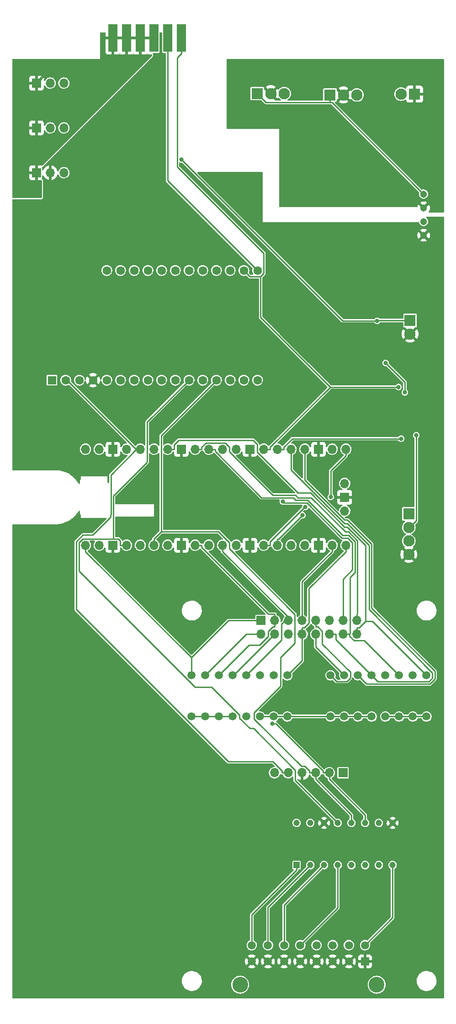
<source format=gbr>
%TF.GenerationSoftware,KiCad,Pcbnew,(6.0.7)*%
%TF.CreationDate,2023-09-07T13:48:48+01:00*%
%TF.ProjectId,CCC_rig_controller,4343435f-7269-4675-9f63-6f6e74726f6c,rev?*%
%TF.SameCoordinates,Original*%
%TF.FileFunction,Copper,L2,Bot*%
%TF.FilePolarity,Positive*%
%FSLAX46Y46*%
G04 Gerber Fmt 4.6, Leading zero omitted, Abs format (unit mm)*
G04 Created by KiCad (PCBNEW (6.0.7)) date 2023-09-07 13:48:48*
%MOMM*%
%LPD*%
G01*
G04 APERTURE LIST*
%TA.AperFunction,ComponentPad*%
%ADD10C,1.500000*%
%TD*%
%TA.AperFunction,ComponentPad*%
%ADD11R,1.159000X1.159000*%
%TD*%
%TA.AperFunction,ComponentPad*%
%ADD12C,1.159000*%
%TD*%
%TA.AperFunction,ComponentPad*%
%ADD13R,1.520000X1.520000*%
%TD*%
%TA.AperFunction,ComponentPad*%
%ADD14C,1.520000*%
%TD*%
%TA.AperFunction,ComponentPad*%
%ADD15C,2.910000*%
%TD*%
%TA.AperFunction,ComponentPad*%
%ADD16R,1.700000X1.700000*%
%TD*%
%TA.AperFunction,ComponentPad*%
%ADD17O,1.700000X1.700000*%
%TD*%
%TA.AperFunction,ConnectorPad*%
%ADD18R,1.651000X5.080000*%
%TD*%
%TA.AperFunction,ComponentPad*%
%ADD19C,1.303000*%
%TD*%
%TA.AperFunction,ComponentPad*%
%ADD20R,2.100000X2.100000*%
%TD*%
%TA.AperFunction,ComponentPad*%
%ADD21C,2.100000*%
%TD*%
%TA.AperFunction,ComponentPad*%
%ADD22R,1.600000X1.600000*%
%TD*%
%TA.AperFunction,ComponentPad*%
%ADD23C,1.600000*%
%TD*%
%TA.AperFunction,ViaPad*%
%ADD24C,0.800000*%
%TD*%
%TA.AperFunction,Conductor*%
%ADD25C,0.250000*%
%TD*%
%TA.AperFunction,Conductor*%
%ADD26C,0.500000*%
%TD*%
G04 APERTURE END LIST*
D10*
%TO.P,S1,1,COM_1*%
%TO.N,NTC_ADC_CS*%
X45205900Y-141807200D03*
%TO.P,S1,2,NO_1*%
%TO.N,NTC_ADC_CS_00*%
X45205900Y-134187200D03*
%TO.P,S1,3,COM_2*%
%TO.N,NTC_ADC_CS*%
X47745900Y-141807200D03*
%TO.P,S1,4,NO_2*%
%TO.N,NTC_ADC_CS_01*%
X47745900Y-134187200D03*
%TO.P,S1,5,COM_3*%
%TO.N,NTC_ADC_CS*%
X50285900Y-141807200D03*
%TO.P,S1,6,NO_3*%
%TO.N,NTC_ADC_CS_02*%
X50285900Y-134187200D03*
%TO.P,S1,7,COM_4*%
%TO.N,NTC_ADC_CS*%
X52825900Y-141807200D03*
%TO.P,S1,8,NO_4*%
%TO.N,NTC_ADC_CS_03*%
X52825900Y-134187200D03*
%TO.P,S1,9,COM_5*%
%TO.N,NTC_ADC_CS*%
X55365900Y-141807200D03*
%TO.P,S1,10,NO_5*%
%TO.N,NTC_ADC_CS_04*%
X55365900Y-134187200D03*
%TO.P,S1,11,COM_6*%
%TO.N,NTC_ADC_CS*%
X57905900Y-141807200D03*
%TO.P,S1,12,NO_6*%
%TO.N,NTC_ADC_CS_05*%
X57905900Y-134187200D03*
%TO.P,S1,13,COM_7*%
%TO.N,NTC_ADC_CS*%
X60445900Y-141807200D03*
%TO.P,S1,14,NO_7*%
%TO.N,NTC_ADC_CS_06*%
X60445900Y-134187200D03*
%TO.P,S1,15,COM_8*%
%TO.N,NTC_ADC_CS*%
X62985900Y-141807200D03*
%TO.P,S1,16,NO_8*%
%TO.N,NTC_ADC_CS_07*%
X62985900Y-134187200D03*
%TD*%
%TO.P,S2,1,COM_1*%
%TO.N,NTC_ADC_CS*%
X70985900Y-141807200D03*
%TO.P,S2,2,NO_1*%
%TO.N,NTC_ADC_CS_08*%
X70985900Y-134187200D03*
%TO.P,S2,3,COM_2*%
%TO.N,NTC_ADC_CS*%
X73525900Y-141807200D03*
%TO.P,S2,4,NO_2*%
%TO.N,NTC_ADC_CS_09*%
X73525900Y-134187200D03*
%TO.P,S2,5,COM_3*%
%TO.N,NTC_ADC_CS*%
X76065900Y-141807200D03*
%TO.P,S2,6,NO_3*%
%TO.N,NTC_ADC_CS_10*%
X76065900Y-134187200D03*
%TO.P,S2,7,COM_4*%
%TO.N,NTC_ADC_CS*%
X78605900Y-141807200D03*
%TO.P,S2,8,NO_4*%
%TO.N,NTC_ADC_CS_11*%
X78605900Y-134187200D03*
%TO.P,S2,9,COM_5*%
%TO.N,NTC_ADC_CS*%
X81145900Y-141807200D03*
%TO.P,S2,10,NO_5*%
%TO.N,NTC_ADC_CS_12*%
X81145900Y-134187200D03*
%TO.P,S2,11,COM_6*%
%TO.N,NTC_ADC_CS*%
X83685900Y-141807200D03*
%TO.P,S2,12,NO_6*%
%TO.N,NTC_ADC_CS_13*%
X83685900Y-134187200D03*
%TO.P,S2,13,COM_7*%
%TO.N,NTC_ADC_CS*%
X86225900Y-141807200D03*
%TO.P,S2,14,NO_7*%
%TO.N,NTC_ADC_CS_14*%
X86225900Y-134187200D03*
%TO.P,S2,15,COM_8*%
%TO.N,NTC_ADC_CS*%
X88765900Y-141807200D03*
%TO.P,S2,16,NO_8*%
%TO.N,NTC_ADC_CS_15*%
X88765900Y-134187200D03*
%TD*%
D11*
%TO.P,IC3,1,CH0*%
%TO.N,NTC_ADC_CH0*%
X64699800Y-169334200D03*
D12*
%TO.P,IC3,2,CH1*%
%TO.N,NTC_ADC_CH1*%
X67239800Y-169334200D03*
%TO.P,IC3,3,CH2*%
%TO.N,NTC_ADC_CH2*%
X69779800Y-169334200D03*
%TO.P,IC3,4,CH3*%
%TO.N,NTC_ADC_CH3*%
X72319800Y-169334200D03*
%TO.P,IC3,5,CH4*%
%TO.N,NTC_ADC_CH4*%
X74859800Y-169334200D03*
%TO.P,IC3,6,CH5*%
%TO.N,NTC_ADC_CH5*%
X77399800Y-169334200D03*
%TO.P,IC3,7,CH6*%
%TO.N,NTC_ADC_CH6*%
X79939800Y-169334200D03*
%TO.P,IC3,8,CH7*%
%TO.N,NTC_ADC_CH7*%
X82479800Y-169334200D03*
%TO.P,IC3,9,DGND*%
%TO.N,GNDD*%
X82479800Y-161524200D03*
%TO.P,IC3,10,~{CS}/SHDN*%
%TO.N,NTC_ADC_CS*%
X79939800Y-161524200D03*
%TO.P,IC3,11,DIN*%
%TO.N,SD_SPI_MOSI*%
X77399800Y-161524200D03*
%TO.P,IC3,12,DOUT*%
%TO.N,SD_SPI_MISO*%
X74859800Y-161524200D03*
%TO.P,IC3,13,CLK*%
%TO.N,SD_SPI_CLK*%
X72319800Y-161524200D03*
%TO.P,IC3,14,AGND*%
%TO.N,GNDD*%
X69779800Y-161524200D03*
%TO.P,IC3,15,VREF*%
%TO.N,3V3_ref_NTC_ADC*%
X67239800Y-161524200D03*
%TO.P,IC3,16,VDD*%
%TO.N,+3.3V*%
X64699800Y-161524200D03*
%TD*%
D13*
%TO.P,J9,1,Pin_1*%
%TO.N,GNDD*%
X77389100Y-187157800D03*
D14*
%TO.P,J9,2,Pin_2*%
X74389100Y-187157800D03*
%TO.P,J9,3,Pin_3*%
X71389100Y-187157800D03*
%TO.P,J9,4,Pin_4*%
X68389100Y-187157800D03*
%TO.P,J9,5,Pin_5*%
X65389100Y-187157800D03*
%TO.P,J9,6,Pin_6*%
X62389100Y-187157800D03*
%TO.P,J9,7,Pin_7*%
X59389100Y-187157800D03*
%TO.P,J9,8,Pin_8*%
X56389100Y-187157800D03*
%TO.P,J9,9,Pin_9*%
%TO.N,NTC_ADC_CH7*%
X77389100Y-184157800D03*
%TO.P,J9,10,Pin_10*%
%TO.N,NTC_ADC_CH6*%
X74389100Y-184157800D03*
%TO.P,J9,11,Pin_11*%
%TO.N,NTC_ADC_CH5*%
X71389100Y-184157800D03*
%TO.P,J9,12,Pin_12*%
%TO.N,NTC_ADC_CH4*%
X68389100Y-184157800D03*
%TO.P,J9,13,Pin_13*%
%TO.N,NTC_ADC_CH3*%
X65389100Y-184157800D03*
%TO.P,J9,14,Pin_14*%
%TO.N,NTC_ADC_CH2*%
X62389100Y-184157800D03*
%TO.P,J9,15,Pin_15*%
%TO.N,NTC_ADC_CH1*%
X59389100Y-184157800D03*
%TO.P,J9,16,Pin_16*%
%TO.N,NTC_ADC_CH0*%
X56389100Y-184157800D03*
D15*
%TO.P,J9,17*%
%TO.N,N/C*%
X79539100Y-191477800D03*
%TO.P,J9,18*%
X54239100Y-191477800D03*
%TD*%
D16*
%TO.P,J10,1,Pin_1*%
%TO.N,SD_SPI_CLK*%
X73310900Y-152221200D03*
D17*
%TO.P,J10,2,Pin_2*%
%TO.N,SD_SPI_MOSI*%
X70770900Y-152221200D03*
%TO.P,J10,3,Pin_3*%
%TO.N,SD_SPI_MISO*%
X68230900Y-152221200D03*
%TO.P,J10,4,Pin_4*%
%TO.N,GNDD*%
X65690900Y-152221200D03*
%TO.P,J10,5,Pin_5*%
%TO.N,+3.3V*%
X63150900Y-152221200D03*
%TO.P,J10,6,Pin_6*%
%TO.N,+5V*%
X60610900Y-152221200D03*
%TD*%
D16*
%TO.P,J11,1,Pin_1*%
%TO.N,NTC_ADC_CS_00*%
X58110900Y-124032200D03*
D17*
%TO.P,J11,2,Pin_2*%
%TO.N,NTC_ADC_CS_01*%
X58110900Y-126572200D03*
%TO.P,J11,3,Pin_3*%
%TO.N,NTC_ADC_CS_02*%
X60650900Y-124032200D03*
%TO.P,J11,4,Pin_4*%
%TO.N,NTC_ADC_CS_03*%
X60650900Y-126572200D03*
%TO.P,J11,5,Pin_5*%
%TO.N,NTC_ADC_CS_04*%
X63190900Y-124032200D03*
%TO.P,J11,6,Pin_6*%
%TO.N,NTC_ADC_CS_05*%
X63190900Y-126572200D03*
%TO.P,J11,7,Pin_7*%
%TO.N,NTC_ADC_CS_06*%
X65730900Y-124032200D03*
%TO.P,J11,8,Pin_8*%
%TO.N,NTC_ADC_CS_07*%
X65730900Y-126572200D03*
%TO.P,J11,9,Pin_9*%
%TO.N,NTC_ADC_CS_08*%
X68270900Y-124032200D03*
%TO.P,J11,10,Pin_10*%
%TO.N,NTC_ADC_CS_09*%
X68270900Y-126572200D03*
%TO.P,J11,11,Pin_11*%
%TO.N,NTC_ADC_CS_10*%
X70810900Y-124032200D03*
%TO.P,J11,12,Pin_12*%
%TO.N,NTC_ADC_CS_11*%
X70810900Y-126572200D03*
%TO.P,J11,13,Pin_13*%
%TO.N,NTC_ADC_CS_12*%
X73350900Y-124032200D03*
%TO.P,J11,14,Pin_14*%
%TO.N,NTC_ADC_CS_13*%
X73350900Y-126572200D03*
%TO.P,J11,15,Pin_15*%
%TO.N,NTC_ADC_CS_14*%
X75890900Y-124032200D03*
%TO.P,J11,16,Pin_16*%
%TO.N,NTC_ADC_CS_15*%
X75890900Y-126572200D03*
%TD*%
D18*
%TO.P,J5,2,Pin_2*%
%TO.N,I2C_SCL*%
X43350000Y-16160000D03*
%TO.P,J5,4,Pin_4*%
%TO.N,I2C_SDA*%
X40810000Y-16160000D03*
%TO.P,J5,6,Pin_6*%
%TO.N,+12V*%
X38270000Y-16160000D03*
%TO.P,J5,8,Pin_8*%
X35730000Y-16160000D03*
%TO.P,J5,10,Pin_10*%
X33190000Y-16160000D03*
%TO.P,J5,12,Pin_12*%
X30650000Y-16160000D03*
%TD*%
D19*
%TO.P,PS1,1,-VIN_(GND)*%
%TO.N,GNDD*%
X88242000Y-52669800D03*
%TO.P,PS1,2,+VIN_(VCC)*%
%TO.N,+5V*%
X88242000Y-50129800D03*
%TO.P,PS1,3,-VOUT*%
%TO.N,Cell_V-*%
X88242000Y-47589800D03*
%TO.P,PS1,4,+VOUT*%
%TO.N,Iso_5V*%
X88242000Y-45049800D03*
%TD*%
D16*
%TO.P,U2,1,Pin_1*%
%TO.N,+12V*%
X16500000Y-32794400D03*
D17*
%TO.P,U2,2,Pin_2*%
%TO.N,GNDD*%
X19040000Y-32794400D03*
%TO.P,U2,3,Pin_3*%
%TO.N,+5V*%
X21580000Y-32794400D03*
%TD*%
D16*
%TO.P,U4,1,Pin_1*%
%TO.N,+12V*%
X16500000Y-24494400D03*
D17*
%TO.P,U4,2,Pin_2*%
%TO.N,GNDD*%
X19040000Y-24494400D03*
%TO.P,U4,3,Pin_3*%
%TO.N,+5V*%
X21580000Y-24494400D03*
%TD*%
D20*
%TO.P,J8,1,Pin_1*%
%TO.N,I2C_SCL_SHIFT*%
X85500000Y-104288800D03*
D21*
%TO.P,J8,2,Pin_2*%
%TO.N,I2C_SDA_SHIFT*%
X85500000Y-106788800D03*
%TO.P,J8,3,Pin_3*%
%TO.N,LCD_PWR*%
X85500000Y-109288800D03*
%TO.P,J8,4,Pin_4*%
%TO.N,GNDD*%
X85500000Y-111788800D03*
%TD*%
D16*
%TO.P,U3,1,Pin_1*%
%TO.N,+12V*%
X16500000Y-41094400D03*
D17*
%TO.P,U3,2,Pin_2*%
%TO.N,GNDD*%
X19040000Y-41094400D03*
%TO.P,U3,3,Pin_3*%
%TO.N,+5V*%
X21580000Y-41094400D03*
%TD*%
D22*
%TO.P,A1,1,~{RESET}*%
%TO.N,unconnected-(A1-Pad1)*%
X19360000Y-79520000D03*
D23*
%TO.P,A1,2,3V3*%
%TO.N,+3.3V*%
X21900000Y-79520000D03*
%TO.P,A1,3,AREF*%
%TO.N,unconnected-(A1-Pad3)*%
X24440000Y-79520000D03*
%TO.P,A1,4,GND*%
%TO.N,GNDD*%
X26980000Y-79520000D03*
%TO.P,A1,5,A0*%
%TO.N,unconnected-(A1-Pad5)*%
X29520000Y-79520000D03*
%TO.P,A1,6,A1*%
%TO.N,unconnected-(A1-Pad6)*%
X32060000Y-79520000D03*
%TO.P,A1,7,A2*%
%TO.N,unconnected-(A1-Pad7)*%
X34600000Y-79520000D03*
%TO.P,A1,8,A3*%
%TO.N,unconnected-(A1-Pad8)*%
X37140000Y-79520000D03*
%TO.P,A1,9,A4*%
%TO.N,unconnected-(A1-Pad9)*%
X39680000Y-79520000D03*
%TO.P,A1,10,A5*%
%TO.N,unconnected-(A1-Pad10)*%
X42220000Y-79520000D03*
%TO.P,A1,11,SCK*%
%TO.N,SD_SPI_CLK*%
X44760000Y-79520000D03*
%TO.P,A1,12,MOSI*%
%TO.N,SD_SPI_MOSI*%
X47300000Y-79520000D03*
%TO.P,A1,13,MISO*%
%TO.N,SD_SPI_MISO*%
X49840000Y-79520000D03*
%TO.P,A1,14,RX*%
%TO.N,unconnected-(A1-Pad14)*%
X52380000Y-79520000D03*
%TO.P,A1,15,TX*%
%TO.N,unconnected-(A1-Pad15)*%
X54920000Y-79520000D03*
%TO.P,A1,16,SPARE*%
%TO.N,unconnected-(A1-Pad16)*%
X57460000Y-79520000D03*
%TO.P,A1,17,SDA*%
%TO.N,I2C_SDA*%
X57460000Y-59200000D03*
%TO.P,A1,18,SCL*%
%TO.N,I2C_SCL*%
X54920000Y-59200000D03*
%TO.P,A1,19,D0*%
%TO.N,unconnected-(A1-Pad19)*%
X52380000Y-59200000D03*
%TO.P,A1,20,D1*%
%TO.N,unconnected-(A1-Pad20)*%
X49840000Y-59200000D03*
%TO.P,A1,21,D2*%
%TO.N,unconnected-(A1-Pad21)*%
X47300000Y-59200000D03*
%TO.P,A1,22,D3*%
%TO.N,SD_SPI_CS*%
X44760000Y-59200000D03*
%TO.P,A1,23,D4*%
%TO.N,unconnected-(A1-Pad23)*%
X42220000Y-59200000D03*
%TO.P,A1,24,D5*%
%TO.N,unconnected-(A1-Pad24)*%
X39680000Y-59200000D03*
%TO.P,A1,25,D6*%
%TO.N,unconnected-(A1-Pad25)*%
X37140000Y-59200000D03*
%TO.P,A1,26,USB*%
%TO.N,unconnected-(A1-Pad26)*%
X34600000Y-59200000D03*
%TO.P,A1,27,EN*%
%TO.N,unconnected-(A1-Pad27)*%
X32060000Y-59200000D03*
%TO.P,A1,28,VBAT*%
%TO.N,unconnected-(A1-Pad28)*%
X29520000Y-59200000D03*
%TD*%
D17*
%TO.P,U1,43,SWDIO*%
%TO.N,unconnected-(U1-Pad43)*%
X73600000Y-98654400D03*
D16*
%TO.P,U1,42,GND*%
%TO.N,GNDD*%
X73600000Y-101194400D03*
D17*
%TO.P,U1,41,SWCLK*%
%TO.N,unconnected-(U1-Pad41)*%
X73600000Y-103734400D03*
%TO.P,U1,40,VBUS*%
%TO.N,+5V*%
X25570000Y-92304400D03*
%TO.P,U1,39,VSYS*%
%TO.N,unconnected-(U1-Pad39)*%
X28110000Y-92304400D03*
D16*
%TO.P,U1,38,GND*%
%TO.N,GNDD*%
X30650000Y-92304400D03*
D17*
%TO.P,U1,37,3V3_EN*%
%TO.N,unconnected-(U1-Pad37)*%
X33190000Y-92304400D03*
%TO.P,U1,36,3V3*%
%TO.N,+3.3V*%
X35730000Y-92304400D03*
%TO.P,U1,35,ADC_VREF*%
%TO.N,unconnected-(U1-Pad35)*%
X38270000Y-92304400D03*
%TO.P,U1,34,GPIO28_ADC2*%
%TO.N,NTC_ADC_CS_15*%
X40810000Y-92304400D03*
D16*
%TO.P,U1,33,AGND*%
%TO.N,GNDD*%
X43350000Y-92304400D03*
D17*
%TO.P,U1,32,GPIO27_ADC1*%
%TO.N,NTC_ADC_CS_14*%
X45890000Y-92304400D03*
%TO.P,U1,31,GPIO26_ADC0*%
%TO.N,NTC_ADC_CS_13*%
X48430000Y-92304400D03*
%TO.P,U1,30,RUN*%
%TO.N,unconnected-(U1-Pad30)*%
X50970000Y-92304400D03*
%TO.P,U1,29,GPIO22*%
%TO.N,NTC_ADC_CS_12*%
X53510000Y-92304400D03*
D16*
%TO.P,U1,28,GND*%
%TO.N,GNDD*%
X56050000Y-92304400D03*
D17*
%TO.P,U1,27,GPIO21*%
%TO.N,I2C_SCL*%
X58590000Y-92304400D03*
%TO.P,U1,26,GPIO20*%
%TO.N,I2C_SDA*%
X61130000Y-92304400D03*
%TO.P,U1,25,GPIO19*%
%TO.N,NTC_ADC_CS_11*%
X63670000Y-92304400D03*
%TO.P,U1,24,GPIO18*%
%TO.N,NTC_ADC_CS_10*%
X66210000Y-92304400D03*
D16*
%TO.P,U1,23,GND*%
%TO.N,GNDD*%
X68750000Y-92304400D03*
D17*
%TO.P,U1,22,GPIO17*%
%TO.N,NTC_ADC_CS_09*%
X71290000Y-92304400D03*
%TO.P,U1,21,GPIO16*%
%TO.N,NTC_ADC_CS_08*%
X73830000Y-92304400D03*
%TO.P,U1,20,GPIO15*%
%TO.N,NTC_ADC_CS_07*%
X73830000Y-110084400D03*
%TO.P,U1,19,GPIO14*%
%TO.N,NTC_ADC_CS_06*%
X71290000Y-110084400D03*
D16*
%TO.P,U1,18,GND*%
%TO.N,GNDD*%
X68750000Y-110084400D03*
D17*
%TO.P,U1,17,GPIO13*%
%TO.N,ISO_ADC_CS*%
X66210000Y-110084400D03*
%TO.P,U1,16,GPIO12*%
%TO.N,ADC_SPI_MISO*%
X63670000Y-110084400D03*
%TO.P,U1,15,GPIO11*%
%TO.N,ADC_SPI_MOSI*%
X61130000Y-110084400D03*
%TO.P,U1,14,GPIO10*%
%TO.N,ADC_SPI_CLK*%
X58590000Y-110084400D03*
D16*
%TO.P,U1,13,GND*%
%TO.N,GNDD*%
X56050000Y-110084400D03*
D17*
%TO.P,U1,12,GPIO9*%
%TO.N,NTC_ADC_CS_05*%
X53510000Y-110084400D03*
%TO.P,U1,11,GPIO8*%
%TO.N,NTC_ADC_CS_04*%
X50970000Y-110084400D03*
%TO.P,U1,10,GPIO7*%
%TO.N,NTC_ADC_CS_03*%
X48430000Y-110084400D03*
%TO.P,U1,9,GPIO6*%
%TO.N,NTC_ADC_CS_02*%
X45890000Y-110084400D03*
D16*
%TO.P,U1,8,GND*%
%TO.N,GNDD*%
X43350000Y-110084400D03*
D17*
%TO.P,U1,7,GPIO5*%
%TO.N,SD_SPI_CS*%
X40810000Y-110084400D03*
%TO.P,U1,6,GPIO4*%
%TO.N,SD_SPI_MISO*%
X38270000Y-110084400D03*
%TO.P,U1,5,GPIO3*%
%TO.N,SD_SPI_MOSI*%
X35730000Y-110084400D03*
%TO.P,U1,4,GPIO2*%
%TO.N,SD_SPI_CLK*%
X33190000Y-110084400D03*
D16*
%TO.P,U1,3,GND*%
%TO.N,GNDD*%
X30650000Y-110084400D03*
D17*
%TO.P,U1,2,GPIO1*%
%TO.N,NTC_ADC_CS_01*%
X28110000Y-110084400D03*
%TO.P,U1,1,GPIO0*%
%TO.N,NTC_ADC_CS_00*%
X25570000Y-110084400D03*
%TD*%
D20*
%TO.P,J4,1,Pin_1*%
%TO.N,PWM_OE*%
X85725000Y-68463800D03*
D21*
%TO.P,J4,2,Pin_2*%
%TO.N,GNDD*%
X85725000Y-70963800D03*
%TD*%
%TO.P,J1,2,Pin_2*%
%TO.N,Cell_V+*%
X84052000Y-26538800D03*
D20*
%TO.P,J1,1,Pin_1*%
%TO.N,Cell_V-*%
X86552000Y-26538800D03*
%TD*%
%TO.P,J3,1,Pin_1*%
%TO.N,Iso_5V*%
X57403000Y-26438800D03*
D21*
%TO.P,J3,2,Pin_2*%
%TO.N,Cell_V-*%
X59903000Y-26438800D03*
%TO.P,J3,3,Pin_3*%
%TO.N,I_sense_1_sig*%
X62403000Y-26438800D03*
%TD*%
%TO.P,J2,3,Pin_3*%
%TO.N,I_sense_0_sig*%
X75884000Y-26688800D03*
%TO.P,J2,2,Pin_2*%
%TO.N,Cell_V-*%
X73384000Y-26688800D03*
D20*
%TO.P,J2,1,Pin_1*%
%TO.N,Iso_5V*%
X70884000Y-26688800D03*
%TD*%
D24*
%TO.N,GNDD*%
X70800000Y-51800000D03*
X79300000Y-58900000D03*
X78300000Y-177500000D03*
%TO.N,NTC_ADC_CS_12*%
X62125500Y-102000000D03*
%TO.N,NTC_ADC_CS_08*%
X71012700Y-101163700D03*
%TO.N,I2C_SDA_SHIFT*%
X86892200Y-89741600D03*
%TO.N,PWM_OE*%
X79620900Y-68508900D03*
X43350000Y-38656900D03*
%TO.N,ADC_SPI_CLK*%
X66326000Y-102996800D03*
%TO.N,ADC_SPI_MOSI*%
X65784200Y-104539000D03*
%TO.N,I2C_SCL*%
X83588900Y-80784100D03*
%TO.N,I2C_SDA*%
X84070700Y-90351000D03*
%TO.N,SD_SPI_MOSI*%
X60237100Y-143166800D03*
%TO.N,+3.3V*%
X84774700Y-81780800D03*
X81188500Y-76306400D03*
%TD*%
D25*
%TO.N,NTC_ADC_CS_15*%
X40810000Y-92304400D02*
X41986900Y-92304400D01*
X75890900Y-126572200D02*
X75890900Y-125395300D01*
X78770600Y-124191900D02*
X88765900Y-134187200D01*
X77460100Y-124191900D02*
X78770600Y-124191900D01*
X76256700Y-125395300D02*
X75890900Y-125395300D01*
X77460100Y-124191900D02*
X76256700Y-125395300D01*
X41986900Y-91495200D02*
X41986900Y-92304400D01*
X42846900Y-90635200D02*
X41986900Y-91495200D01*
X56612500Y-90635200D02*
X42846900Y-90635200D01*
X57412800Y-91435500D02*
X56612500Y-90635200D01*
X57412800Y-92815500D02*
X57412800Y-91435500D01*
X64965800Y-100368500D02*
X57412800Y-92815500D01*
X67282400Y-100368500D02*
X64965800Y-100368500D01*
X73613800Y-106699900D02*
X67282400Y-100368500D01*
X74085600Y-106699900D02*
X73613800Y-106699900D01*
X77460100Y-110074400D02*
X74085600Y-106699900D01*
X77460100Y-124191900D02*
X77460100Y-110074400D01*
%TO.N,NTC_ADC_CS_14*%
X75985000Y-122761200D02*
X75890900Y-122855300D01*
X75985000Y-109242800D02*
X75985000Y-122761200D01*
X74345900Y-107603700D02*
X75985000Y-109242800D01*
X73704500Y-107603700D02*
X74345900Y-107603700D01*
X67373100Y-101272300D02*
X73704500Y-107603700D01*
X64938800Y-101272300D02*
X67373100Y-101272300D01*
X64485400Y-100818900D02*
X64938800Y-101272300D01*
X60270600Y-100818900D02*
X64485400Y-100818900D01*
X52240000Y-92788300D02*
X60270600Y-100818900D01*
X52240000Y-91899200D02*
X52240000Y-92788300D01*
X51448100Y-91107300D02*
X52240000Y-91899200D01*
X47896200Y-91107300D02*
X51448100Y-91107300D01*
X47066900Y-91936600D02*
X47896200Y-91107300D01*
X47066900Y-92304400D02*
X47066900Y-91936600D01*
X45890000Y-92304400D02*
X47066900Y-92304400D01*
X75890900Y-124032200D02*
X75890900Y-122855300D01*
%TO.N,NTC_ADC_CS_13*%
X77247800Y-127749100D02*
X83685900Y-134187200D01*
X75336800Y-127749100D02*
X77247800Y-127749100D01*
X74527800Y-126940100D02*
X75336800Y-127749100D01*
X74527800Y-126572200D02*
X74527800Y-126940100D01*
X73350900Y-126572200D02*
X74414400Y-126572200D01*
X74414400Y-126572200D02*
X74526300Y-126572200D01*
X74526300Y-126572200D02*
X74527800Y-126572200D01*
X48430000Y-92304400D02*
X49606900Y-92304400D01*
X74620900Y-126477600D02*
X74526300Y-126572200D01*
X74620900Y-116027500D02*
X74620900Y-126477600D01*
X75508600Y-115139800D02*
X74620900Y-116027500D01*
X75508600Y-109410000D02*
X75508600Y-115139800D01*
X74379300Y-108280700D02*
X75508600Y-109410000D01*
X73277300Y-108280700D02*
X74379300Y-108280700D01*
X66720800Y-101724200D02*
X73277300Y-108280700D01*
X64526600Y-101724200D02*
X66720800Y-101724200D01*
X64074700Y-101272300D02*
X64526600Y-101724200D01*
X58209000Y-101272300D02*
X64074700Y-101272300D01*
X49606900Y-92670200D02*
X58209000Y-101272300D01*
X49606900Y-92304400D02*
X49606900Y-92670200D01*
%TO.N,NTC_ADC_CS_12*%
X62363000Y-102237500D02*
X62125500Y-102000000D01*
X66595000Y-102237500D02*
X62363000Y-102237500D01*
X73090100Y-108732600D02*
X66595000Y-102237500D01*
X74192100Y-108732600D02*
X73090100Y-108732600D01*
X75056700Y-109597200D02*
X74192100Y-108732600D01*
X75056700Y-114634300D02*
X75056700Y-109597200D01*
X73350900Y-116340100D02*
X75056700Y-114634300D01*
X73350900Y-124032200D02*
X73350900Y-116340100D01*
%TO.N,NTC_ADC_CS_11*%
X63670000Y-92304400D02*
X63670000Y-93481300D01*
X71987800Y-127569100D02*
X78605900Y-134187200D01*
X71987800Y-126572200D02*
X71987800Y-127569100D01*
X70810900Y-126572200D02*
X71987800Y-126572200D01*
X63670000Y-96127400D02*
X63670000Y-93481300D01*
X67459200Y-99916600D02*
X63670000Y-96127400D01*
X67469600Y-99916600D02*
X67459200Y-99916600D01*
X73574200Y-106021200D02*
X67469600Y-99916600D01*
X74097500Y-106021200D02*
X73574200Y-106021200D01*
X78148500Y-110072200D02*
X74097500Y-106021200D01*
X78148500Y-121982100D02*
X78148500Y-110072200D01*
X89863800Y-133697400D02*
X78148500Y-121982100D01*
X89863800Y-134680000D02*
X89863800Y-133697400D01*
X89227000Y-135316800D02*
X89863800Y-134680000D01*
X79735500Y-135316800D02*
X89227000Y-135316800D01*
X78605900Y-134187200D02*
X79735500Y-135316800D01*
%TO.N,NTC_ADC_CS_10*%
X66210000Y-92304400D02*
X66210000Y-93481300D01*
X66210000Y-98018000D02*
X66210000Y-93481300D01*
X66210100Y-98018000D02*
X66210000Y-98018000D01*
X73602100Y-105410000D02*
X66210100Y-98018000D01*
X74126100Y-105410000D02*
X73602100Y-105410000D01*
X78600400Y-109884300D02*
X74126100Y-105410000D01*
X78600400Y-121682400D02*
X78600400Y-109884300D01*
X90315700Y-133397700D02*
X78600400Y-121682400D01*
X90315700Y-134867200D02*
X90315700Y-133397700D01*
X89414200Y-135768700D02*
X90315700Y-134867200D01*
X77647400Y-135768700D02*
X89414200Y-135768700D01*
X76065900Y-134187200D02*
X77647400Y-135768700D01*
%TO.N,NTC_ADC_CS_09*%
X68270900Y-128932200D02*
X73525900Y-134187200D01*
X68270900Y-126572200D02*
X68270900Y-128932200D01*
%TO.N,NTC_ADC_CS_08*%
X68270900Y-124032200D02*
X68270900Y-125209100D01*
X72108500Y-135309800D02*
X70985900Y-134187200D01*
X74004800Y-135309800D02*
X72108500Y-135309800D01*
X74635100Y-134679500D02*
X74004800Y-135309800D01*
X74635100Y-133600400D02*
X74635100Y-134679500D01*
X69447800Y-128413100D02*
X74635100Y-133600400D01*
X69447800Y-126018100D02*
X69447800Y-128413100D01*
X68638800Y-125209100D02*
X69447800Y-126018100D01*
X68270900Y-125209100D02*
X68638800Y-125209100D01*
X73830000Y-92304400D02*
X73830000Y-93481300D01*
X71012700Y-96298600D02*
X73830000Y-93481300D01*
X71012700Y-101163700D02*
X71012700Y-96298600D01*
%TO.N,NTC_ADC_CS_07*%
X65730900Y-131442200D02*
X62985900Y-134187200D01*
X65730900Y-126572200D02*
X65730900Y-131442200D01*
X66096700Y-125395300D02*
X65730900Y-125395300D01*
X67000900Y-124491100D02*
X66096700Y-125395300D01*
X67000900Y-118090400D02*
X67000900Y-124491100D01*
X73830000Y-111261300D02*
X67000900Y-118090400D01*
X65730900Y-126572200D02*
X65730900Y-125395300D01*
X73830000Y-110084400D02*
X73830000Y-111261300D01*
%TO.N,NTC_ADC_CS_06*%
X65730900Y-124032200D02*
X65730900Y-122855300D01*
X65730900Y-116820400D02*
X65730900Y-122855300D01*
X71290000Y-111261300D02*
X65730900Y-116820400D01*
X71290000Y-110084400D02*
X71290000Y-111261300D01*
%TO.N,NTC_ADC_CS_04*%
X63190900Y-124032200D02*
X63190900Y-123443700D01*
X61920900Y-127632200D02*
X55365900Y-134187200D01*
X61920900Y-124713700D02*
X61920900Y-127632200D01*
X63190900Y-123443700D02*
X61920900Y-124713700D01*
X51008500Y-111261300D02*
X63190900Y-123443700D01*
X50970000Y-111261300D02*
X51008500Y-111261300D01*
X50970000Y-110084400D02*
X50970000Y-111261300D01*
%TO.N,NTC_ADC_CS_03*%
X53035900Y-134187200D02*
X52825900Y-134187200D01*
X60650900Y-126572200D02*
X53035900Y-134187200D01*
%TO.N,NTC_ADC_CS_02*%
X60650900Y-124032200D02*
X60650900Y-125209100D01*
X59474000Y-122855300D02*
X60650900Y-122855300D01*
X47066900Y-110448200D02*
X59474000Y-122855300D01*
X47066900Y-110084400D02*
X47066900Y-110448200D01*
X45890000Y-110084400D02*
X47066900Y-110084400D01*
X60650900Y-124032200D02*
X60650900Y-122855300D01*
X60285100Y-125209100D02*
X60650900Y-125209100D01*
X59474000Y-126020200D02*
X60285100Y-125209100D01*
X59474000Y-126921800D02*
X59474000Y-126020200D01*
X57839000Y-128556800D02*
X59474000Y-126921800D01*
X55916300Y-128556800D02*
X57839000Y-128556800D01*
X50285900Y-134187200D02*
X55916300Y-128556800D01*
%TO.N,NTC_ADC_CS_01*%
X55360900Y-126572200D02*
X58110900Y-126572200D01*
X47745900Y-134187200D02*
X55360900Y-126572200D01*
%TO.N,NTC_ADC_CS_00*%
X25570000Y-110084400D02*
X25570000Y-111261300D01*
X52070900Y-124032200D02*
X45205900Y-130897200D01*
X58110900Y-124032200D02*
X52070900Y-124032200D01*
X25570000Y-111261300D02*
X45205900Y-130897200D01*
X45205900Y-130897200D02*
X45205900Y-134187200D01*
%TO.N,I2C_SDA_SHIFT*%
X85633800Y-106788800D02*
X85500000Y-106788800D01*
X86892200Y-105530400D02*
X85633800Y-106788800D01*
X86892200Y-89741600D02*
X86892200Y-105530400D01*
%TO.N,PWM_OE*%
X79666000Y-68463800D02*
X79620900Y-68508900D01*
X85725000Y-68463800D02*
X79666000Y-68463800D01*
X73202000Y-68508900D02*
X43350000Y-38656900D01*
X79620900Y-68508900D02*
X73202000Y-68508900D01*
%TO.N,Iso_5V*%
X70884000Y-26688800D02*
X70884000Y-28065700D01*
X70884000Y-28065800D02*
X70884000Y-28065700D01*
X71258000Y-28065800D02*
X70884000Y-28065800D01*
X88242000Y-45049800D02*
X71258000Y-28065800D01*
X59029900Y-28065700D02*
X57403000Y-26438800D01*
X70884000Y-28065700D02*
X59029900Y-28065700D01*
%TO.N,NTC_ADC_CS*%
X88765900Y-141807200D02*
X86225900Y-141807200D01*
X86225900Y-141807200D02*
X83685900Y-141807200D01*
X78605900Y-141807200D02*
X76065900Y-141807200D01*
X76065900Y-141807200D02*
X73525900Y-141807200D01*
X62985900Y-141807200D02*
X60445900Y-141807200D01*
X60445900Y-141807200D02*
X57905900Y-141807200D01*
X52825900Y-141807200D02*
X50285900Y-141807200D01*
X50285900Y-141807200D02*
X47745900Y-141807200D01*
X47745900Y-141807200D02*
X45205900Y-141807200D01*
X81145900Y-141807200D02*
X83685900Y-141807200D01*
X73525900Y-141807200D02*
X70985900Y-141807200D01*
X70985900Y-141807200D02*
X62985900Y-141807200D01*
%TO.N,ADC_SPI_CLK*%
X58590000Y-110084400D02*
X59766900Y-110084400D01*
X66225100Y-102996800D02*
X66326000Y-102996800D01*
X59766900Y-109455000D02*
X66225100Y-102996800D01*
X59766900Y-110084400D02*
X59766900Y-109455000D01*
%TO.N,ADC_SPI_MOSI*%
X61415700Y-108907500D02*
X65784200Y-104539000D01*
X61130000Y-108907500D02*
X61415700Y-108907500D01*
X61130000Y-110084400D02*
X61130000Y-108907500D01*
%TO.N,NTC_ADC_CH7*%
X82479800Y-179067100D02*
X82479800Y-169334200D01*
X77389100Y-184157800D02*
X82479800Y-179067100D01*
%TO.N,NTC_ADC_CH3*%
X72319800Y-177227100D02*
X72319800Y-169334200D01*
X65389100Y-184157800D02*
X72319800Y-177227100D01*
%TO.N,NTC_ADC_CH2*%
X62389100Y-176724900D02*
X69779800Y-169334200D01*
X62389100Y-184157800D02*
X62389100Y-176724900D01*
%TO.N,NTC_ADC_CH1*%
X59389100Y-177184900D02*
X67239800Y-169334200D01*
X59389100Y-184157800D02*
X59389100Y-177184900D01*
%TO.N,NTC_ADC_CH0*%
X56389100Y-178551300D02*
X64699800Y-170240600D01*
X56389100Y-184157800D02*
X56389100Y-178551300D01*
X64699800Y-169334200D02*
X64699800Y-170240600D01*
%TO.N,I2C_SCL*%
X58590000Y-92304400D02*
X59766900Y-92304400D01*
X59766900Y-91936600D02*
X70919400Y-80784100D01*
X59766900Y-92304400D02*
X59766900Y-91936600D01*
X70919400Y-80784100D02*
X83588900Y-80784100D01*
X43350000Y-16160000D02*
X43350000Y-19026900D01*
X58037000Y-67901700D02*
X58037000Y-60338900D01*
X70919400Y-80784100D02*
X58037000Y-67901700D01*
X56058900Y-60338900D02*
X58037000Y-60338900D01*
X54920000Y-59200000D02*
X56058900Y-60338900D01*
X42568600Y-19808300D02*
X43350000Y-19026900D01*
X42568600Y-39983300D02*
X42568600Y-19808300D01*
X58604600Y-56019300D02*
X42568600Y-39983300D01*
X58604600Y-59771300D02*
X58604600Y-56019300D01*
X58037000Y-60338900D02*
X58604600Y-59771300D01*
%TO.N,I2C_SDA*%
X40810000Y-42550000D02*
X57460000Y-59200000D01*
X40810000Y-19026900D02*
X40810000Y-42550000D01*
X40810000Y-16160000D02*
X40810000Y-19026900D01*
X63892500Y-90351000D02*
X84070700Y-90351000D01*
X62306900Y-91936600D02*
X63892500Y-90351000D01*
X62306900Y-92304400D02*
X62306900Y-91936600D01*
X61130000Y-92304400D02*
X62306900Y-92304400D01*
%TO.N,SD_SPI_MISO*%
X74859800Y-160027000D02*
X74859800Y-161524200D01*
X68230900Y-153398100D02*
X74859800Y-160027000D01*
X68230900Y-152499100D02*
X68230900Y-153398100D01*
X38270000Y-110084400D02*
X38270000Y-108907500D01*
X68230900Y-152499100D02*
X68230900Y-152221200D01*
X50233400Y-107579500D02*
X39598000Y-107579500D01*
X52240000Y-109586100D02*
X50233400Y-107579500D01*
X52240000Y-110714600D02*
X52240000Y-109586100D01*
X64381400Y-122856000D02*
X52240000Y-110714600D01*
X64381400Y-128216500D02*
X64381400Y-122856000D01*
X61715900Y-130882000D02*
X64381400Y-128216500D01*
X61715900Y-136186300D02*
X61715900Y-130882000D01*
X56824300Y-141077900D02*
X61715900Y-136186300D01*
X56824300Y-142260800D02*
X56824300Y-141077900D01*
X65607800Y-151044300D02*
X56824300Y-142260800D01*
X66245000Y-151044300D02*
X65607800Y-151044300D01*
X67054000Y-151853300D02*
X66245000Y-151044300D01*
X67054000Y-152221200D02*
X67054000Y-151853300D01*
X39598000Y-89762000D02*
X39598000Y-107579500D01*
X49840000Y-79520000D02*
X39598000Y-89762000D01*
X39598000Y-107579500D02*
X38270000Y-108907500D01*
X68230900Y-152221200D02*
X67054000Y-152221200D01*
%TO.N,SD_SPI_MOSI*%
X77399800Y-160027000D02*
X77399800Y-161524200D01*
X70770900Y-153398100D02*
X77399800Y-160027000D01*
X70770900Y-152221200D02*
X70770900Y-153398100D01*
X70770900Y-152221200D02*
X69594000Y-152221200D01*
X60871700Y-143166800D02*
X60237100Y-143166800D01*
X69594000Y-151889100D02*
X60871700Y-143166800D01*
X69594000Y-152221200D02*
X69594000Y-151889100D01*
%TO.N,SD_SPI_CLK*%
X33190000Y-110084400D02*
X32013100Y-110084400D01*
X36999900Y-87280100D02*
X44760000Y-79520000D01*
X36999900Y-94677900D02*
X36999900Y-87280100D01*
X30748000Y-100929800D02*
X36999900Y-94677900D01*
X30748000Y-108894000D02*
X30748000Y-100929800D01*
X25095200Y-108894000D02*
X30748000Y-108894000D01*
X24353700Y-109635500D02*
X25095200Y-108894000D01*
X24353700Y-114879800D02*
X24353700Y-109635500D01*
X45854800Y-136380900D02*
X24353700Y-114879800D01*
X48976100Y-136380900D02*
X45854800Y-136380900D01*
X54095900Y-141500700D02*
X48976100Y-136380900D01*
X54095900Y-142098800D02*
X54095900Y-141500700D01*
X56019300Y-144022200D02*
X54095900Y-142098800D01*
X56693900Y-144022200D02*
X56019300Y-144022200D01*
X64420900Y-151749200D02*
X56693900Y-144022200D01*
X64420900Y-153625300D02*
X64420900Y-151749200D01*
X72319800Y-161524200D02*
X64420900Y-153625300D01*
X32013100Y-109252100D02*
X32013100Y-110084400D01*
X31655000Y-108894000D02*
X32013100Y-109252100D01*
X30748000Y-108894000D02*
X31655000Y-108894000D01*
%TO.N,+3.3V*%
X35730000Y-92304400D02*
X35141600Y-92304400D01*
X63150900Y-152221200D02*
X61974000Y-152221200D01*
X35079500Y-92366500D02*
X35141600Y-92304400D01*
X34997000Y-92366500D02*
X35079500Y-92366500D01*
X22150500Y-79520000D02*
X21900000Y-79520000D01*
X34997000Y-92366500D02*
X22150500Y-79520000D01*
X84774700Y-79892600D02*
X81188500Y-76306400D01*
X84774700Y-81780800D02*
X84774700Y-79892600D01*
X61974000Y-151855400D02*
X61974000Y-152221200D01*
X60282400Y-150163800D02*
X61974000Y-151855400D01*
X52039100Y-150163800D02*
X60282400Y-150163800D01*
X23860800Y-121985500D02*
X52039100Y-150163800D01*
X23860800Y-109406000D02*
X23860800Y-121985500D01*
X25074900Y-108191900D02*
X23860800Y-109406000D01*
X26910700Y-108191900D02*
X25074900Y-108191900D01*
X30269400Y-104833200D02*
X26910700Y-108191900D01*
X30269400Y-104481600D02*
X30269400Y-104833200D01*
X30270900Y-104480100D02*
X30269400Y-104481600D01*
X30270900Y-97092600D02*
X30270900Y-104480100D01*
X34997000Y-92366500D02*
X30270900Y-97092600D01*
D26*
%TO.N,+12V*%
X30650000Y-20250000D02*
X30650000Y-16160000D01*
X30000000Y-20900000D02*
X30650000Y-20250000D01*
X20094400Y-20900000D02*
X30000000Y-20900000D01*
X16500000Y-24494400D02*
X20094400Y-20900000D01*
X16500000Y-41094400D02*
X16500000Y-32794400D01*
X16500000Y-32794400D02*
X16500000Y-24494400D01*
X33190000Y-16160000D02*
X30650000Y-16160000D01*
X38270000Y-16160000D02*
X35730000Y-16160000D01*
X35730000Y-16160000D02*
X33190000Y-16160000D01*
%TD*%
%TA.AperFunction,Conductor*%
%TO.N,Cell_V-*%
G36*
X55318506Y-20004615D02*
G01*
X91873122Y-20039678D01*
X91941222Y-20059745D01*
X91987664Y-20113446D01*
X91999000Y-20165678D01*
X91999000Y-48356800D01*
X91978998Y-48424921D01*
X91925342Y-48471414D01*
X91873000Y-48482800D01*
X89276195Y-48482800D01*
X89208074Y-48462798D01*
X89161581Y-48409142D01*
X89151477Y-48338868D01*
X89179320Y-48276232D01*
X89197971Y-48253806D01*
X89204494Y-48244314D01*
X89302970Y-48068474D01*
X89307652Y-48057959D01*
X89372437Y-47867108D01*
X89375121Y-47855925D01*
X89404338Y-47654417D01*
X89404968Y-47647035D01*
X89406370Y-47593504D01*
X89406127Y-47586105D01*
X89387497Y-47383350D01*
X89385399Y-47372029D01*
X89330693Y-47178057D01*
X89326569Y-47167310D01*
X89237425Y-46986547D01*
X89233761Y-46980568D01*
X89223665Y-46972992D01*
X89211250Y-46979761D01*
X88601210Y-47589800D01*
X88331095Y-47859916D01*
X88268783Y-47893941D01*
X88197967Y-47888876D01*
X88152905Y-47859915D01*
X87882790Y-47589800D01*
X87272409Y-46979420D01*
X87260029Y-46972660D01*
X87254063Y-46977126D01*
X87168865Y-47139061D01*
X87164459Y-47149698D01*
X87104693Y-47342173D01*
X87102298Y-47353440D01*
X87100147Y-47371612D01*
X87072276Y-47436909D01*
X87013527Y-47476772D01*
X86975021Y-47482800D01*
X61579000Y-47482800D01*
X61510879Y-47462798D01*
X61464386Y-47409142D01*
X61453000Y-47356800D01*
X61453000Y-46610900D01*
X87627213Y-46610900D01*
X87630699Y-46619288D01*
X88229189Y-47217779D01*
X88243132Y-47225392D01*
X88244966Y-47225261D01*
X88251580Y-47221010D01*
X88849624Y-46622965D01*
X88856381Y-46610590D01*
X88850351Y-46602534D01*
X88775541Y-46555333D01*
X88765293Y-46550112D01*
X88578090Y-46475426D01*
X88567062Y-46472159D01*
X88369387Y-46432839D01*
X88357941Y-46431636D01*
X88156419Y-46428999D01*
X88144939Y-46429902D01*
X87946311Y-46464032D01*
X87935191Y-46467012D01*
X87746100Y-46536771D01*
X87735722Y-46541721D01*
X87636811Y-46600567D01*
X87627213Y-46610900D01*
X61453000Y-46610900D01*
X61453000Y-32982800D01*
X51829000Y-32982800D01*
X51760879Y-32962798D01*
X51714386Y-32909142D01*
X51703000Y-32856800D01*
X51703000Y-27508548D01*
X56152500Y-27508548D01*
X56164133Y-27567031D01*
X56208448Y-27633352D01*
X56218761Y-27640243D01*
X56258120Y-27666542D01*
X56274769Y-27677667D01*
X56286938Y-27680088D01*
X56286939Y-27680088D01*
X56327184Y-27688093D01*
X56333252Y-27689300D01*
X58140984Y-27689300D01*
X58209105Y-27709302D01*
X58230079Y-27726205D01*
X58785789Y-28281915D01*
X58793216Y-28290019D01*
X58817445Y-28318894D01*
X58826994Y-28324407D01*
X58850085Y-28337739D01*
X58859356Y-28343645D01*
X58890216Y-28365254D01*
X58900866Y-28368108D01*
X58904034Y-28369585D01*
X58907310Y-28370777D01*
X58916855Y-28376288D01*
X58950599Y-28382238D01*
X58953958Y-28382830D01*
X58964685Y-28385208D01*
X59001093Y-28394964D01*
X59012078Y-28394003D01*
X59012080Y-28394003D01*
X59038628Y-28391680D01*
X59049610Y-28391200D01*
X70826038Y-28391200D01*
X70826424Y-28391234D01*
X70826606Y-28391300D01*
X71070984Y-28391300D01*
X71139105Y-28411302D01*
X71160079Y-28428205D01*
X87398362Y-44666488D01*
X87432388Y-44728800D01*
X87429100Y-44794519D01*
X87404028Y-44871684D01*
X87385307Y-45049800D01*
X87404028Y-45227916D01*
X87459372Y-45398248D01*
X87548921Y-45553352D01*
X87668760Y-45686447D01*
X87813653Y-45791718D01*
X87819682Y-45794402D01*
X87819685Y-45794404D01*
X87971231Y-45861876D01*
X87971234Y-45861877D01*
X87977267Y-45864563D01*
X88050428Y-45880114D01*
X88145994Y-45900428D01*
X88145999Y-45900428D01*
X88152451Y-45901800D01*
X88331549Y-45901800D01*
X88338001Y-45900428D01*
X88338006Y-45900428D01*
X88433572Y-45880114D01*
X88506733Y-45864563D01*
X88512766Y-45861877D01*
X88512769Y-45861876D01*
X88664315Y-45794404D01*
X88664318Y-45794402D01*
X88670347Y-45791718D01*
X88815240Y-45686447D01*
X88935079Y-45553352D01*
X89024628Y-45398248D01*
X89079972Y-45227916D01*
X89098693Y-45049800D01*
X89079972Y-44871684D01*
X89024628Y-44701352D01*
X88935079Y-44546248D01*
X88815240Y-44413153D01*
X88670347Y-44307882D01*
X88664318Y-44305198D01*
X88664315Y-44305196D01*
X88512769Y-44237724D01*
X88512766Y-44237723D01*
X88506733Y-44235037D01*
X88433572Y-44219486D01*
X88338006Y-44199172D01*
X88338001Y-44199172D01*
X88331549Y-44197800D01*
X88152451Y-44197800D01*
X88145999Y-44199172D01*
X88145994Y-44199172D01*
X88003975Y-44229360D01*
X87983425Y-44233728D01*
X87983424Y-44233728D01*
X87977267Y-44235037D01*
X87977028Y-44233911D01*
X87912570Y-44235749D01*
X87855511Y-44202985D01*
X71806921Y-28154395D01*
X71772895Y-28092083D01*
X71777960Y-28021268D01*
X71820507Y-27964432D01*
X71838207Y-27957830D01*
X72479800Y-27957830D01*
X72485527Y-27965480D01*
X72670272Y-28078693D01*
X72679067Y-28083175D01*
X72896490Y-28173234D01*
X72905875Y-28176283D01*
X73134708Y-28231222D01*
X73144455Y-28232765D01*
X73379070Y-28251230D01*
X73388930Y-28251230D01*
X73623545Y-28232765D01*
X73633292Y-28231222D01*
X73862125Y-28176283D01*
X73871510Y-28173234D01*
X74088933Y-28083175D01*
X74097728Y-28078693D01*
X74278805Y-27967728D01*
X74288267Y-27957270D01*
X74284484Y-27948494D01*
X73396812Y-27060822D01*
X73382868Y-27053208D01*
X73381035Y-27053339D01*
X73374420Y-27057590D01*
X72486560Y-27945450D01*
X72479800Y-27957830D01*
X71838207Y-27957830D01*
X71887027Y-27939621D01*
X71896016Y-27939300D01*
X71953748Y-27939300D01*
X71959816Y-27938093D01*
X72000061Y-27930088D01*
X72000062Y-27930088D01*
X72012231Y-27927667D01*
X72078552Y-27883352D01*
X72122867Y-27817031D01*
X72134500Y-27758548D01*
X72134500Y-27631280D01*
X72154502Y-27563159D01*
X72171405Y-27542185D01*
X73011978Y-26701612D01*
X73018356Y-26689932D01*
X73748408Y-26689932D01*
X73748539Y-26691765D01*
X73752790Y-26698380D01*
X74640650Y-27586240D01*
X74653030Y-27593000D01*
X74660679Y-27587274D01*
X74712399Y-27502876D01*
X74765047Y-27455245D01*
X74835088Y-27443639D01*
X74900286Y-27471743D01*
X74916352Y-27487721D01*
X74919247Y-27491171D01*
X74922402Y-27495677D01*
X75077123Y-27650398D01*
X75081631Y-27653555D01*
X75081634Y-27653557D01*
X75185386Y-27726205D01*
X75256361Y-27775902D01*
X75261343Y-27778225D01*
X75261348Y-27778228D01*
X75449688Y-27866052D01*
X75454670Y-27868375D01*
X75459978Y-27869797D01*
X75459980Y-27869798D01*
X75472076Y-27873039D01*
X75666023Y-27925007D01*
X75884000Y-27944077D01*
X76101977Y-27925007D01*
X76295924Y-27873039D01*
X76308020Y-27869798D01*
X76308022Y-27869797D01*
X76313330Y-27868375D01*
X76318312Y-27866052D01*
X76506652Y-27778228D01*
X76506657Y-27778225D01*
X76511639Y-27775902D01*
X76582614Y-27726205D01*
X76686366Y-27653557D01*
X76686369Y-27653555D01*
X76690877Y-27650398D01*
X76845598Y-27495677D01*
X76971102Y-27316438D01*
X77002283Y-27249572D01*
X77061252Y-27123112D01*
X77061253Y-27123110D01*
X77063575Y-27118130D01*
X77120207Y-26906777D01*
X77139277Y-26688800D01*
X77126154Y-26538800D01*
X82796723Y-26538800D01*
X82815793Y-26756777D01*
X82872425Y-26968130D01*
X82874747Y-26973110D01*
X82874748Y-26973112D01*
X82944695Y-27123112D01*
X82964898Y-27166438D01*
X83090402Y-27345677D01*
X83245123Y-27500398D01*
X83249631Y-27503555D01*
X83249634Y-27503557D01*
X83413611Y-27618375D01*
X83424361Y-27625902D01*
X83429343Y-27628225D01*
X83429348Y-27628228D01*
X83596998Y-27706404D01*
X83622670Y-27718375D01*
X83627978Y-27719797D01*
X83627980Y-27719798D01*
X83689974Y-27736409D01*
X83834023Y-27775007D01*
X84052000Y-27794077D01*
X84269977Y-27775007D01*
X84414026Y-27736409D01*
X84476020Y-27719798D01*
X84476022Y-27719797D01*
X84481330Y-27718375D01*
X84507002Y-27706404D01*
X84674652Y-27628228D01*
X84674657Y-27628225D01*
X84679639Y-27625902D01*
X84796302Y-27544214D01*
X84863575Y-27521526D01*
X84932435Y-27538811D01*
X84981020Y-27590580D01*
X84993409Y-27636952D01*
X84994001Y-27636888D01*
X84999895Y-27691152D01*
X85003521Y-27706404D01*
X85048676Y-27826854D01*
X85057214Y-27842449D01*
X85133715Y-27944524D01*
X85146276Y-27957085D01*
X85248351Y-28033586D01*
X85263946Y-28042124D01*
X85384394Y-28087278D01*
X85399649Y-28090905D01*
X85450514Y-28096431D01*
X85457328Y-28096800D01*
X86279885Y-28096800D01*
X86295124Y-28092325D01*
X86296329Y-28090935D01*
X86298000Y-28083252D01*
X86298000Y-28078684D01*
X86806000Y-28078684D01*
X86810475Y-28093923D01*
X86811865Y-28095128D01*
X86819548Y-28096799D01*
X87646669Y-28096799D01*
X87653490Y-28096429D01*
X87704352Y-28090905D01*
X87719604Y-28087279D01*
X87840054Y-28042124D01*
X87855649Y-28033586D01*
X87957724Y-27957085D01*
X87970285Y-27944524D01*
X88046786Y-27842449D01*
X88055324Y-27826854D01*
X88100478Y-27706406D01*
X88104105Y-27691151D01*
X88109631Y-27640286D01*
X88110000Y-27633472D01*
X88110000Y-26810915D01*
X88105525Y-26795676D01*
X88104135Y-26794471D01*
X88096452Y-26792800D01*
X86824115Y-26792800D01*
X86808876Y-26797275D01*
X86807671Y-26798665D01*
X86806000Y-26806348D01*
X86806000Y-28078684D01*
X86298000Y-28078684D01*
X86298000Y-26266685D01*
X86806000Y-26266685D01*
X86810475Y-26281924D01*
X86811865Y-26283129D01*
X86819548Y-26284800D01*
X88091884Y-26284800D01*
X88107123Y-26280325D01*
X88108328Y-26278935D01*
X88109999Y-26271252D01*
X88109999Y-25444131D01*
X88109629Y-25437310D01*
X88104105Y-25386448D01*
X88100479Y-25371196D01*
X88055324Y-25250746D01*
X88046786Y-25235151D01*
X87970285Y-25133076D01*
X87957724Y-25120515D01*
X87855649Y-25044014D01*
X87840054Y-25035476D01*
X87719606Y-24990322D01*
X87704351Y-24986695D01*
X87653486Y-24981169D01*
X87646672Y-24980800D01*
X86824115Y-24980800D01*
X86808876Y-24985275D01*
X86807671Y-24986665D01*
X86806000Y-24994348D01*
X86806000Y-26266685D01*
X86298000Y-26266685D01*
X86298000Y-24998916D01*
X86293525Y-24983677D01*
X86292135Y-24982472D01*
X86284452Y-24980801D01*
X85457331Y-24980801D01*
X85450510Y-24981171D01*
X85399648Y-24986695D01*
X85384396Y-24990321D01*
X85263946Y-25035476D01*
X85248351Y-25044014D01*
X85146276Y-25120515D01*
X85133715Y-25133076D01*
X85057214Y-25235151D01*
X85048676Y-25250746D01*
X85003522Y-25371194D01*
X84999895Y-25386449D01*
X84994000Y-25440711D01*
X84993102Y-25440613D01*
X84970735Y-25503918D01*
X84914647Y-25547445D01*
X84843929Y-25553739D01*
X84796300Y-25533385D01*
X84684148Y-25454855D01*
X84684145Y-25454853D01*
X84679639Y-25451698D01*
X84674657Y-25449375D01*
X84674652Y-25449372D01*
X84486312Y-25361548D01*
X84486311Y-25361547D01*
X84481330Y-25359225D01*
X84476022Y-25357803D01*
X84476020Y-25357802D01*
X84410255Y-25340180D01*
X84269977Y-25302593D01*
X84052000Y-25283523D01*
X83834023Y-25302593D01*
X83693745Y-25340180D01*
X83627980Y-25357802D01*
X83627978Y-25357803D01*
X83622670Y-25359225D01*
X83617690Y-25361547D01*
X83617688Y-25361548D01*
X83429343Y-25449375D01*
X83429340Y-25449377D01*
X83424362Y-25451698D01*
X83245123Y-25577202D01*
X83090402Y-25731923D01*
X82964898Y-25911162D01*
X82962577Y-25916140D01*
X82962575Y-25916143D01*
X82888843Y-26074261D01*
X82872425Y-26109470D01*
X82815793Y-26320823D01*
X82796723Y-26538800D01*
X77126154Y-26538800D01*
X77120207Y-26470823D01*
X77070362Y-26284800D01*
X77064998Y-26264780D01*
X77064997Y-26264778D01*
X77063575Y-26259470D01*
X77061252Y-26254488D01*
X76973425Y-26066143D01*
X76973423Y-26066140D01*
X76971102Y-26061162D01*
X76845598Y-25881923D01*
X76690877Y-25727202D01*
X76686369Y-25724045D01*
X76686366Y-25724043D01*
X76516148Y-25604855D01*
X76516145Y-25604853D01*
X76511639Y-25601698D01*
X76506657Y-25599375D01*
X76506652Y-25599372D01*
X76318312Y-25511548D01*
X76318311Y-25511547D01*
X76313330Y-25509225D01*
X76308022Y-25507803D01*
X76308020Y-25507802D01*
X76231718Y-25487357D01*
X76101977Y-25452593D01*
X75884000Y-25433523D01*
X75666023Y-25452593D01*
X75536282Y-25487357D01*
X75459980Y-25507802D01*
X75459978Y-25507803D01*
X75454670Y-25509225D01*
X75449690Y-25511547D01*
X75449688Y-25511548D01*
X75261343Y-25599375D01*
X75261340Y-25599377D01*
X75256362Y-25601698D01*
X75077123Y-25727202D01*
X74922402Y-25881923D01*
X74919247Y-25886429D01*
X74916352Y-25889879D01*
X74857243Y-25929206D01*
X74786255Y-25930332D01*
X74725927Y-25892901D01*
X74712399Y-25874724D01*
X74662927Y-25793994D01*
X74652470Y-25784533D01*
X74643694Y-25788316D01*
X73756022Y-26675988D01*
X73748408Y-26689932D01*
X73018356Y-26689932D01*
X73019592Y-26687668D01*
X73019461Y-26685835D01*
X73015210Y-26679220D01*
X72171405Y-25835415D01*
X72137379Y-25773103D01*
X72134500Y-25746320D01*
X72134500Y-25619052D01*
X72122867Y-25560569D01*
X72078552Y-25494248D01*
X72012231Y-25449933D01*
X72000062Y-25447512D01*
X72000061Y-25447512D01*
X71959816Y-25439507D01*
X71953748Y-25438300D01*
X69814252Y-25438300D01*
X69808184Y-25439507D01*
X69767939Y-25447512D01*
X69767938Y-25447512D01*
X69755769Y-25449933D01*
X69689448Y-25494248D01*
X69645133Y-25560569D01*
X69633500Y-25619052D01*
X69633500Y-27614200D01*
X69613498Y-27682321D01*
X69559842Y-27728814D01*
X69507500Y-27740200D01*
X63124211Y-27740200D01*
X63056090Y-27720198D01*
X63009597Y-27666542D01*
X62999493Y-27596268D01*
X63028987Y-27531688D01*
X63051940Y-27510987D01*
X63205366Y-27403557D01*
X63205369Y-27403555D01*
X63209877Y-27400398D01*
X63364598Y-27245677D01*
X63490102Y-27066438D01*
X63496272Y-27053208D01*
X63580252Y-26873112D01*
X63580253Y-26873110D01*
X63582575Y-26868130D01*
X63599130Y-26806348D01*
X63630626Y-26688800D01*
X63639207Y-26656777D01*
X63658277Y-26438800D01*
X63639207Y-26220823D01*
X63582575Y-26009470D01*
X63536733Y-25911162D01*
X63492425Y-25816143D01*
X63492423Y-25816140D01*
X63490102Y-25811162D01*
X63364598Y-25631923D01*
X63209877Y-25477202D01*
X63205369Y-25474045D01*
X63205366Y-25474043D01*
X63128656Y-25420330D01*
X72479733Y-25420330D01*
X72483516Y-25429106D01*
X73371188Y-26316778D01*
X73385132Y-26324392D01*
X73386965Y-26324261D01*
X73393580Y-26320010D01*
X74281440Y-25432150D01*
X74288200Y-25419770D01*
X74282473Y-25412120D01*
X74097728Y-25298907D01*
X74088933Y-25294425D01*
X73871510Y-25204366D01*
X73862125Y-25201317D01*
X73633292Y-25146378D01*
X73623545Y-25144835D01*
X73388930Y-25126370D01*
X73379070Y-25126370D01*
X73144455Y-25144835D01*
X73134708Y-25146378D01*
X72905875Y-25201317D01*
X72896490Y-25204366D01*
X72679067Y-25294425D01*
X72670272Y-25298907D01*
X72489195Y-25409872D01*
X72479733Y-25420330D01*
X63128656Y-25420330D01*
X63035148Y-25354855D01*
X63035145Y-25354853D01*
X63030639Y-25351698D01*
X63025657Y-25349375D01*
X63025652Y-25349372D01*
X62837312Y-25261548D01*
X62837311Y-25261547D01*
X62832330Y-25259225D01*
X62827022Y-25257803D01*
X62827020Y-25257802D01*
X62742485Y-25235151D01*
X62620977Y-25202593D01*
X62403000Y-25183523D01*
X62185023Y-25202593D01*
X62063515Y-25235151D01*
X61978980Y-25257802D01*
X61978978Y-25257803D01*
X61973670Y-25259225D01*
X61968690Y-25261547D01*
X61968688Y-25261548D01*
X61780343Y-25349375D01*
X61780340Y-25349377D01*
X61775362Y-25351698D01*
X61596123Y-25477202D01*
X61441402Y-25631923D01*
X61438247Y-25636429D01*
X61435352Y-25639879D01*
X61376243Y-25679206D01*
X61305255Y-25680332D01*
X61244927Y-25642901D01*
X61231399Y-25624724D01*
X61181927Y-25543994D01*
X61171470Y-25534533D01*
X61162694Y-25538316D01*
X60275022Y-26425988D01*
X60267408Y-26439932D01*
X60267539Y-26441765D01*
X60271790Y-26448380D01*
X61159650Y-27336240D01*
X61172030Y-27343000D01*
X61179679Y-27337274D01*
X61231399Y-27252876D01*
X61284047Y-27205245D01*
X61354088Y-27193639D01*
X61419286Y-27221743D01*
X61435352Y-27237721D01*
X61438247Y-27241171D01*
X61441402Y-27245677D01*
X61596123Y-27400398D01*
X61600631Y-27403555D01*
X61600634Y-27403557D01*
X61754060Y-27510987D01*
X61798388Y-27566444D01*
X61805697Y-27637064D01*
X61773666Y-27700424D01*
X61712465Y-27736409D01*
X61681789Y-27740200D01*
X60897380Y-27740200D01*
X60829259Y-27720198D01*
X60808285Y-27703295D01*
X58690405Y-25585415D01*
X58656379Y-25523103D01*
X58653500Y-25496320D01*
X58653500Y-25369052D01*
X58641867Y-25310569D01*
X58597552Y-25244248D01*
X58531231Y-25199933D01*
X58519062Y-25197512D01*
X58519061Y-25197512D01*
X58478816Y-25189507D01*
X58472748Y-25188300D01*
X56333252Y-25188300D01*
X56327184Y-25189507D01*
X56286939Y-25197512D01*
X56286938Y-25197512D01*
X56274769Y-25199933D01*
X56208448Y-25244248D01*
X56164133Y-25310569D01*
X56152500Y-25369052D01*
X56152500Y-27508548D01*
X51703000Y-27508548D01*
X51703000Y-25170330D01*
X58998733Y-25170330D01*
X59002516Y-25179106D01*
X59890188Y-26066778D01*
X59904132Y-26074392D01*
X59905965Y-26074261D01*
X59912580Y-26070010D01*
X60800440Y-25182150D01*
X60807200Y-25169770D01*
X60801473Y-25162120D01*
X60616728Y-25048907D01*
X60607933Y-25044425D01*
X60390510Y-24954366D01*
X60381125Y-24951317D01*
X60152292Y-24896378D01*
X60142545Y-24894835D01*
X59907930Y-24876370D01*
X59898070Y-24876370D01*
X59663455Y-24894835D01*
X59653708Y-24896378D01*
X59424875Y-24951317D01*
X59415490Y-24954366D01*
X59198067Y-25044425D01*
X59189272Y-25048907D01*
X59008195Y-25159872D01*
X58998733Y-25170330D01*
X51703000Y-25170330D01*
X51703000Y-20127268D01*
X51723002Y-20059147D01*
X51776658Y-20012654D01*
X51829121Y-20001268D01*
X55318506Y-20004615D01*
G37*
%TD.AperFunction*%
%TD*%
%TA.AperFunction,Conductor*%
%TO.N,GNDD*%
G36*
X43068315Y-39190199D02*
G01*
X43193238Y-39241944D01*
X43350000Y-39262582D01*
X43416843Y-39253782D01*
X43486990Y-39264721D01*
X43522383Y-39289609D01*
X72957895Y-68725122D01*
X72965322Y-68733226D01*
X72989545Y-68762094D01*
X72999088Y-68767604D01*
X72999092Y-68767607D01*
X73022179Y-68780936D01*
X73031448Y-68786840D01*
X73062316Y-68808454D01*
X73072964Y-68811307D01*
X73076135Y-68812786D01*
X73079411Y-68813978D01*
X73088955Y-68819488D01*
X73126076Y-68826034D01*
X73136783Y-68828408D01*
X73173193Y-68838163D01*
X73184168Y-68837203D01*
X73184170Y-68837203D01*
X73210731Y-68834879D01*
X73221712Y-68834400D01*
X79051614Y-68834400D01*
X79119735Y-68854402D01*
X79151577Y-68883696D01*
X79192618Y-68937182D01*
X79318059Y-69033436D01*
X79464138Y-69093944D01*
X79620900Y-69114582D01*
X79629088Y-69113504D01*
X79769474Y-69095022D01*
X79777662Y-69093944D01*
X79923741Y-69033436D01*
X80049182Y-68937182D01*
X80054205Y-68930636D01*
X80054208Y-68930633D01*
X80124829Y-68838597D01*
X80182167Y-68796729D01*
X80224792Y-68789300D01*
X84348500Y-68789300D01*
X84416621Y-68809302D01*
X84463114Y-68862958D01*
X84474500Y-68915300D01*
X84474500Y-69533548D01*
X84486133Y-69592031D01*
X84530448Y-69658352D01*
X84596769Y-69702667D01*
X84608938Y-69705088D01*
X84608939Y-69705088D01*
X84649184Y-69713093D01*
X84655252Y-69714300D01*
X84782520Y-69714300D01*
X84850641Y-69734302D01*
X84871615Y-69751205D01*
X85712188Y-70591778D01*
X85726132Y-70599392D01*
X85727965Y-70599261D01*
X85734580Y-70595010D01*
X86578385Y-69751205D01*
X86640697Y-69717179D01*
X86667480Y-69714300D01*
X86794748Y-69714300D01*
X86800816Y-69713093D01*
X86841061Y-69705088D01*
X86841062Y-69705088D01*
X86853231Y-69702667D01*
X86919552Y-69658352D01*
X86963867Y-69592031D01*
X86975500Y-69533548D01*
X86975500Y-67394052D01*
X86963867Y-67335569D01*
X86919552Y-67269248D01*
X86853231Y-67224933D01*
X86841062Y-67222512D01*
X86841061Y-67222512D01*
X86800816Y-67214507D01*
X86794748Y-67213300D01*
X84655252Y-67213300D01*
X84649184Y-67214507D01*
X84608939Y-67222512D01*
X84608938Y-67222512D01*
X84596769Y-67224933D01*
X84530448Y-67269248D01*
X84486133Y-67335569D01*
X84474500Y-67394052D01*
X84474500Y-68012300D01*
X84454498Y-68080421D01*
X84400842Y-68126914D01*
X84348500Y-68138300D01*
X80155579Y-68138300D01*
X80087458Y-68118298D01*
X80055618Y-68089005D01*
X80054212Y-68087173D01*
X80054211Y-68087172D01*
X80049182Y-68080618D01*
X79923741Y-67984364D01*
X79777662Y-67923856D01*
X79620900Y-67903218D01*
X79464138Y-67923856D01*
X79318059Y-67984364D01*
X79192618Y-68080618D01*
X79187595Y-68087164D01*
X79151577Y-68134104D01*
X79094239Y-68175971D01*
X79051614Y-68183400D01*
X73389017Y-68183400D01*
X73320896Y-68163398D01*
X73299922Y-68146495D01*
X60928616Y-55775189D01*
X58801653Y-53648226D01*
X87627934Y-53648226D01*
X87637816Y-53660715D01*
X87681560Y-53689944D01*
X87691673Y-53695435D01*
X87876857Y-53774996D01*
X87887790Y-53778548D01*
X88084370Y-53823030D01*
X88095780Y-53824532D01*
X88297175Y-53832444D01*
X88308657Y-53831842D01*
X88508125Y-53802921D01*
X88519308Y-53800237D01*
X88710159Y-53735452D01*
X88720674Y-53730770D01*
X88847869Y-53659537D01*
X88857733Y-53649459D01*
X88854778Y-53641788D01*
X88254812Y-53041822D01*
X88240868Y-53034208D01*
X88239035Y-53034339D01*
X88232420Y-53038590D01*
X87634127Y-53636884D01*
X87627934Y-53648226D01*
X58801653Y-53648226D01*
X57798511Y-52645084D01*
X87078310Y-52645084D01*
X87091492Y-52846195D01*
X87093293Y-52857565D01*
X87142903Y-53052907D01*
X87146744Y-53063754D01*
X87231125Y-53246790D01*
X87236873Y-53256746D01*
X87250836Y-53276505D01*
X87261424Y-53284893D01*
X87274724Y-53277865D01*
X87869979Y-52682611D01*
X87876356Y-52670932D01*
X88606408Y-52670932D01*
X88606539Y-52672766D01*
X88610790Y-52679380D01*
X89210073Y-53278663D01*
X89222453Y-53285423D01*
X89229033Y-53280497D01*
X89302970Y-53148474D01*
X89307652Y-53137959D01*
X89372437Y-52947108D01*
X89375121Y-52935925D01*
X89404338Y-52734417D01*
X89404968Y-52727035D01*
X89406370Y-52673504D01*
X89406127Y-52666105D01*
X89387497Y-52463350D01*
X89385399Y-52452029D01*
X89330693Y-52258057D01*
X89326569Y-52247310D01*
X89237425Y-52066547D01*
X89233761Y-52060568D01*
X89223665Y-52052992D01*
X89211250Y-52059761D01*
X88614021Y-52656989D01*
X88606408Y-52670932D01*
X87876356Y-52670932D01*
X87877592Y-52668668D01*
X87877461Y-52666834D01*
X87873210Y-52660220D01*
X87272405Y-52059416D01*
X87260030Y-52052659D01*
X87254064Y-52057125D01*
X87168865Y-52219061D01*
X87164459Y-52229698D01*
X87104693Y-52422173D01*
X87102300Y-52433431D01*
X87078611Y-52633583D01*
X87078310Y-52645084D01*
X57798511Y-52645084D01*
X56844327Y-51690900D01*
X87627213Y-51690900D01*
X87630699Y-51699288D01*
X88229189Y-52297779D01*
X88243132Y-52305392D01*
X88244966Y-52305261D01*
X88251580Y-52301010D01*
X88849624Y-51702965D01*
X88856381Y-51690590D01*
X88850351Y-51682534D01*
X88775541Y-51635333D01*
X88765293Y-51630112D01*
X88578090Y-51555426D01*
X88567062Y-51552159D01*
X88369387Y-51512839D01*
X88357941Y-51511636D01*
X88156419Y-51508999D01*
X88144939Y-51509902D01*
X87946311Y-51544032D01*
X87935191Y-51547012D01*
X87746100Y-51616771D01*
X87735722Y-51621721D01*
X87636811Y-51680567D01*
X87627213Y-51690900D01*
X56844327Y-51690900D01*
X46351321Y-41197895D01*
X46317295Y-41135583D01*
X46322360Y-41064768D01*
X46364907Y-41007932D01*
X46431427Y-40983121D01*
X46440416Y-40982800D01*
X58327000Y-40982800D01*
X58395121Y-41002802D01*
X58441614Y-41056458D01*
X58453000Y-41108800D01*
X58453000Y-50232800D01*
X87203000Y-50232800D01*
X87203000Y-50227481D01*
X87222257Y-50221827D01*
X87244750Y-50207372D01*
X87315747Y-50207374D01*
X87375472Y-50245759D01*
X87403393Y-50301873D01*
X87404028Y-50307916D01*
X87459372Y-50478248D01*
X87548921Y-50633352D01*
X87668760Y-50766447D01*
X87813653Y-50871718D01*
X87819682Y-50874402D01*
X87819685Y-50874404D01*
X87971231Y-50941876D01*
X87971234Y-50941877D01*
X87977267Y-50944563D01*
X88050428Y-50960114D01*
X88145994Y-50980428D01*
X88145999Y-50980428D01*
X88152451Y-50981800D01*
X88331549Y-50981800D01*
X88338001Y-50980428D01*
X88338006Y-50980428D01*
X88433572Y-50960114D01*
X88506733Y-50944563D01*
X88512766Y-50941877D01*
X88512769Y-50941876D01*
X88664315Y-50874404D01*
X88664318Y-50874402D01*
X88670347Y-50871718D01*
X88815240Y-50766447D01*
X88935079Y-50633352D01*
X89024628Y-50478248D01*
X89079972Y-50307916D01*
X89098693Y-50129800D01*
X89079972Y-49951684D01*
X89024628Y-49781352D01*
X88935079Y-49626248D01*
X88815240Y-49493153D01*
X88770622Y-49460736D01*
X88727268Y-49404514D01*
X88721193Y-49333777D01*
X88754325Y-49270986D01*
X88816145Y-49236074D01*
X88844683Y-49232800D01*
X91873000Y-49232800D01*
X91941121Y-49252802D01*
X91987614Y-49306458D01*
X91999000Y-49358800D01*
X91999000Y-193867400D01*
X91978998Y-193935521D01*
X91925342Y-193982014D01*
X91873000Y-193993400D01*
X12127000Y-193993400D01*
X12058879Y-193973398D01*
X12012386Y-193919742D01*
X12001000Y-193867400D01*
X12001000Y-190827895D01*
X43430828Y-190827895D01*
X43456334Y-191095231D01*
X43520164Y-191356085D01*
X43521876Y-191360311D01*
X43521877Y-191360315D01*
X43588306Y-191524319D01*
X43620982Y-191604992D01*
X43756675Y-191836738D01*
X43759528Y-191840305D01*
X43871025Y-191979725D01*
X43924401Y-192046469D01*
X44120646Y-192229791D01*
X44212839Y-192293748D01*
X44337546Y-192380261D01*
X44337551Y-192380264D01*
X44341299Y-192382864D01*
X44345384Y-192384896D01*
X44345387Y-192384898D01*
X44461518Y-192442672D01*
X44581738Y-192502480D01*
X44586072Y-192503901D01*
X44586075Y-192503902D01*
X44832593Y-192584715D01*
X44832598Y-192584716D01*
X44836926Y-192586135D01*
X44841417Y-192586915D01*
X44841418Y-192586915D01*
X45097736Y-192631420D01*
X45097744Y-192631421D01*
X45101517Y-192632076D01*
X45105354Y-192632267D01*
X45184796Y-192636222D01*
X45184804Y-192636222D01*
X45186367Y-192636300D01*
X45354023Y-192636300D01*
X45356291Y-192636135D01*
X45356303Y-192636135D01*
X45486623Y-192626679D01*
X45553646Y-192621816D01*
X45558101Y-192620832D01*
X45558104Y-192620832D01*
X45811420Y-192564905D01*
X45811424Y-192564904D01*
X45815880Y-192563920D01*
X45983417Y-192500446D01*
X46062741Y-192470393D01*
X46062744Y-192470392D01*
X46067011Y-192468775D01*
X46301776Y-192338374D01*
X46440649Y-192232390D01*
X46511633Y-192178217D01*
X46511637Y-192178213D01*
X46515258Y-192175450D01*
X46702985Y-191983414D01*
X46861025Y-191766291D01*
X46948113Y-191600763D01*
X46983940Y-191532668D01*
X46983943Y-191532662D01*
X46986065Y-191528628D01*
X47002274Y-191482730D01*
X47004015Y-191477800D01*
X52578481Y-191477800D01*
X52598926Y-191737578D01*
X52600080Y-191742385D01*
X52600081Y-191742391D01*
X52622732Y-191836738D01*
X52659757Y-191990959D01*
X52661650Y-191995530D01*
X52661651Y-191995532D01*
X52757397Y-192226680D01*
X52759478Y-192231705D01*
X52895631Y-192453887D01*
X53064865Y-192652035D01*
X53263013Y-192821269D01*
X53485195Y-192957422D01*
X53489765Y-192959315D01*
X53489769Y-192959317D01*
X53721368Y-193055249D01*
X53721370Y-193055250D01*
X53725941Y-193057143D01*
X53813251Y-193078104D01*
X53974509Y-193116819D01*
X53974515Y-193116820D01*
X53979322Y-193117974D01*
X54239100Y-193138419D01*
X54498878Y-193117974D01*
X54503685Y-193116820D01*
X54503691Y-193116819D01*
X54664949Y-193078104D01*
X54752259Y-193057143D01*
X54756830Y-193055250D01*
X54756832Y-193055249D01*
X54988431Y-192959317D01*
X54988435Y-192959315D01*
X54993005Y-192957422D01*
X55215187Y-192821269D01*
X55413335Y-192652035D01*
X55582569Y-192453887D01*
X55718722Y-192231705D01*
X55720804Y-192226680D01*
X55816549Y-191995532D01*
X55816550Y-191995530D01*
X55818443Y-191990959D01*
X55855468Y-191836738D01*
X55878119Y-191742391D01*
X55878120Y-191742385D01*
X55879274Y-191737578D01*
X55899719Y-191477800D01*
X77878481Y-191477800D01*
X77898926Y-191737578D01*
X77900080Y-191742385D01*
X77900081Y-191742391D01*
X77922732Y-191836738D01*
X77959757Y-191990959D01*
X77961650Y-191995530D01*
X77961651Y-191995532D01*
X78057397Y-192226680D01*
X78059478Y-192231705D01*
X78195631Y-192453887D01*
X78364865Y-192652035D01*
X78563013Y-192821269D01*
X78785195Y-192957422D01*
X78789765Y-192959315D01*
X78789769Y-192959317D01*
X79021368Y-193055249D01*
X79021370Y-193055250D01*
X79025941Y-193057143D01*
X79113251Y-193078104D01*
X79274509Y-193116819D01*
X79274515Y-193116820D01*
X79279322Y-193117974D01*
X79539100Y-193138419D01*
X79798878Y-193117974D01*
X79803685Y-193116820D01*
X79803691Y-193116819D01*
X79964949Y-193078104D01*
X80052259Y-193057143D01*
X80056830Y-193055250D01*
X80056832Y-193055249D01*
X80288431Y-192959317D01*
X80288435Y-192959315D01*
X80293005Y-192957422D01*
X80515187Y-192821269D01*
X80713335Y-192652035D01*
X80882569Y-192453887D01*
X81018722Y-192231705D01*
X81020804Y-192226680D01*
X81116549Y-191995532D01*
X81116550Y-191995530D01*
X81118443Y-191990959D01*
X81155468Y-191836738D01*
X81178119Y-191742391D01*
X81178120Y-191742385D01*
X81179274Y-191737578D01*
X81199719Y-191477800D01*
X81179274Y-191218022D01*
X81118443Y-190964641D01*
X81061801Y-190827895D01*
X86930828Y-190827895D01*
X86956334Y-191095231D01*
X87020164Y-191356085D01*
X87021876Y-191360311D01*
X87021877Y-191360315D01*
X87088306Y-191524319D01*
X87120982Y-191604992D01*
X87256675Y-191836738D01*
X87259528Y-191840305D01*
X87371025Y-191979725D01*
X87424401Y-192046469D01*
X87620646Y-192229791D01*
X87712839Y-192293748D01*
X87837546Y-192380261D01*
X87837551Y-192380264D01*
X87841299Y-192382864D01*
X87845384Y-192384896D01*
X87845387Y-192384898D01*
X87961518Y-192442672D01*
X88081738Y-192502480D01*
X88086072Y-192503901D01*
X88086075Y-192503902D01*
X88332593Y-192584715D01*
X88332598Y-192584716D01*
X88336926Y-192586135D01*
X88341417Y-192586915D01*
X88341418Y-192586915D01*
X88597736Y-192631420D01*
X88597744Y-192631421D01*
X88601517Y-192632076D01*
X88605354Y-192632267D01*
X88684796Y-192636222D01*
X88684804Y-192636222D01*
X88686367Y-192636300D01*
X88854023Y-192636300D01*
X88856291Y-192636135D01*
X88856303Y-192636135D01*
X88986623Y-192626679D01*
X89053646Y-192621816D01*
X89058101Y-192620832D01*
X89058104Y-192620832D01*
X89311420Y-192564905D01*
X89311424Y-192564904D01*
X89315880Y-192563920D01*
X89483417Y-192500446D01*
X89562741Y-192470393D01*
X89562744Y-192470392D01*
X89567011Y-192468775D01*
X89801776Y-192338374D01*
X89940649Y-192232390D01*
X90011633Y-192178217D01*
X90011637Y-192178213D01*
X90015258Y-192175450D01*
X90202985Y-191983414D01*
X90361025Y-191766291D01*
X90448113Y-191600763D01*
X90483940Y-191532668D01*
X90483943Y-191532662D01*
X90486065Y-191528628D01*
X90502274Y-191482730D01*
X90573965Y-191279716D01*
X90573965Y-191279715D01*
X90575488Y-191275403D01*
X90627420Y-191011922D01*
X90629774Y-190964641D01*
X90640545Y-190748274D01*
X90640545Y-190748268D01*
X90640772Y-190743705D01*
X90615266Y-190476369D01*
X90551436Y-190215515D01*
X90517507Y-190131747D01*
X90452331Y-189970837D01*
X90452331Y-189970836D01*
X90450618Y-189966608D01*
X90314925Y-189734862D01*
X90204011Y-189596171D01*
X90150051Y-189528697D01*
X90150050Y-189528695D01*
X90147199Y-189525131D01*
X89950954Y-189341809D01*
X89791236Y-189231008D01*
X89734054Y-189191339D01*
X89734049Y-189191336D01*
X89730301Y-189188736D01*
X89726216Y-189186704D01*
X89726213Y-189186702D01*
X89554360Y-189101207D01*
X89489862Y-189069120D01*
X89485528Y-189067699D01*
X89485525Y-189067698D01*
X89239007Y-188986885D01*
X89239002Y-188986884D01*
X89234674Y-188985465D01*
X89230182Y-188984685D01*
X88973864Y-188940180D01*
X88973856Y-188940179D01*
X88970083Y-188939524D01*
X88961422Y-188939093D01*
X88886804Y-188935378D01*
X88886796Y-188935378D01*
X88885233Y-188935300D01*
X88717577Y-188935300D01*
X88715309Y-188935465D01*
X88715297Y-188935465D01*
X88584977Y-188944921D01*
X88517954Y-188949784D01*
X88513499Y-188950768D01*
X88513496Y-188950768D01*
X88260180Y-189006695D01*
X88260176Y-189006696D01*
X88255720Y-189007680D01*
X88130155Y-189055252D01*
X88008859Y-189101207D01*
X88008856Y-189101208D01*
X88004589Y-189102825D01*
X87769824Y-189233226D01*
X87766192Y-189235998D01*
X87559967Y-189393383D01*
X87559963Y-189393387D01*
X87556342Y-189396150D01*
X87368615Y-189588186D01*
X87210575Y-189805309D01*
X87192965Y-189838781D01*
X87087660Y-190038932D01*
X87087657Y-190038938D01*
X87085535Y-190042972D01*
X87084015Y-190047277D01*
X87084013Y-190047281D01*
X87024604Y-190215515D01*
X86996112Y-190296197D01*
X86971022Y-190423494D01*
X86954774Y-190505930D01*
X86944180Y-190559678D01*
X86943953Y-190564231D01*
X86943953Y-190564234D01*
X86934792Y-190748274D01*
X86930828Y-190827895D01*
X81061801Y-190827895D01*
X81059908Y-190823326D01*
X81020617Y-190728469D01*
X81020615Y-190728465D01*
X81018722Y-190723895D01*
X80882569Y-190501713D01*
X80713335Y-190303565D01*
X80515187Y-190134331D01*
X80293005Y-189998178D01*
X80288435Y-189996285D01*
X80288431Y-189996283D01*
X80056832Y-189900351D01*
X80056830Y-189900350D01*
X80052259Y-189898457D01*
X79964949Y-189877496D01*
X79803691Y-189838781D01*
X79803685Y-189838780D01*
X79798878Y-189837626D01*
X79539100Y-189817181D01*
X79279322Y-189837626D01*
X79274515Y-189838780D01*
X79274509Y-189838781D01*
X79113251Y-189877496D01*
X79025941Y-189898457D01*
X79021370Y-189900350D01*
X79021368Y-189900351D01*
X78789769Y-189996283D01*
X78789765Y-189996285D01*
X78785195Y-189998178D01*
X78563013Y-190134331D01*
X78364865Y-190303565D01*
X78195631Y-190501713D01*
X78059478Y-190723895D01*
X78057585Y-190728465D01*
X78057583Y-190728469D01*
X78018292Y-190823326D01*
X77959757Y-190964641D01*
X77898926Y-191218022D01*
X77878481Y-191477800D01*
X55899719Y-191477800D01*
X55879274Y-191218022D01*
X55818443Y-190964641D01*
X55759908Y-190823326D01*
X55720617Y-190728469D01*
X55720615Y-190728465D01*
X55718722Y-190723895D01*
X55582569Y-190501713D01*
X55413335Y-190303565D01*
X55215187Y-190134331D01*
X54993005Y-189998178D01*
X54988435Y-189996285D01*
X54988431Y-189996283D01*
X54756832Y-189900351D01*
X54756830Y-189900350D01*
X54752259Y-189898457D01*
X54664949Y-189877496D01*
X54503691Y-189838781D01*
X54503685Y-189838780D01*
X54498878Y-189837626D01*
X54239100Y-189817181D01*
X53979322Y-189837626D01*
X53974515Y-189838780D01*
X53974509Y-189838781D01*
X53813251Y-189877496D01*
X53725941Y-189898457D01*
X53721370Y-189900350D01*
X53721368Y-189900351D01*
X53489769Y-189996283D01*
X53489765Y-189996285D01*
X53485195Y-189998178D01*
X53263013Y-190134331D01*
X53064865Y-190303565D01*
X52895631Y-190501713D01*
X52759478Y-190723895D01*
X52757585Y-190728465D01*
X52757583Y-190728469D01*
X52718292Y-190823326D01*
X52659757Y-190964641D01*
X52598926Y-191218022D01*
X52578481Y-191477800D01*
X47004015Y-191477800D01*
X47073965Y-191279716D01*
X47073965Y-191279715D01*
X47075488Y-191275403D01*
X47127420Y-191011922D01*
X47129774Y-190964641D01*
X47140545Y-190748274D01*
X47140545Y-190748268D01*
X47140772Y-190743705D01*
X47115266Y-190476369D01*
X47051436Y-190215515D01*
X47017507Y-190131747D01*
X46952331Y-189970837D01*
X46952331Y-189970836D01*
X46950618Y-189966608D01*
X46814925Y-189734862D01*
X46704011Y-189596171D01*
X46650051Y-189528697D01*
X46650050Y-189528695D01*
X46647199Y-189525131D01*
X46450954Y-189341809D01*
X46291236Y-189231008D01*
X46234054Y-189191339D01*
X46234049Y-189191336D01*
X46230301Y-189188736D01*
X46226216Y-189186704D01*
X46226213Y-189186702D01*
X46054360Y-189101207D01*
X45989862Y-189069120D01*
X45985528Y-189067699D01*
X45985525Y-189067698D01*
X45739007Y-188986885D01*
X45739002Y-188986884D01*
X45734674Y-188985465D01*
X45730182Y-188984685D01*
X45473864Y-188940180D01*
X45473856Y-188940179D01*
X45470083Y-188939524D01*
X45461422Y-188939093D01*
X45386804Y-188935378D01*
X45386796Y-188935378D01*
X45385233Y-188935300D01*
X45217577Y-188935300D01*
X45215309Y-188935465D01*
X45215297Y-188935465D01*
X45084977Y-188944921D01*
X45017954Y-188949784D01*
X45013499Y-188950768D01*
X45013496Y-188950768D01*
X44760180Y-189006695D01*
X44760176Y-189006696D01*
X44755720Y-189007680D01*
X44630155Y-189055252D01*
X44508859Y-189101207D01*
X44508856Y-189101208D01*
X44504589Y-189102825D01*
X44269824Y-189233226D01*
X44266192Y-189235998D01*
X44059967Y-189393383D01*
X44059963Y-189393387D01*
X44056342Y-189396150D01*
X43868615Y-189588186D01*
X43710575Y-189805309D01*
X43692965Y-189838781D01*
X43587660Y-190038932D01*
X43587657Y-190038938D01*
X43585535Y-190042972D01*
X43584015Y-190047277D01*
X43584013Y-190047281D01*
X43524604Y-190215515D01*
X43496112Y-190296197D01*
X43471022Y-190423494D01*
X43454774Y-190505930D01*
X43444180Y-190559678D01*
X43443953Y-190564231D01*
X43443953Y-190564234D01*
X43434792Y-190748274D01*
X43430828Y-190827895D01*
X12001000Y-190827895D01*
X12001000Y-188215142D01*
X55696313Y-188215142D01*
X55705609Y-188227157D01*
X55748169Y-188256958D01*
X55757665Y-188262441D01*
X55948780Y-188351559D01*
X55959072Y-188355305D01*
X56162760Y-188409883D01*
X56173553Y-188411786D01*
X56383625Y-188430165D01*
X56394575Y-188430165D01*
X56604647Y-188411786D01*
X56615440Y-188409883D01*
X56819128Y-188355305D01*
X56829420Y-188351559D01*
X57020535Y-188262441D01*
X57030031Y-188256958D01*
X57073429Y-188226570D01*
X57081804Y-188216093D01*
X57081304Y-188215142D01*
X58696313Y-188215142D01*
X58705609Y-188227157D01*
X58748169Y-188256958D01*
X58757665Y-188262441D01*
X58948780Y-188351559D01*
X58959072Y-188355305D01*
X59162760Y-188409883D01*
X59173553Y-188411786D01*
X59383625Y-188430165D01*
X59394575Y-188430165D01*
X59604647Y-188411786D01*
X59615440Y-188409883D01*
X59819128Y-188355305D01*
X59829420Y-188351559D01*
X60020535Y-188262441D01*
X60030031Y-188256958D01*
X60073429Y-188226570D01*
X60081804Y-188216093D01*
X60081304Y-188215142D01*
X61696313Y-188215142D01*
X61705609Y-188227157D01*
X61748169Y-188256958D01*
X61757665Y-188262441D01*
X61948780Y-188351559D01*
X61959072Y-188355305D01*
X62162760Y-188409883D01*
X62173553Y-188411786D01*
X62383625Y-188430165D01*
X62394575Y-188430165D01*
X62604647Y-188411786D01*
X62615440Y-188409883D01*
X62819128Y-188355305D01*
X62829420Y-188351559D01*
X63020535Y-188262441D01*
X63030031Y-188256958D01*
X63073429Y-188226570D01*
X63081804Y-188216093D01*
X63081304Y-188215142D01*
X64696313Y-188215142D01*
X64705609Y-188227157D01*
X64748169Y-188256958D01*
X64757665Y-188262441D01*
X64948780Y-188351559D01*
X64959072Y-188355305D01*
X65162760Y-188409883D01*
X65173553Y-188411786D01*
X65383625Y-188430165D01*
X65394575Y-188430165D01*
X65604647Y-188411786D01*
X65615440Y-188409883D01*
X65819128Y-188355305D01*
X65829420Y-188351559D01*
X66020535Y-188262441D01*
X66030031Y-188256958D01*
X66073429Y-188226570D01*
X66081804Y-188216093D01*
X66081304Y-188215142D01*
X67696313Y-188215142D01*
X67705609Y-188227157D01*
X67748169Y-188256958D01*
X67757665Y-188262441D01*
X67948780Y-188351559D01*
X67959072Y-188355305D01*
X68162760Y-188409883D01*
X68173553Y-188411786D01*
X68383625Y-188430165D01*
X68394575Y-188430165D01*
X68604647Y-188411786D01*
X68615440Y-188409883D01*
X68819128Y-188355305D01*
X68829420Y-188351559D01*
X69020535Y-188262441D01*
X69030031Y-188256958D01*
X69073429Y-188226570D01*
X69081804Y-188216093D01*
X69081304Y-188215142D01*
X70696313Y-188215142D01*
X70705609Y-188227157D01*
X70748169Y-188256958D01*
X70757665Y-188262441D01*
X70948780Y-188351559D01*
X70959072Y-188355305D01*
X71162760Y-188409883D01*
X71173553Y-188411786D01*
X71383625Y-188430165D01*
X71394575Y-188430165D01*
X71604647Y-188411786D01*
X71615440Y-188409883D01*
X71819128Y-188355305D01*
X71829420Y-188351559D01*
X72020535Y-188262441D01*
X72030031Y-188256958D01*
X72073429Y-188226570D01*
X72081804Y-188216093D01*
X72081304Y-188215142D01*
X73696313Y-188215142D01*
X73705609Y-188227157D01*
X73748169Y-188256958D01*
X73757665Y-188262441D01*
X73948780Y-188351559D01*
X73959072Y-188355305D01*
X74162760Y-188409883D01*
X74173553Y-188411786D01*
X74383625Y-188430165D01*
X74394575Y-188430165D01*
X74604647Y-188411786D01*
X74615440Y-188409883D01*
X74819128Y-188355305D01*
X74829420Y-188351559D01*
X75020535Y-188262441D01*
X75030031Y-188256958D01*
X75073429Y-188226570D01*
X75081804Y-188216093D01*
X75074735Y-188202645D01*
X74834559Y-187962469D01*
X76121101Y-187962469D01*
X76121471Y-187969290D01*
X76126995Y-188020152D01*
X76130621Y-188035404D01*
X76175776Y-188155854D01*
X76184314Y-188171449D01*
X76260815Y-188273524D01*
X76273376Y-188286085D01*
X76375451Y-188362586D01*
X76391046Y-188371124D01*
X76511494Y-188416278D01*
X76526749Y-188419905D01*
X76577614Y-188425431D01*
X76584428Y-188425800D01*
X77116985Y-188425800D01*
X77132224Y-188421325D01*
X77133429Y-188419935D01*
X77135100Y-188412252D01*
X77135100Y-188407684D01*
X77643100Y-188407684D01*
X77647575Y-188422923D01*
X77648965Y-188424128D01*
X77656648Y-188425799D01*
X78193769Y-188425799D01*
X78200590Y-188425429D01*
X78251452Y-188419905D01*
X78266704Y-188416279D01*
X78387154Y-188371124D01*
X78402749Y-188362586D01*
X78504824Y-188286085D01*
X78517385Y-188273524D01*
X78593886Y-188171449D01*
X78602424Y-188155854D01*
X78647578Y-188035406D01*
X78651205Y-188020151D01*
X78656731Y-187969286D01*
X78657100Y-187962472D01*
X78657100Y-187429915D01*
X78652625Y-187414676D01*
X78651235Y-187413471D01*
X78643552Y-187411800D01*
X77661215Y-187411800D01*
X77645976Y-187416275D01*
X77644771Y-187417665D01*
X77643100Y-187425348D01*
X77643100Y-188407684D01*
X77135100Y-188407684D01*
X77135100Y-187429915D01*
X77130625Y-187414676D01*
X77129235Y-187413471D01*
X77121552Y-187411800D01*
X76139216Y-187411800D01*
X76123977Y-187416275D01*
X76122772Y-187417665D01*
X76121101Y-187425348D01*
X76121101Y-187962469D01*
X74834559Y-187962469D01*
X74401912Y-187529822D01*
X74387968Y-187522208D01*
X74386135Y-187522339D01*
X74379520Y-187526590D01*
X73702743Y-188203367D01*
X73696313Y-188215142D01*
X72081304Y-188215142D01*
X72074735Y-188202645D01*
X71401912Y-187529822D01*
X71387968Y-187522208D01*
X71386135Y-187522339D01*
X71379520Y-187526590D01*
X70702743Y-188203367D01*
X70696313Y-188215142D01*
X69081304Y-188215142D01*
X69074735Y-188202645D01*
X68401912Y-187529822D01*
X68387968Y-187522208D01*
X68386135Y-187522339D01*
X68379520Y-187526590D01*
X67702743Y-188203367D01*
X67696313Y-188215142D01*
X66081304Y-188215142D01*
X66074735Y-188202645D01*
X65401912Y-187529822D01*
X65387968Y-187522208D01*
X65386135Y-187522339D01*
X65379520Y-187526590D01*
X64702743Y-188203367D01*
X64696313Y-188215142D01*
X63081304Y-188215142D01*
X63074735Y-188202645D01*
X62401912Y-187529822D01*
X62387968Y-187522208D01*
X62386135Y-187522339D01*
X62379520Y-187526590D01*
X61702743Y-188203367D01*
X61696313Y-188215142D01*
X60081304Y-188215142D01*
X60074735Y-188202645D01*
X59401912Y-187529822D01*
X59387968Y-187522208D01*
X59386135Y-187522339D01*
X59379520Y-187526590D01*
X58702743Y-188203367D01*
X58696313Y-188215142D01*
X57081304Y-188215142D01*
X57074735Y-188202645D01*
X56401912Y-187529822D01*
X56387968Y-187522208D01*
X56386135Y-187522339D01*
X56379520Y-187526590D01*
X55702743Y-188203367D01*
X55696313Y-188215142D01*
X12001000Y-188215142D01*
X12001000Y-187163275D01*
X55116735Y-187163275D01*
X55135114Y-187373347D01*
X55137017Y-187384140D01*
X55191595Y-187587828D01*
X55195341Y-187598120D01*
X55284459Y-187789235D01*
X55289942Y-187798731D01*
X55320330Y-187842129D01*
X55330807Y-187850504D01*
X55344255Y-187843435D01*
X56017078Y-187170612D01*
X56023456Y-187158932D01*
X56753508Y-187158932D01*
X56753639Y-187160765D01*
X56757890Y-187167380D01*
X57434667Y-187844157D01*
X57446442Y-187850587D01*
X57458457Y-187841291D01*
X57488258Y-187798731D01*
X57493741Y-187789235D01*
X57582859Y-187598120D01*
X57586605Y-187587828D01*
X57641183Y-187384140D01*
X57643086Y-187373347D01*
X57661465Y-187163275D01*
X58116735Y-187163275D01*
X58135114Y-187373347D01*
X58137017Y-187384140D01*
X58191595Y-187587828D01*
X58195341Y-187598120D01*
X58284459Y-187789235D01*
X58289942Y-187798731D01*
X58320330Y-187842129D01*
X58330807Y-187850504D01*
X58344255Y-187843435D01*
X59017078Y-187170612D01*
X59023456Y-187158932D01*
X59753508Y-187158932D01*
X59753639Y-187160765D01*
X59757890Y-187167380D01*
X60434667Y-187844157D01*
X60446442Y-187850587D01*
X60458457Y-187841291D01*
X60488258Y-187798731D01*
X60493741Y-187789235D01*
X60582859Y-187598120D01*
X60586605Y-187587828D01*
X60641183Y-187384140D01*
X60643086Y-187373347D01*
X60661465Y-187163275D01*
X61116735Y-187163275D01*
X61135114Y-187373347D01*
X61137017Y-187384140D01*
X61191595Y-187587828D01*
X61195341Y-187598120D01*
X61284459Y-187789235D01*
X61289942Y-187798731D01*
X61320330Y-187842129D01*
X61330807Y-187850504D01*
X61344255Y-187843435D01*
X62017078Y-187170612D01*
X62023456Y-187158932D01*
X62753508Y-187158932D01*
X62753639Y-187160765D01*
X62757890Y-187167380D01*
X63434667Y-187844157D01*
X63446442Y-187850587D01*
X63458457Y-187841291D01*
X63488258Y-187798731D01*
X63493741Y-187789235D01*
X63582859Y-187598120D01*
X63586605Y-187587828D01*
X63641183Y-187384140D01*
X63643086Y-187373347D01*
X63661465Y-187163275D01*
X64116735Y-187163275D01*
X64135114Y-187373347D01*
X64137017Y-187384140D01*
X64191595Y-187587828D01*
X64195341Y-187598120D01*
X64284459Y-187789235D01*
X64289942Y-187798731D01*
X64320330Y-187842129D01*
X64330807Y-187850504D01*
X64344255Y-187843435D01*
X65017078Y-187170612D01*
X65023456Y-187158932D01*
X65753508Y-187158932D01*
X65753639Y-187160765D01*
X65757890Y-187167380D01*
X66434667Y-187844157D01*
X66446442Y-187850587D01*
X66458457Y-187841291D01*
X66488258Y-187798731D01*
X66493741Y-187789235D01*
X66582859Y-187598120D01*
X66586605Y-187587828D01*
X66641183Y-187384140D01*
X66643086Y-187373347D01*
X66661465Y-187163275D01*
X67116735Y-187163275D01*
X67135114Y-187373347D01*
X67137017Y-187384140D01*
X67191595Y-187587828D01*
X67195341Y-187598120D01*
X67284459Y-187789235D01*
X67289942Y-187798731D01*
X67320330Y-187842129D01*
X67330807Y-187850504D01*
X67344255Y-187843435D01*
X68017078Y-187170612D01*
X68023456Y-187158932D01*
X68753508Y-187158932D01*
X68753639Y-187160765D01*
X68757890Y-187167380D01*
X69434667Y-187844157D01*
X69446442Y-187850587D01*
X69458457Y-187841291D01*
X69488258Y-187798731D01*
X69493741Y-187789235D01*
X69582859Y-187598120D01*
X69586605Y-187587828D01*
X69641183Y-187384140D01*
X69643086Y-187373347D01*
X69661465Y-187163275D01*
X70116735Y-187163275D01*
X70135114Y-187373347D01*
X70137017Y-187384140D01*
X70191595Y-187587828D01*
X70195341Y-187598120D01*
X70284459Y-187789235D01*
X70289942Y-187798731D01*
X70320330Y-187842129D01*
X70330807Y-187850504D01*
X70344255Y-187843435D01*
X71017078Y-187170612D01*
X71023456Y-187158932D01*
X71753508Y-187158932D01*
X71753639Y-187160765D01*
X71757890Y-187167380D01*
X72434667Y-187844157D01*
X72446442Y-187850587D01*
X72458457Y-187841291D01*
X72488258Y-187798731D01*
X72493741Y-187789235D01*
X72582859Y-187598120D01*
X72586605Y-187587828D01*
X72641183Y-187384140D01*
X72643086Y-187373347D01*
X72661465Y-187163275D01*
X73116735Y-187163275D01*
X73135114Y-187373347D01*
X73137017Y-187384140D01*
X73191595Y-187587828D01*
X73195341Y-187598120D01*
X73284459Y-187789235D01*
X73289942Y-187798731D01*
X73320330Y-187842129D01*
X73330807Y-187850504D01*
X73344255Y-187843435D01*
X74017078Y-187170612D01*
X74023456Y-187158932D01*
X74753508Y-187158932D01*
X74753639Y-187160765D01*
X74757890Y-187167380D01*
X75434667Y-187844157D01*
X75446442Y-187850587D01*
X75458457Y-187841291D01*
X75488258Y-187798731D01*
X75493741Y-187789235D01*
X75582859Y-187598120D01*
X75586605Y-187587828D01*
X75641183Y-187384140D01*
X75643086Y-187373347D01*
X75661465Y-187163275D01*
X75661465Y-187152325D01*
X75643086Y-186942253D01*
X75641183Y-186931460D01*
X75628918Y-186885685D01*
X76121100Y-186885685D01*
X76125575Y-186900924D01*
X76126965Y-186902129D01*
X76134648Y-186903800D01*
X77116985Y-186903800D01*
X77132224Y-186899325D01*
X77133429Y-186897935D01*
X77135100Y-186890252D01*
X77135100Y-186885685D01*
X77643100Y-186885685D01*
X77647575Y-186900924D01*
X77648965Y-186902129D01*
X77656648Y-186903800D01*
X78638984Y-186903800D01*
X78654223Y-186899325D01*
X78655428Y-186897935D01*
X78657099Y-186890252D01*
X78657099Y-186353131D01*
X78656729Y-186346310D01*
X78651205Y-186295448D01*
X78647579Y-186280196D01*
X78602424Y-186159746D01*
X78593886Y-186144151D01*
X78517385Y-186042076D01*
X78504824Y-186029515D01*
X78402749Y-185953014D01*
X78387154Y-185944476D01*
X78266706Y-185899322D01*
X78251451Y-185895695D01*
X78200586Y-185890169D01*
X78193772Y-185889800D01*
X77661215Y-185889800D01*
X77645976Y-185894275D01*
X77644771Y-185895665D01*
X77643100Y-185903348D01*
X77643100Y-186885685D01*
X77135100Y-186885685D01*
X77135100Y-185907916D01*
X77130625Y-185892677D01*
X77129235Y-185891472D01*
X77121552Y-185889801D01*
X76584431Y-185889801D01*
X76577610Y-185890171D01*
X76526748Y-185895695D01*
X76511496Y-185899321D01*
X76391046Y-185944476D01*
X76375451Y-185953014D01*
X76273376Y-186029515D01*
X76260815Y-186042076D01*
X76184314Y-186144151D01*
X76175776Y-186159746D01*
X76130622Y-186280194D01*
X76126995Y-186295449D01*
X76121469Y-186346314D01*
X76121100Y-186353128D01*
X76121100Y-186885685D01*
X75628918Y-186885685D01*
X75586605Y-186727772D01*
X75582859Y-186717480D01*
X75493741Y-186526365D01*
X75488258Y-186516869D01*
X75457870Y-186473471D01*
X75447393Y-186465096D01*
X75433945Y-186472165D01*
X74761122Y-187144988D01*
X74753508Y-187158932D01*
X74023456Y-187158932D01*
X74024692Y-187156668D01*
X74024561Y-187154835D01*
X74020310Y-187148220D01*
X73343533Y-186471443D01*
X73331758Y-186465013D01*
X73319743Y-186474309D01*
X73289942Y-186516869D01*
X73284459Y-186526365D01*
X73195341Y-186717480D01*
X73191595Y-186727772D01*
X73137017Y-186931460D01*
X73135114Y-186942253D01*
X73116735Y-187152325D01*
X73116735Y-187163275D01*
X72661465Y-187163275D01*
X72661465Y-187152325D01*
X72643086Y-186942253D01*
X72641183Y-186931460D01*
X72586605Y-186727772D01*
X72582859Y-186717480D01*
X72493741Y-186526365D01*
X72488258Y-186516869D01*
X72457870Y-186473471D01*
X72447393Y-186465096D01*
X72433945Y-186472165D01*
X71761122Y-187144988D01*
X71753508Y-187158932D01*
X71023456Y-187158932D01*
X71024692Y-187156668D01*
X71024561Y-187154835D01*
X71020310Y-187148220D01*
X70343533Y-186471443D01*
X70331758Y-186465013D01*
X70319743Y-186474309D01*
X70289942Y-186516869D01*
X70284459Y-186526365D01*
X70195341Y-186717480D01*
X70191595Y-186727772D01*
X70137017Y-186931460D01*
X70135114Y-186942253D01*
X70116735Y-187152325D01*
X70116735Y-187163275D01*
X69661465Y-187163275D01*
X69661465Y-187152325D01*
X69643086Y-186942253D01*
X69641183Y-186931460D01*
X69586605Y-186727772D01*
X69582859Y-186717480D01*
X69493741Y-186526365D01*
X69488258Y-186516869D01*
X69457870Y-186473471D01*
X69447393Y-186465096D01*
X69433945Y-186472165D01*
X68761122Y-187144988D01*
X68753508Y-187158932D01*
X68023456Y-187158932D01*
X68024692Y-187156668D01*
X68024561Y-187154835D01*
X68020310Y-187148220D01*
X67343533Y-186471443D01*
X67331758Y-186465013D01*
X67319743Y-186474309D01*
X67289942Y-186516869D01*
X67284459Y-186526365D01*
X67195341Y-186717480D01*
X67191595Y-186727772D01*
X67137017Y-186931460D01*
X67135114Y-186942253D01*
X67116735Y-187152325D01*
X67116735Y-187163275D01*
X66661465Y-187163275D01*
X66661465Y-187152325D01*
X66643086Y-186942253D01*
X66641183Y-186931460D01*
X66586605Y-186727772D01*
X66582859Y-186717480D01*
X66493741Y-186526365D01*
X66488258Y-186516869D01*
X66457870Y-186473471D01*
X66447393Y-186465096D01*
X66433945Y-186472165D01*
X65761122Y-187144988D01*
X65753508Y-187158932D01*
X65023456Y-187158932D01*
X65024692Y-187156668D01*
X65024561Y-187154835D01*
X65020310Y-187148220D01*
X64343533Y-186471443D01*
X64331758Y-186465013D01*
X64319743Y-186474309D01*
X64289942Y-186516869D01*
X64284459Y-186526365D01*
X64195341Y-186717480D01*
X64191595Y-186727772D01*
X64137017Y-186931460D01*
X64135114Y-186942253D01*
X64116735Y-187152325D01*
X64116735Y-187163275D01*
X63661465Y-187163275D01*
X63661465Y-187152325D01*
X63643086Y-186942253D01*
X63641183Y-186931460D01*
X63586605Y-186727772D01*
X63582859Y-186717480D01*
X63493741Y-186526365D01*
X63488258Y-186516869D01*
X63457870Y-186473471D01*
X63447393Y-186465096D01*
X63433945Y-186472165D01*
X62761122Y-187144988D01*
X62753508Y-187158932D01*
X62023456Y-187158932D01*
X62024692Y-187156668D01*
X62024561Y-187154835D01*
X62020310Y-187148220D01*
X61343533Y-186471443D01*
X61331758Y-186465013D01*
X61319743Y-186474309D01*
X61289942Y-186516869D01*
X61284459Y-186526365D01*
X61195341Y-186717480D01*
X61191595Y-186727772D01*
X61137017Y-186931460D01*
X61135114Y-186942253D01*
X61116735Y-187152325D01*
X61116735Y-187163275D01*
X60661465Y-187163275D01*
X60661465Y-187152325D01*
X60643086Y-186942253D01*
X60641183Y-186931460D01*
X60586605Y-186727772D01*
X60582859Y-186717480D01*
X60493741Y-186526365D01*
X60488258Y-186516869D01*
X60457870Y-186473471D01*
X60447393Y-186465096D01*
X60433945Y-186472165D01*
X59761122Y-187144988D01*
X59753508Y-187158932D01*
X59023456Y-187158932D01*
X59024692Y-187156668D01*
X59024561Y-187154835D01*
X59020310Y-187148220D01*
X58343533Y-186471443D01*
X58331758Y-186465013D01*
X58319743Y-186474309D01*
X58289942Y-186516869D01*
X58284459Y-186526365D01*
X58195341Y-186717480D01*
X58191595Y-186727772D01*
X58137017Y-186931460D01*
X58135114Y-186942253D01*
X58116735Y-187152325D01*
X58116735Y-187163275D01*
X57661465Y-187163275D01*
X57661465Y-187152325D01*
X57643086Y-186942253D01*
X57641183Y-186931460D01*
X57586605Y-186727772D01*
X57582859Y-186717480D01*
X57493741Y-186526365D01*
X57488258Y-186516869D01*
X57457870Y-186473471D01*
X57447393Y-186465096D01*
X57433945Y-186472165D01*
X56761122Y-187144988D01*
X56753508Y-187158932D01*
X56023456Y-187158932D01*
X56024692Y-187156668D01*
X56024561Y-187154835D01*
X56020310Y-187148220D01*
X55343533Y-186471443D01*
X55331758Y-186465013D01*
X55319743Y-186474309D01*
X55289942Y-186516869D01*
X55284459Y-186526365D01*
X55195341Y-186717480D01*
X55191595Y-186727772D01*
X55137017Y-186931460D01*
X55135114Y-186942253D01*
X55116735Y-187152325D01*
X55116735Y-187163275D01*
X12001000Y-187163275D01*
X12001000Y-186099507D01*
X55696396Y-186099507D01*
X55703465Y-186112955D01*
X56376288Y-186785778D01*
X56390232Y-186793392D01*
X56392065Y-186793261D01*
X56398680Y-186789010D01*
X57075457Y-186112233D01*
X57081887Y-186100458D01*
X57081151Y-186099507D01*
X58696396Y-186099507D01*
X58703465Y-186112955D01*
X59376288Y-186785778D01*
X59390232Y-186793392D01*
X59392065Y-186793261D01*
X59398680Y-186789010D01*
X60075457Y-186112233D01*
X60081887Y-186100458D01*
X60081151Y-186099507D01*
X61696396Y-186099507D01*
X61703465Y-186112955D01*
X62376288Y-186785778D01*
X62390232Y-186793392D01*
X62392065Y-186793261D01*
X62398680Y-186789010D01*
X63075457Y-186112233D01*
X63081887Y-186100458D01*
X63081151Y-186099507D01*
X64696396Y-186099507D01*
X64703465Y-186112955D01*
X65376288Y-186785778D01*
X65390232Y-186793392D01*
X65392065Y-186793261D01*
X65398680Y-186789010D01*
X66075457Y-186112233D01*
X66081887Y-186100458D01*
X66081151Y-186099507D01*
X67696396Y-186099507D01*
X67703465Y-186112955D01*
X68376288Y-186785778D01*
X68390232Y-186793392D01*
X68392065Y-186793261D01*
X68398680Y-186789010D01*
X69075457Y-186112233D01*
X69081887Y-186100458D01*
X69081151Y-186099507D01*
X70696396Y-186099507D01*
X70703465Y-186112955D01*
X71376288Y-186785778D01*
X71390232Y-186793392D01*
X71392065Y-186793261D01*
X71398680Y-186789010D01*
X72075457Y-186112233D01*
X72081887Y-186100458D01*
X72081151Y-186099507D01*
X73696396Y-186099507D01*
X73703465Y-186112955D01*
X74376288Y-186785778D01*
X74390232Y-186793392D01*
X74392065Y-186793261D01*
X74398680Y-186789010D01*
X75075457Y-186112233D01*
X75081887Y-186100458D01*
X75072591Y-186088443D01*
X75030031Y-186058642D01*
X75020535Y-186053159D01*
X74829420Y-185964041D01*
X74819128Y-185960295D01*
X74615440Y-185905717D01*
X74604647Y-185903814D01*
X74394575Y-185885435D01*
X74383625Y-185885435D01*
X74173553Y-185903814D01*
X74162760Y-185905717D01*
X73959072Y-185960295D01*
X73948780Y-185964041D01*
X73757665Y-186053159D01*
X73748169Y-186058642D01*
X73704771Y-186089030D01*
X73696396Y-186099507D01*
X72081151Y-186099507D01*
X72072591Y-186088443D01*
X72030031Y-186058642D01*
X72020535Y-186053159D01*
X71829420Y-185964041D01*
X71819128Y-185960295D01*
X71615440Y-185905717D01*
X71604647Y-185903814D01*
X71394575Y-185885435D01*
X71383625Y-185885435D01*
X71173553Y-185903814D01*
X71162760Y-185905717D01*
X70959072Y-185960295D01*
X70948780Y-185964041D01*
X70757665Y-186053159D01*
X70748169Y-186058642D01*
X70704771Y-186089030D01*
X70696396Y-186099507D01*
X69081151Y-186099507D01*
X69072591Y-186088443D01*
X69030031Y-186058642D01*
X69020535Y-186053159D01*
X68829420Y-185964041D01*
X68819128Y-185960295D01*
X68615440Y-185905717D01*
X68604647Y-185903814D01*
X68394575Y-185885435D01*
X68383625Y-185885435D01*
X68173553Y-185903814D01*
X68162760Y-185905717D01*
X67959072Y-185960295D01*
X67948780Y-185964041D01*
X67757665Y-186053159D01*
X67748169Y-186058642D01*
X67704771Y-186089030D01*
X67696396Y-186099507D01*
X66081151Y-186099507D01*
X66072591Y-186088443D01*
X66030031Y-186058642D01*
X66020535Y-186053159D01*
X65829420Y-185964041D01*
X65819128Y-185960295D01*
X65615440Y-185905717D01*
X65604647Y-185903814D01*
X65394575Y-185885435D01*
X65383625Y-185885435D01*
X65173553Y-185903814D01*
X65162760Y-185905717D01*
X64959072Y-185960295D01*
X64948780Y-185964041D01*
X64757665Y-186053159D01*
X64748169Y-186058642D01*
X64704771Y-186089030D01*
X64696396Y-186099507D01*
X63081151Y-186099507D01*
X63072591Y-186088443D01*
X63030031Y-186058642D01*
X63020535Y-186053159D01*
X62829420Y-185964041D01*
X62819128Y-185960295D01*
X62615440Y-185905717D01*
X62604647Y-185903814D01*
X62394575Y-185885435D01*
X62383625Y-185885435D01*
X62173553Y-185903814D01*
X62162760Y-185905717D01*
X61959072Y-185960295D01*
X61948780Y-185964041D01*
X61757665Y-186053159D01*
X61748169Y-186058642D01*
X61704771Y-186089030D01*
X61696396Y-186099507D01*
X60081151Y-186099507D01*
X60072591Y-186088443D01*
X60030031Y-186058642D01*
X60020535Y-186053159D01*
X59829420Y-185964041D01*
X59819128Y-185960295D01*
X59615440Y-185905717D01*
X59604647Y-185903814D01*
X59394575Y-185885435D01*
X59383625Y-185885435D01*
X59173553Y-185903814D01*
X59162760Y-185905717D01*
X58959072Y-185960295D01*
X58948780Y-185964041D01*
X58757665Y-186053159D01*
X58748169Y-186058642D01*
X58704771Y-186089030D01*
X58696396Y-186099507D01*
X57081151Y-186099507D01*
X57072591Y-186088443D01*
X57030031Y-186058642D01*
X57020535Y-186053159D01*
X56829420Y-185964041D01*
X56819128Y-185960295D01*
X56615440Y-185905717D01*
X56604647Y-185903814D01*
X56394575Y-185885435D01*
X56383625Y-185885435D01*
X56173553Y-185903814D01*
X56162760Y-185905717D01*
X55959072Y-185960295D01*
X55948780Y-185964041D01*
X55757665Y-186053159D01*
X55748169Y-186058642D01*
X55704771Y-186089030D01*
X55696396Y-186099507D01*
X12001000Y-186099507D01*
X12001000Y-184144324D01*
X55424047Y-184144324D01*
X55439809Y-184332028D01*
X55491729Y-184513094D01*
X55494547Y-184518576D01*
X55494548Y-184518580D01*
X55513637Y-184555722D01*
X55577830Y-184680628D01*
X55694831Y-184828247D01*
X55699518Y-184832236D01*
X55699521Y-184832239D01*
X55833586Y-184946337D01*
X55838278Y-184950330D01*
X56002704Y-185042225D01*
X56181849Y-185100432D01*
X56368887Y-185122735D01*
X56375022Y-185122263D01*
X56375024Y-185122263D01*
X56550553Y-185108757D01*
X56550556Y-185108756D01*
X56556696Y-185108284D01*
X56738121Y-185057630D01*
X56906252Y-184972701D01*
X56911103Y-184968911D01*
X56911106Y-184968909D01*
X57049827Y-184860527D01*
X57049828Y-184860526D01*
X57054684Y-184856732D01*
X57058710Y-184852068D01*
X57058713Y-184852065D01*
X57173736Y-184718810D01*
X57173737Y-184718808D01*
X57177765Y-184714142D01*
X57270806Y-184550361D01*
X57330262Y-184371627D01*
X57335265Y-184332028D01*
X57353429Y-184188250D01*
X57353430Y-184188243D01*
X57353871Y-184184748D01*
X57354247Y-184157800D01*
X57352926Y-184144324D01*
X58424047Y-184144324D01*
X58439809Y-184332028D01*
X58491729Y-184513094D01*
X58494547Y-184518576D01*
X58494548Y-184518580D01*
X58513637Y-184555722D01*
X58577830Y-184680628D01*
X58694831Y-184828247D01*
X58699518Y-184832236D01*
X58699521Y-184832239D01*
X58833586Y-184946337D01*
X58838278Y-184950330D01*
X59002704Y-185042225D01*
X59181849Y-185100432D01*
X59368887Y-185122735D01*
X59375022Y-185122263D01*
X59375024Y-185122263D01*
X59550553Y-185108757D01*
X59550556Y-185108756D01*
X59556696Y-185108284D01*
X59738121Y-185057630D01*
X59906252Y-184972701D01*
X59911103Y-184968911D01*
X59911106Y-184968909D01*
X60049827Y-184860527D01*
X60049828Y-184860526D01*
X60054684Y-184856732D01*
X60058710Y-184852068D01*
X60058713Y-184852065D01*
X60173736Y-184718810D01*
X60173737Y-184718808D01*
X60177765Y-184714142D01*
X60270806Y-184550361D01*
X60330262Y-184371627D01*
X60335265Y-184332028D01*
X60353429Y-184188250D01*
X60353430Y-184188243D01*
X60353871Y-184184748D01*
X60354247Y-184157800D01*
X60352926Y-184144324D01*
X61424047Y-184144324D01*
X61439809Y-184332028D01*
X61491729Y-184513094D01*
X61494547Y-184518576D01*
X61494548Y-184518580D01*
X61513637Y-184555722D01*
X61577830Y-184680628D01*
X61694831Y-184828247D01*
X61699518Y-184832236D01*
X61699521Y-184832239D01*
X61833586Y-184946337D01*
X61838278Y-184950330D01*
X62002704Y-185042225D01*
X62181849Y-185100432D01*
X62368887Y-185122735D01*
X62375022Y-185122263D01*
X62375024Y-185122263D01*
X62550553Y-185108757D01*
X62550556Y-185108756D01*
X62556696Y-185108284D01*
X62738121Y-185057630D01*
X62906252Y-184972701D01*
X62911103Y-184968911D01*
X62911106Y-184968909D01*
X63049827Y-184860527D01*
X63049828Y-184860526D01*
X63054684Y-184856732D01*
X63058710Y-184852068D01*
X63058713Y-184852065D01*
X63173736Y-184718810D01*
X63173737Y-184718808D01*
X63177765Y-184714142D01*
X63270806Y-184550361D01*
X63330262Y-184371627D01*
X63335265Y-184332028D01*
X63353429Y-184188250D01*
X63353430Y-184188243D01*
X63353871Y-184184748D01*
X63354247Y-184157800D01*
X63352926Y-184144324D01*
X64424047Y-184144324D01*
X64439809Y-184332028D01*
X64491729Y-184513094D01*
X64494547Y-184518576D01*
X64494548Y-184518580D01*
X64513637Y-184555722D01*
X64577830Y-184680628D01*
X64694831Y-184828247D01*
X64699518Y-184832236D01*
X64699521Y-184832239D01*
X64833586Y-184946337D01*
X64838278Y-184950330D01*
X65002704Y-185042225D01*
X65181849Y-185100432D01*
X65368887Y-185122735D01*
X65375022Y-185122263D01*
X65375024Y-185122263D01*
X65550553Y-185108757D01*
X65550556Y-185108756D01*
X65556696Y-185108284D01*
X65738121Y-185057630D01*
X65906252Y-184972701D01*
X65911103Y-184968911D01*
X65911106Y-184968909D01*
X66049827Y-184860527D01*
X66049828Y-184860526D01*
X66054684Y-184856732D01*
X66058710Y-184852068D01*
X66058713Y-184852065D01*
X66173736Y-184718810D01*
X66173737Y-184718808D01*
X66177765Y-184714142D01*
X66270806Y-184550361D01*
X66330262Y-184371627D01*
X66335265Y-184332028D01*
X66353429Y-184188250D01*
X66353430Y-184188243D01*
X66353871Y-184184748D01*
X66354247Y-184157800D01*
X66352926Y-184144324D01*
X67424047Y-184144324D01*
X67439809Y-184332028D01*
X67491729Y-184513094D01*
X67494547Y-184518576D01*
X67494548Y-184518580D01*
X67513637Y-184555722D01*
X67577830Y-184680628D01*
X67694831Y-184828247D01*
X67699518Y-184832236D01*
X67699521Y-184832239D01*
X67833586Y-184946337D01*
X67838278Y-184950330D01*
X68002704Y-185042225D01*
X68181849Y-185100432D01*
X68368887Y-185122735D01*
X68375022Y-185122263D01*
X68375024Y-185122263D01*
X68550553Y-185108757D01*
X68550556Y-185108756D01*
X68556696Y-185108284D01*
X68738121Y-185057630D01*
X68906252Y-184972701D01*
X68911103Y-184968911D01*
X68911106Y-184968909D01*
X69049827Y-184860527D01*
X69049828Y-184860526D01*
X69054684Y-184856732D01*
X69058710Y-184852068D01*
X69058713Y-184852065D01*
X69173736Y-184718810D01*
X69173737Y-184718808D01*
X69177765Y-184714142D01*
X69270806Y-184550361D01*
X69330262Y-184371627D01*
X69335265Y-184332028D01*
X69353429Y-184188250D01*
X69353430Y-184188243D01*
X69353871Y-184184748D01*
X69354247Y-184157800D01*
X69352926Y-184144324D01*
X70424047Y-184144324D01*
X70439809Y-184332028D01*
X70491729Y-184513094D01*
X70494547Y-184518576D01*
X70494548Y-184518580D01*
X70513637Y-184555722D01*
X70577830Y-184680628D01*
X70694831Y-184828247D01*
X70699518Y-184832236D01*
X70699521Y-184832239D01*
X70833586Y-184946337D01*
X70838278Y-184950330D01*
X71002704Y-185042225D01*
X71181849Y-185100432D01*
X71368887Y-185122735D01*
X71375022Y-185122263D01*
X71375024Y-185122263D01*
X71550553Y-185108757D01*
X71550556Y-185108756D01*
X71556696Y-185108284D01*
X71738121Y-185057630D01*
X71906252Y-184972701D01*
X71911103Y-184968911D01*
X71911106Y-184968909D01*
X72049827Y-184860527D01*
X72049828Y-184860526D01*
X72054684Y-184856732D01*
X72058710Y-184852068D01*
X72058713Y-184852065D01*
X72173736Y-184718810D01*
X72173737Y-184718808D01*
X72177765Y-184714142D01*
X72270806Y-184550361D01*
X72330262Y-184371627D01*
X72335265Y-184332028D01*
X72353429Y-184188250D01*
X72353430Y-184188243D01*
X72353871Y-184184748D01*
X72354247Y-184157800D01*
X72352926Y-184144324D01*
X73424047Y-184144324D01*
X73439809Y-184332028D01*
X73491729Y-184513094D01*
X73494547Y-184518576D01*
X73494548Y-184518580D01*
X73513637Y-184555722D01*
X73577830Y-184680628D01*
X73694831Y-184828247D01*
X73699518Y-184832236D01*
X73699521Y-184832239D01*
X73833586Y-184946337D01*
X73838278Y-184950330D01*
X74002704Y-185042225D01*
X74181849Y-185100432D01*
X74368887Y-185122735D01*
X74375022Y-185122263D01*
X74375024Y-185122263D01*
X74550553Y-185108757D01*
X74550556Y-185108756D01*
X74556696Y-185108284D01*
X74738121Y-185057630D01*
X74906252Y-184972701D01*
X74911103Y-184968911D01*
X74911106Y-184968909D01*
X75049827Y-184860527D01*
X75049828Y-184860526D01*
X75054684Y-184856732D01*
X75058710Y-184852068D01*
X75058713Y-184852065D01*
X75173736Y-184718810D01*
X75173737Y-184718808D01*
X75177765Y-184714142D01*
X75270806Y-184550361D01*
X75330262Y-184371627D01*
X75335265Y-184332028D01*
X75353429Y-184188250D01*
X75353430Y-184188243D01*
X75353871Y-184184748D01*
X75354247Y-184157800D01*
X75352926Y-184144324D01*
X76424047Y-184144324D01*
X76439809Y-184332028D01*
X76491729Y-184513094D01*
X76494547Y-184518576D01*
X76494548Y-184518580D01*
X76513637Y-184555722D01*
X76577830Y-184680628D01*
X76694831Y-184828247D01*
X76699518Y-184832236D01*
X76699521Y-184832239D01*
X76833586Y-184946337D01*
X76838278Y-184950330D01*
X77002704Y-185042225D01*
X77181849Y-185100432D01*
X77368887Y-185122735D01*
X77375022Y-185122263D01*
X77375024Y-185122263D01*
X77550553Y-185108757D01*
X77550556Y-185108756D01*
X77556696Y-185108284D01*
X77738121Y-185057630D01*
X77906252Y-184972701D01*
X77911103Y-184968911D01*
X77911106Y-184968909D01*
X78049827Y-184860527D01*
X78049828Y-184860526D01*
X78054684Y-184856732D01*
X78058710Y-184852068D01*
X78058713Y-184852065D01*
X78173736Y-184718810D01*
X78173737Y-184718808D01*
X78177765Y-184714142D01*
X78270806Y-184550361D01*
X78330262Y-184371627D01*
X78335265Y-184332028D01*
X78353429Y-184188250D01*
X78353430Y-184188243D01*
X78353871Y-184184748D01*
X78354247Y-184157800D01*
X78335866Y-183970335D01*
X78328047Y-183944436D01*
X78288329Y-183812883D01*
X78287788Y-183741888D01*
X78319856Y-183687370D01*
X82696015Y-179311211D01*
X82704119Y-179303784D01*
X82724549Y-179286641D01*
X82732994Y-179279555D01*
X82738507Y-179270006D01*
X82751839Y-179246915D01*
X82757745Y-179237644D01*
X82773030Y-179215815D01*
X82779354Y-179206784D01*
X82782208Y-179196134D01*
X82783685Y-179192966D01*
X82784877Y-179189690D01*
X82790388Y-179180145D01*
X82796930Y-179143042D01*
X82799309Y-179132310D01*
X82806210Y-179106556D01*
X82809064Y-179095907D01*
X82805780Y-179058372D01*
X82805300Y-179047390D01*
X82805300Y-170119867D01*
X82825302Y-170051746D01*
X82866783Y-170011638D01*
X82948320Y-169963033D01*
X82948322Y-169963032D01*
X82954372Y-169959425D01*
X83081096Y-169838747D01*
X83177935Y-169692993D01*
X83212212Y-169602759D01*
X83237576Y-169535989D01*
X83237577Y-169535984D01*
X83240076Y-169529406D01*
X83264430Y-169356117D01*
X83264736Y-169334200D01*
X83245230Y-169160299D01*
X83187681Y-168995040D01*
X83094949Y-168846639D01*
X83086467Y-168838097D01*
X82976606Y-168727467D01*
X82971644Y-168722470D01*
X82965696Y-168718695D01*
X82829847Y-168632482D01*
X82829843Y-168632480D01*
X82823893Y-168628704D01*
X82771782Y-168610148D01*
X82665676Y-168572365D01*
X82665671Y-168572364D01*
X82659041Y-168570003D01*
X82652053Y-168569170D01*
X82652050Y-168569169D01*
X82526515Y-168554200D01*
X82485280Y-168549283D01*
X82478277Y-168550019D01*
X82478276Y-168550019D01*
X82438499Y-168554200D01*
X82311247Y-168567575D01*
X82304581Y-168569844D01*
X82304578Y-168569845D01*
X82152258Y-168621699D01*
X82152255Y-168621700D01*
X82145591Y-168623969D01*
X81996545Y-168715662D01*
X81991514Y-168720588D01*
X81991511Y-168720591D01*
X81934032Y-168776879D01*
X81871518Y-168838097D01*
X81776724Y-168985190D01*
X81716873Y-169149628D01*
X81694941Y-169323241D01*
X81712017Y-169497397D01*
X81767253Y-169663443D01*
X81770900Y-169669465D01*
X81770901Y-169669467D01*
X81788705Y-169698864D01*
X81857903Y-169813125D01*
X81979463Y-169939004D01*
X81985355Y-169942859D01*
X81985359Y-169942863D01*
X82097293Y-170016110D01*
X82143342Y-170070147D01*
X82154300Y-170121542D01*
X82154300Y-178880084D01*
X82134298Y-178948205D01*
X82117395Y-178969179D01*
X77859158Y-183227416D01*
X77796846Y-183261442D01*
X77732805Y-183258686D01*
X77583170Y-183212366D01*
X77577045Y-183211722D01*
X77577044Y-183211722D01*
X77401967Y-183193321D01*
X77401965Y-183193321D01*
X77395838Y-183192677D01*
X77321849Y-183199410D01*
X77214389Y-183209189D01*
X77214387Y-183209189D01*
X77208249Y-183209748D01*
X77027550Y-183262931D01*
X76860621Y-183350199D01*
X76713822Y-183468229D01*
X76592744Y-183612524D01*
X76589780Y-183617916D01*
X76589777Y-183617920D01*
X76586602Y-183623696D01*
X76501999Y-183777588D01*
X76445044Y-183957135D01*
X76424047Y-184144324D01*
X75352926Y-184144324D01*
X75335866Y-183970335D01*
X75281423Y-183790011D01*
X75255835Y-183741888D01*
X75195885Y-183629138D01*
X75195883Y-183629135D01*
X75192991Y-183623696D01*
X75073940Y-183477724D01*
X74928803Y-183357657D01*
X74763110Y-183268067D01*
X74583170Y-183212366D01*
X74577045Y-183211722D01*
X74577044Y-183211722D01*
X74401967Y-183193321D01*
X74401965Y-183193321D01*
X74395838Y-183192677D01*
X74321849Y-183199410D01*
X74214389Y-183209189D01*
X74214387Y-183209189D01*
X74208249Y-183209748D01*
X74027550Y-183262931D01*
X73860621Y-183350199D01*
X73713822Y-183468229D01*
X73592744Y-183612524D01*
X73589780Y-183617916D01*
X73589777Y-183617920D01*
X73586602Y-183623696D01*
X73501999Y-183777588D01*
X73445044Y-183957135D01*
X73424047Y-184144324D01*
X72352926Y-184144324D01*
X72335866Y-183970335D01*
X72281423Y-183790011D01*
X72255835Y-183741888D01*
X72195885Y-183629138D01*
X72195883Y-183629135D01*
X72192991Y-183623696D01*
X72073940Y-183477724D01*
X71928803Y-183357657D01*
X71763110Y-183268067D01*
X71583170Y-183212366D01*
X71577045Y-183211722D01*
X71577044Y-183211722D01*
X71401967Y-183193321D01*
X71401965Y-183193321D01*
X71395838Y-183192677D01*
X71321849Y-183199410D01*
X71214389Y-183209189D01*
X71214387Y-183209189D01*
X71208249Y-183209748D01*
X71027550Y-183262931D01*
X70860621Y-183350199D01*
X70713822Y-183468229D01*
X70592744Y-183612524D01*
X70589780Y-183617916D01*
X70589777Y-183617920D01*
X70586602Y-183623696D01*
X70501999Y-183777588D01*
X70445044Y-183957135D01*
X70424047Y-184144324D01*
X69352926Y-184144324D01*
X69335866Y-183970335D01*
X69281423Y-183790011D01*
X69255835Y-183741888D01*
X69195885Y-183629138D01*
X69195883Y-183629135D01*
X69192991Y-183623696D01*
X69073940Y-183477724D01*
X68928803Y-183357657D01*
X68763110Y-183268067D01*
X68583170Y-183212366D01*
X68577045Y-183211722D01*
X68577044Y-183211722D01*
X68401967Y-183193321D01*
X68401965Y-183193321D01*
X68395838Y-183192677D01*
X68321849Y-183199410D01*
X68214389Y-183209189D01*
X68214387Y-183209189D01*
X68208249Y-183209748D01*
X68027550Y-183262931D01*
X67860621Y-183350199D01*
X67713822Y-183468229D01*
X67592744Y-183612524D01*
X67589780Y-183617916D01*
X67589777Y-183617920D01*
X67586602Y-183623696D01*
X67501999Y-183777588D01*
X67445044Y-183957135D01*
X67424047Y-184144324D01*
X66352926Y-184144324D01*
X66335866Y-183970335D01*
X66328047Y-183944436D01*
X66288329Y-183812883D01*
X66287788Y-183741888D01*
X66319856Y-183687370D01*
X72536015Y-177471211D01*
X72544119Y-177463784D01*
X72564549Y-177446641D01*
X72572994Y-177439555D01*
X72578507Y-177430006D01*
X72591839Y-177406915D01*
X72597745Y-177397644D01*
X72613030Y-177375815D01*
X72619354Y-177366784D01*
X72622208Y-177356134D01*
X72623685Y-177352966D01*
X72624877Y-177349690D01*
X72630388Y-177340145D01*
X72636930Y-177303042D01*
X72639309Y-177292310D01*
X72646210Y-177266556D01*
X72649064Y-177255907D01*
X72645780Y-177218372D01*
X72645300Y-177207390D01*
X72645300Y-170119867D01*
X72665302Y-170051746D01*
X72706783Y-170011638D01*
X72788320Y-169963033D01*
X72788322Y-169963032D01*
X72794372Y-169959425D01*
X72921096Y-169838747D01*
X73017935Y-169692993D01*
X73052212Y-169602759D01*
X73077576Y-169535989D01*
X73077577Y-169535984D01*
X73080076Y-169529406D01*
X73104430Y-169356117D01*
X73104736Y-169334200D01*
X73103507Y-169323241D01*
X74074941Y-169323241D01*
X74092017Y-169497397D01*
X74147253Y-169663443D01*
X74150900Y-169669465D01*
X74150901Y-169669467D01*
X74168705Y-169698864D01*
X74237903Y-169813125D01*
X74359463Y-169939004D01*
X74505890Y-170034823D01*
X74669907Y-170095820D01*
X74676888Y-170096751D01*
X74676890Y-170096752D01*
X74729287Y-170103743D01*
X74843362Y-170118964D01*
X74850373Y-170118326D01*
X74850377Y-170118326D01*
X75010612Y-170103743D01*
X75017633Y-170103104D01*
X75024335Y-170100926D01*
X75024337Y-170100926D01*
X75177362Y-170051205D01*
X75177365Y-170051204D01*
X75184061Y-170049028D01*
X75207890Y-170034823D01*
X75328320Y-169963033D01*
X75328322Y-169963032D01*
X75334372Y-169959425D01*
X75461096Y-169838747D01*
X75557935Y-169692993D01*
X75592212Y-169602759D01*
X75617576Y-169535989D01*
X75617577Y-169535984D01*
X75620076Y-169529406D01*
X75644430Y-169356117D01*
X75644736Y-169334200D01*
X75643507Y-169323241D01*
X76614941Y-169323241D01*
X76632017Y-169497397D01*
X76687253Y-169663443D01*
X76690900Y-169669465D01*
X76690901Y-169669467D01*
X76708705Y-169698864D01*
X76777903Y-169813125D01*
X76899463Y-169939004D01*
X77045890Y-170034823D01*
X77209907Y-170095820D01*
X77216888Y-170096751D01*
X77216890Y-170096752D01*
X77269287Y-170103743D01*
X77383362Y-170118964D01*
X77390373Y-170118326D01*
X77390377Y-170118326D01*
X77550612Y-170103743D01*
X77557633Y-170103104D01*
X77564335Y-170100926D01*
X77564337Y-170100926D01*
X77717362Y-170051205D01*
X77717365Y-170051204D01*
X77724061Y-170049028D01*
X77747890Y-170034823D01*
X77868320Y-169963033D01*
X77868322Y-169963032D01*
X77874372Y-169959425D01*
X78001096Y-169838747D01*
X78097935Y-169692993D01*
X78132212Y-169602759D01*
X78157576Y-169535989D01*
X78157577Y-169535984D01*
X78160076Y-169529406D01*
X78184430Y-169356117D01*
X78184736Y-169334200D01*
X78183507Y-169323241D01*
X79154941Y-169323241D01*
X79172017Y-169497397D01*
X79227253Y-169663443D01*
X79230900Y-169669465D01*
X79230901Y-169669467D01*
X79248705Y-169698864D01*
X79317903Y-169813125D01*
X79439463Y-169939004D01*
X79585890Y-170034823D01*
X79749907Y-170095820D01*
X79756888Y-170096751D01*
X79756890Y-170096752D01*
X79809287Y-170103743D01*
X79923362Y-170118964D01*
X79930373Y-170118326D01*
X79930377Y-170118326D01*
X80090612Y-170103743D01*
X80097633Y-170103104D01*
X80104335Y-170100926D01*
X80104337Y-170100926D01*
X80257362Y-170051205D01*
X80257365Y-170051204D01*
X80264061Y-170049028D01*
X80287890Y-170034823D01*
X80408320Y-169963033D01*
X80408322Y-169963032D01*
X80414372Y-169959425D01*
X80541096Y-169838747D01*
X80637935Y-169692993D01*
X80672212Y-169602759D01*
X80697576Y-169535989D01*
X80697577Y-169535984D01*
X80700076Y-169529406D01*
X80724430Y-169356117D01*
X80724736Y-169334200D01*
X80705230Y-169160299D01*
X80647681Y-168995040D01*
X80554949Y-168846639D01*
X80546467Y-168838097D01*
X80436606Y-168727467D01*
X80431644Y-168722470D01*
X80425696Y-168718695D01*
X80289847Y-168632482D01*
X80289843Y-168632480D01*
X80283893Y-168628704D01*
X80231782Y-168610148D01*
X80125676Y-168572365D01*
X80125671Y-168572364D01*
X80119041Y-168570003D01*
X80112053Y-168569170D01*
X80112050Y-168569169D01*
X79986515Y-168554200D01*
X79945280Y-168549283D01*
X79938277Y-168550019D01*
X79938276Y-168550019D01*
X79898499Y-168554200D01*
X79771247Y-168567575D01*
X79764581Y-168569844D01*
X79764578Y-168569845D01*
X79612258Y-168621699D01*
X79612255Y-168621700D01*
X79605591Y-168623969D01*
X79456545Y-168715662D01*
X79451514Y-168720588D01*
X79451511Y-168720591D01*
X79394032Y-168776879D01*
X79331518Y-168838097D01*
X79236724Y-168985190D01*
X79176873Y-169149628D01*
X79154941Y-169323241D01*
X78183507Y-169323241D01*
X78165230Y-169160299D01*
X78107681Y-168995040D01*
X78014949Y-168846639D01*
X78006467Y-168838097D01*
X77896606Y-168727467D01*
X77891644Y-168722470D01*
X77885696Y-168718695D01*
X77749847Y-168632482D01*
X77749843Y-168632480D01*
X77743893Y-168628704D01*
X77691782Y-168610148D01*
X77585676Y-168572365D01*
X77585671Y-168572364D01*
X77579041Y-168570003D01*
X77572053Y-168569170D01*
X77572050Y-168569169D01*
X77446515Y-168554200D01*
X77405280Y-168549283D01*
X77398277Y-168550019D01*
X77398276Y-168550019D01*
X77358499Y-168554200D01*
X77231247Y-168567575D01*
X77224581Y-168569844D01*
X77224578Y-168569845D01*
X77072258Y-168621699D01*
X77072255Y-168621700D01*
X77065591Y-168623969D01*
X76916545Y-168715662D01*
X76911514Y-168720588D01*
X76911511Y-168720591D01*
X76854032Y-168776879D01*
X76791518Y-168838097D01*
X76696724Y-168985190D01*
X76636873Y-169149628D01*
X76614941Y-169323241D01*
X75643507Y-169323241D01*
X75625230Y-169160299D01*
X75567681Y-168995040D01*
X75474949Y-168846639D01*
X75466467Y-168838097D01*
X75356606Y-168727467D01*
X75351644Y-168722470D01*
X75345696Y-168718695D01*
X75209847Y-168632482D01*
X75209843Y-168632480D01*
X75203893Y-168628704D01*
X75151782Y-168610148D01*
X75045676Y-168572365D01*
X75045671Y-168572364D01*
X75039041Y-168570003D01*
X75032053Y-168569170D01*
X75032050Y-168569169D01*
X74906515Y-168554200D01*
X74865280Y-168549283D01*
X74858277Y-168550019D01*
X74858276Y-168550019D01*
X74818499Y-168554200D01*
X74691247Y-168567575D01*
X74684581Y-168569844D01*
X74684578Y-168569845D01*
X74532258Y-168621699D01*
X74532255Y-168621700D01*
X74525591Y-168623969D01*
X74376545Y-168715662D01*
X74371514Y-168720588D01*
X74371511Y-168720591D01*
X74314032Y-168776879D01*
X74251518Y-168838097D01*
X74156724Y-168985190D01*
X74096873Y-169149628D01*
X74074941Y-169323241D01*
X73103507Y-169323241D01*
X73085230Y-169160299D01*
X73027681Y-168995040D01*
X72934949Y-168846639D01*
X72926467Y-168838097D01*
X72816606Y-168727467D01*
X72811644Y-168722470D01*
X72805696Y-168718695D01*
X72669847Y-168632482D01*
X72669843Y-168632480D01*
X72663893Y-168628704D01*
X72611782Y-168610148D01*
X72505676Y-168572365D01*
X72505671Y-168572364D01*
X72499041Y-168570003D01*
X72492053Y-168569170D01*
X72492050Y-168569169D01*
X72366515Y-168554200D01*
X72325280Y-168549283D01*
X72318277Y-168550019D01*
X72318276Y-168550019D01*
X72278499Y-168554200D01*
X72151247Y-168567575D01*
X72144581Y-168569844D01*
X72144578Y-168569845D01*
X71992258Y-168621699D01*
X71992255Y-168621700D01*
X71985591Y-168623969D01*
X71836545Y-168715662D01*
X71831514Y-168720588D01*
X71831511Y-168720591D01*
X71774032Y-168776879D01*
X71711518Y-168838097D01*
X71616724Y-168985190D01*
X71556873Y-169149628D01*
X71534941Y-169323241D01*
X71552017Y-169497397D01*
X71607253Y-169663443D01*
X71610900Y-169669465D01*
X71610901Y-169669467D01*
X71628705Y-169698864D01*
X71697903Y-169813125D01*
X71819463Y-169939004D01*
X71825355Y-169942859D01*
X71825359Y-169942863D01*
X71937293Y-170016110D01*
X71983342Y-170070147D01*
X71994300Y-170121542D01*
X71994300Y-177040084D01*
X71974298Y-177108205D01*
X71957395Y-177129179D01*
X65859158Y-183227416D01*
X65796846Y-183261442D01*
X65732805Y-183258686D01*
X65583170Y-183212366D01*
X65577045Y-183211722D01*
X65577044Y-183211722D01*
X65401967Y-183193321D01*
X65401965Y-183193321D01*
X65395838Y-183192677D01*
X65321849Y-183199410D01*
X65214389Y-183209189D01*
X65214387Y-183209189D01*
X65208249Y-183209748D01*
X65027550Y-183262931D01*
X64860621Y-183350199D01*
X64713822Y-183468229D01*
X64592744Y-183612524D01*
X64589780Y-183617916D01*
X64589777Y-183617920D01*
X64586602Y-183623696D01*
X64501999Y-183777588D01*
X64445044Y-183957135D01*
X64424047Y-184144324D01*
X63352926Y-184144324D01*
X63335866Y-183970335D01*
X63281423Y-183790011D01*
X63255835Y-183741888D01*
X63195885Y-183629138D01*
X63195883Y-183629135D01*
X63192991Y-183623696D01*
X63073940Y-183477724D01*
X62928803Y-183357657D01*
X62869494Y-183325589D01*
X62780671Y-183277562D01*
X62730262Y-183227567D01*
X62714600Y-183166726D01*
X62714600Y-176911916D01*
X62734602Y-176843795D01*
X62751505Y-176822821D01*
X69451507Y-170122820D01*
X69513819Y-170088794D01*
X69576080Y-170093217D01*
X69576468Y-170091660D01*
X69583303Y-170093364D01*
X69589907Y-170095820D01*
X69763362Y-170118964D01*
X69770373Y-170118326D01*
X69770377Y-170118326D01*
X69930612Y-170103743D01*
X69937633Y-170103104D01*
X69944335Y-170100926D01*
X69944337Y-170100926D01*
X70097362Y-170051205D01*
X70097365Y-170051204D01*
X70104061Y-170049028D01*
X70127890Y-170034823D01*
X70248320Y-169963033D01*
X70248322Y-169963032D01*
X70254372Y-169959425D01*
X70381096Y-169838747D01*
X70477935Y-169692993D01*
X70512212Y-169602759D01*
X70537576Y-169535989D01*
X70537577Y-169535984D01*
X70540076Y-169529406D01*
X70564430Y-169356117D01*
X70564736Y-169334200D01*
X70545230Y-169160299D01*
X70487681Y-168995040D01*
X70394949Y-168846639D01*
X70386467Y-168838097D01*
X70276606Y-168727467D01*
X70271644Y-168722470D01*
X70265696Y-168718695D01*
X70129847Y-168632482D01*
X70129843Y-168632480D01*
X70123893Y-168628704D01*
X70071782Y-168610148D01*
X69965676Y-168572365D01*
X69965671Y-168572364D01*
X69959041Y-168570003D01*
X69952053Y-168569170D01*
X69952050Y-168569169D01*
X69826515Y-168554200D01*
X69785280Y-168549283D01*
X69778277Y-168550019D01*
X69778276Y-168550019D01*
X69738499Y-168554200D01*
X69611247Y-168567575D01*
X69604581Y-168569844D01*
X69604578Y-168569845D01*
X69452258Y-168621699D01*
X69452255Y-168621700D01*
X69445591Y-168623969D01*
X69296545Y-168715662D01*
X69291514Y-168720588D01*
X69291511Y-168720591D01*
X69234032Y-168776879D01*
X69171518Y-168838097D01*
X69076724Y-168985190D01*
X69016873Y-169149628D01*
X68994941Y-169323241D01*
X69012017Y-169497397D01*
X69020346Y-169522434D01*
X69023464Y-169531807D01*
X69025986Y-169602759D01*
X68993000Y-169660673D01*
X62172884Y-176480790D01*
X62164781Y-176488216D01*
X62135906Y-176512445D01*
X62130393Y-176521994D01*
X62117061Y-176545085D01*
X62111155Y-176554356D01*
X62089546Y-176585216D01*
X62086692Y-176595866D01*
X62085215Y-176599034D01*
X62084023Y-176602310D01*
X62078512Y-176611855D01*
X62072562Y-176645599D01*
X62071970Y-176648958D01*
X62069592Y-176659685D01*
X62059836Y-176696093D01*
X62060797Y-176707078D01*
X62060797Y-176707080D01*
X62063120Y-176733628D01*
X62063600Y-176744610D01*
X62063600Y-183167776D01*
X62043598Y-183235897D01*
X61995975Y-183279438D01*
X61860621Y-183350199D01*
X61713822Y-183468229D01*
X61592744Y-183612524D01*
X61589780Y-183617916D01*
X61589777Y-183617920D01*
X61586602Y-183623696D01*
X61501999Y-183777588D01*
X61445044Y-183957135D01*
X61424047Y-184144324D01*
X60352926Y-184144324D01*
X60335866Y-183970335D01*
X60281423Y-183790011D01*
X60255835Y-183741888D01*
X60195885Y-183629138D01*
X60195883Y-183629135D01*
X60192991Y-183623696D01*
X60073940Y-183477724D01*
X59928803Y-183357657D01*
X59869494Y-183325589D01*
X59780671Y-183277562D01*
X59730262Y-183227567D01*
X59714600Y-183166726D01*
X59714600Y-177371916D01*
X59734602Y-177303795D01*
X59751505Y-177282821D01*
X66911507Y-170122820D01*
X66973819Y-170088794D01*
X67036080Y-170093217D01*
X67036468Y-170091660D01*
X67043303Y-170093364D01*
X67049907Y-170095820D01*
X67223362Y-170118964D01*
X67230373Y-170118326D01*
X67230377Y-170118326D01*
X67390612Y-170103743D01*
X67397633Y-170103104D01*
X67404335Y-170100926D01*
X67404337Y-170100926D01*
X67557362Y-170051205D01*
X67557365Y-170051204D01*
X67564061Y-170049028D01*
X67587890Y-170034823D01*
X67708320Y-169963033D01*
X67708322Y-169963032D01*
X67714372Y-169959425D01*
X67841096Y-169838747D01*
X67937935Y-169692993D01*
X67972212Y-169602759D01*
X67997576Y-169535989D01*
X67997577Y-169535984D01*
X68000076Y-169529406D01*
X68024430Y-169356117D01*
X68024736Y-169334200D01*
X68005230Y-169160299D01*
X67947681Y-168995040D01*
X67854949Y-168846639D01*
X67846467Y-168838097D01*
X67736606Y-168727467D01*
X67731644Y-168722470D01*
X67725696Y-168718695D01*
X67589847Y-168632482D01*
X67589843Y-168632480D01*
X67583893Y-168628704D01*
X67531782Y-168610148D01*
X67425676Y-168572365D01*
X67425671Y-168572364D01*
X67419041Y-168570003D01*
X67412053Y-168569170D01*
X67412050Y-168569169D01*
X67286515Y-168554200D01*
X67245280Y-168549283D01*
X67238277Y-168550019D01*
X67238276Y-168550019D01*
X67198499Y-168554200D01*
X67071247Y-168567575D01*
X67064581Y-168569844D01*
X67064578Y-168569845D01*
X66912258Y-168621699D01*
X66912255Y-168621700D01*
X66905591Y-168623969D01*
X66756545Y-168715662D01*
X66751514Y-168720588D01*
X66751511Y-168720591D01*
X66694032Y-168776879D01*
X66631518Y-168838097D01*
X66536724Y-168985190D01*
X66476873Y-169149628D01*
X66454941Y-169323241D01*
X66472017Y-169497397D01*
X66480346Y-169522434D01*
X66483464Y-169531807D01*
X66485986Y-169602759D01*
X66453000Y-169660673D01*
X59172884Y-176940790D01*
X59164781Y-176948216D01*
X59135906Y-176972445D01*
X59130393Y-176981994D01*
X59117061Y-177005085D01*
X59111155Y-177014356D01*
X59089546Y-177045216D01*
X59086692Y-177055866D01*
X59085215Y-177059034D01*
X59084023Y-177062310D01*
X59078512Y-177071855D01*
X59074912Y-177092274D01*
X59071970Y-177108958D01*
X59069592Y-177119685D01*
X59059836Y-177156093D01*
X59060797Y-177167078D01*
X59060797Y-177167080D01*
X59063120Y-177193628D01*
X59063600Y-177204610D01*
X59063600Y-183167776D01*
X59043598Y-183235897D01*
X58995975Y-183279438D01*
X58860621Y-183350199D01*
X58713822Y-183468229D01*
X58592744Y-183612524D01*
X58589780Y-183617916D01*
X58589777Y-183617920D01*
X58586602Y-183623696D01*
X58501999Y-183777588D01*
X58445044Y-183957135D01*
X58424047Y-184144324D01*
X57352926Y-184144324D01*
X57335866Y-183970335D01*
X57281423Y-183790011D01*
X57255835Y-183741888D01*
X57195885Y-183629138D01*
X57195883Y-183629135D01*
X57192991Y-183623696D01*
X57073940Y-183477724D01*
X56928803Y-183357657D01*
X56869494Y-183325589D01*
X56780671Y-183277562D01*
X56730262Y-183227567D01*
X56714600Y-183166726D01*
X56714600Y-178738316D01*
X56734602Y-178670195D01*
X56751505Y-178649221D01*
X64916015Y-170484711D01*
X64924119Y-170477284D01*
X64944549Y-170460141D01*
X64952994Y-170453055D01*
X64958507Y-170443506D01*
X64971839Y-170420415D01*
X64977745Y-170411144D01*
X64993030Y-170389315D01*
X64999354Y-170380284D01*
X65002208Y-170369634D01*
X65003685Y-170366466D01*
X65004877Y-170363190D01*
X65010388Y-170353645D01*
X65016930Y-170316542D01*
X65019309Y-170305810D01*
X65029064Y-170269407D01*
X65028104Y-170258429D01*
X65028104Y-170258425D01*
X65027470Y-170251178D01*
X65041461Y-170181573D01*
X65090862Y-170130583D01*
X65152991Y-170114200D01*
X65299048Y-170114200D01*
X65308947Y-170112231D01*
X65345361Y-170104988D01*
X65345362Y-170104988D01*
X65357531Y-170102567D01*
X65423852Y-170058252D01*
X65468167Y-169991931D01*
X65479800Y-169933448D01*
X65479800Y-168734952D01*
X65468167Y-168676469D01*
X65423852Y-168610148D01*
X65357531Y-168565833D01*
X65345362Y-168563412D01*
X65345361Y-168563412D01*
X65305116Y-168555407D01*
X65299048Y-168554200D01*
X64100552Y-168554200D01*
X64094484Y-168555407D01*
X64054239Y-168563412D01*
X64054238Y-168563412D01*
X64042069Y-168565833D01*
X63975748Y-168610148D01*
X63931433Y-168676469D01*
X63919800Y-168734952D01*
X63919800Y-169933448D01*
X63931433Y-169991931D01*
X63975748Y-170058252D01*
X64042069Y-170102567D01*
X64054238Y-170104988D01*
X64054239Y-170104988D01*
X64068544Y-170107833D01*
X64090656Y-170112232D01*
X64153564Y-170145138D01*
X64188697Y-170206833D01*
X64184897Y-170277727D01*
X64155169Y-170324905D01*
X56172885Y-178307189D01*
X56164781Y-178314616D01*
X56135906Y-178338845D01*
X56130393Y-178348394D01*
X56117061Y-178371485D01*
X56111155Y-178380756D01*
X56089546Y-178411616D01*
X56086692Y-178422266D01*
X56085215Y-178425434D01*
X56084023Y-178428710D01*
X56078512Y-178438255D01*
X56072562Y-178471999D01*
X56071970Y-178475358D01*
X56069592Y-178486085D01*
X56059836Y-178522493D01*
X56060797Y-178533478D01*
X56060797Y-178533480D01*
X56063120Y-178560028D01*
X56063600Y-178571010D01*
X56063600Y-183167776D01*
X56043598Y-183235897D01*
X55995975Y-183279438D01*
X55860621Y-183350199D01*
X55713822Y-183468229D01*
X55592744Y-183612524D01*
X55589780Y-183617916D01*
X55589777Y-183617920D01*
X55586602Y-183623696D01*
X55501999Y-183777588D01*
X55445044Y-183957135D01*
X55424047Y-184144324D01*
X12001000Y-184144324D01*
X12001000Y-162450714D01*
X69217647Y-162450714D01*
X69227527Y-162463201D01*
X69253866Y-162480800D01*
X69263971Y-162486287D01*
X69437003Y-162560627D01*
X69447936Y-162564179D01*
X69631606Y-162605739D01*
X69643020Y-162607242D01*
X69831191Y-162614635D01*
X69842673Y-162614033D01*
X70029045Y-162587011D01*
X70040227Y-162584327D01*
X70218553Y-162523793D01*
X70229056Y-162519117D01*
X70332770Y-162461035D01*
X70342632Y-162450959D01*
X70342538Y-162450714D01*
X81917647Y-162450714D01*
X81927527Y-162463201D01*
X81953866Y-162480800D01*
X81963971Y-162486287D01*
X82137003Y-162560627D01*
X82147936Y-162564179D01*
X82331606Y-162605739D01*
X82343020Y-162607242D01*
X82531191Y-162614635D01*
X82542673Y-162614033D01*
X82729045Y-162587011D01*
X82740227Y-162584327D01*
X82918553Y-162523793D01*
X82929056Y-162519117D01*
X83032770Y-162461035D01*
X83042632Y-162450959D01*
X83039677Y-162443287D01*
X82492612Y-161896222D01*
X82478668Y-161888608D01*
X82476835Y-161888739D01*
X82470220Y-161892990D01*
X81923843Y-162439367D01*
X81917647Y-162450714D01*
X70342538Y-162450714D01*
X70339677Y-162443287D01*
X69792612Y-161896222D01*
X69778668Y-161888608D01*
X69776835Y-161888739D01*
X69770220Y-161892990D01*
X69223843Y-162439367D01*
X69217647Y-162450714D01*
X12001000Y-162450714D01*
X12001000Y-161513241D01*
X63914941Y-161513241D01*
X63932017Y-161687397D01*
X63987253Y-161853443D01*
X63990900Y-161859465D01*
X63990901Y-161859467D01*
X64013161Y-161896222D01*
X64077903Y-162003125D01*
X64199463Y-162129004D01*
X64345890Y-162224823D01*
X64509907Y-162285820D01*
X64516888Y-162286751D01*
X64516890Y-162286752D01*
X64569287Y-162293743D01*
X64683362Y-162308964D01*
X64690373Y-162308326D01*
X64690377Y-162308326D01*
X64850612Y-162293743D01*
X64857633Y-162293104D01*
X64864335Y-162290926D01*
X64864337Y-162290926D01*
X65017362Y-162241205D01*
X65017365Y-162241204D01*
X65024061Y-162239028D01*
X65047890Y-162224823D01*
X65168320Y-162153033D01*
X65168322Y-162153032D01*
X65174372Y-162149425D01*
X65301096Y-162028747D01*
X65397935Y-161882993D01*
X65435301Y-161784627D01*
X65457576Y-161725989D01*
X65457577Y-161725984D01*
X65460076Y-161719406D01*
X65463635Y-161694082D01*
X65483879Y-161550040D01*
X65483879Y-161550035D01*
X65484430Y-161546117D01*
X65484736Y-161524200D01*
X65483507Y-161513241D01*
X66454941Y-161513241D01*
X66472017Y-161687397D01*
X66527253Y-161853443D01*
X66530900Y-161859465D01*
X66530901Y-161859467D01*
X66553161Y-161896222D01*
X66617903Y-162003125D01*
X66739463Y-162129004D01*
X66885890Y-162224823D01*
X67049907Y-162285820D01*
X67056888Y-162286751D01*
X67056890Y-162286752D01*
X67109287Y-162293743D01*
X67223362Y-162308964D01*
X67230373Y-162308326D01*
X67230377Y-162308326D01*
X67390612Y-162293743D01*
X67397633Y-162293104D01*
X67404335Y-162290926D01*
X67404337Y-162290926D01*
X67557362Y-162241205D01*
X67557365Y-162241204D01*
X67564061Y-162239028D01*
X67587890Y-162224823D01*
X67708320Y-162153033D01*
X67708322Y-162153032D01*
X67714372Y-162149425D01*
X67841096Y-162028747D01*
X67937935Y-161882993D01*
X67975301Y-161784627D01*
X67997576Y-161725989D01*
X67997577Y-161725984D01*
X68000076Y-161719406D01*
X68003635Y-161694082D01*
X68023879Y-161550040D01*
X68023879Y-161550035D01*
X68024430Y-161546117D01*
X68024736Y-161524200D01*
X68022176Y-161501377D01*
X68688393Y-161501377D01*
X68700709Y-161689284D01*
X68702509Y-161700652D01*
X68748865Y-161883175D01*
X68752703Y-161894013D01*
X68831546Y-162065036D01*
X68837294Y-162074992D01*
X68840298Y-162079244D01*
X68850886Y-162087631D01*
X68864187Y-162080603D01*
X69407778Y-161537012D01*
X69414156Y-161525332D01*
X70144208Y-161525332D01*
X70144339Y-161527165D01*
X70148590Y-161533780D01*
X70694972Y-162080162D01*
X70707352Y-162086922D01*
X70713932Y-162081996D01*
X70774717Y-161973456D01*
X70779393Y-161962953D01*
X70839927Y-161784627D01*
X70842611Y-161773445D01*
X70869929Y-161585033D01*
X70870559Y-161577651D01*
X70871862Y-161527904D01*
X70871619Y-161520505D01*
X70854200Y-161330924D01*
X70852103Y-161319610D01*
X70800986Y-161138364D01*
X70796864Y-161127625D01*
X70715749Y-160963140D01*
X70710021Y-160958840D01*
X70697597Y-160965613D01*
X70151822Y-161511388D01*
X70144208Y-161525332D01*
X69414156Y-161525332D01*
X69415392Y-161523068D01*
X69415261Y-161521235D01*
X69411010Y-161514620D01*
X68863522Y-160967132D01*
X68851142Y-160960372D01*
X68845176Y-160964838D01*
X68773465Y-161101140D01*
X68769064Y-161111766D01*
X68713221Y-161291606D01*
X68710828Y-161302864D01*
X68688694Y-161489876D01*
X68688393Y-161501377D01*
X68022176Y-161501377D01*
X68005230Y-161350299D01*
X67997646Y-161328519D01*
X67949999Y-161191697D01*
X67947681Y-161185040D01*
X67931823Y-161159661D01*
X67858682Y-161042613D01*
X67854949Y-161036639D01*
X67846467Y-161028097D01*
X67736606Y-160917467D01*
X67731644Y-160912470D01*
X67725696Y-160908695D01*
X67589847Y-160822482D01*
X67589843Y-160822480D01*
X67583893Y-160818704D01*
X67549095Y-160806313D01*
X67425676Y-160762365D01*
X67425671Y-160762364D01*
X67419041Y-160760003D01*
X67412053Y-160759170D01*
X67412050Y-160759169D01*
X67293153Y-160744992D01*
X67245280Y-160739283D01*
X67238277Y-160740019D01*
X67238276Y-160740019D01*
X67189291Y-160745168D01*
X67071247Y-160757575D01*
X67064581Y-160759844D01*
X67064578Y-160759845D01*
X66912258Y-160811699D01*
X66912255Y-160811700D01*
X66905591Y-160813969D01*
X66756545Y-160905662D01*
X66751514Y-160910588D01*
X66751511Y-160910591D01*
X66744490Y-160917467D01*
X66631518Y-161028097D01*
X66536724Y-161175190D01*
X66534315Y-161181810D01*
X66534314Y-161181811D01*
X66479283Y-161333008D01*
X66476873Y-161339628D01*
X66454941Y-161513241D01*
X65483507Y-161513241D01*
X65465230Y-161350299D01*
X65457646Y-161328519D01*
X65409999Y-161191697D01*
X65407681Y-161185040D01*
X65391823Y-161159661D01*
X65318682Y-161042613D01*
X65314949Y-161036639D01*
X65306467Y-161028097D01*
X65196606Y-160917467D01*
X65191644Y-160912470D01*
X65185696Y-160908695D01*
X65049847Y-160822482D01*
X65049843Y-160822480D01*
X65043893Y-160818704D01*
X65009095Y-160806313D01*
X64885676Y-160762365D01*
X64885671Y-160762364D01*
X64879041Y-160760003D01*
X64872053Y-160759170D01*
X64872050Y-160759169D01*
X64753153Y-160744992D01*
X64705280Y-160739283D01*
X64698277Y-160740019D01*
X64698276Y-160740019D01*
X64649291Y-160745168D01*
X64531247Y-160757575D01*
X64524581Y-160759844D01*
X64524578Y-160759845D01*
X64372258Y-160811699D01*
X64372255Y-160811700D01*
X64365591Y-160813969D01*
X64216545Y-160905662D01*
X64211514Y-160910588D01*
X64211511Y-160910591D01*
X64204490Y-160917467D01*
X64091518Y-161028097D01*
X63996724Y-161175190D01*
X63994315Y-161181810D01*
X63994314Y-161181811D01*
X63939283Y-161333008D01*
X63936873Y-161339628D01*
X63914941Y-161513241D01*
X12001000Y-161513241D01*
X12001000Y-160597832D01*
X69217544Y-160597832D01*
X69221031Y-160606221D01*
X69766988Y-161152178D01*
X69780932Y-161159792D01*
X69782765Y-161159661D01*
X69789380Y-161155410D01*
X70335218Y-160609572D01*
X70341978Y-160597192D01*
X70335948Y-160589137D01*
X70280513Y-160554160D01*
X70270266Y-160548939D01*
X70095354Y-160479156D01*
X70084327Y-160475889D01*
X69899629Y-160439151D01*
X69888183Y-160437948D01*
X69699892Y-160435484D01*
X69688412Y-160436387D01*
X69502825Y-160468276D01*
X69491705Y-160471256D01*
X69315028Y-160536435D01*
X69304654Y-160541383D01*
X69227141Y-160587499D01*
X69217544Y-160597832D01*
X12001000Y-160597832D01*
X12001000Y-106321400D01*
X12021002Y-106253279D01*
X12074658Y-106206786D01*
X12127000Y-106195400D01*
X19981654Y-106195400D01*
X20000000Y-106197170D01*
X20000000Y-106200164D01*
X20436281Y-106181116D01*
X20704896Y-106145752D01*
X20866517Y-106124474D01*
X20866522Y-106124473D01*
X20869242Y-106124115D01*
X21295587Y-106029597D01*
X21298212Y-106028769D01*
X21298217Y-106028768D01*
X21709444Y-105899108D01*
X21709452Y-105899105D01*
X21712072Y-105898279D01*
X22087300Y-105742855D01*
X22112985Y-105732216D01*
X22112986Y-105732215D01*
X22115527Y-105731163D01*
X22502882Y-105529519D01*
X22871188Y-105294882D01*
X23128423Y-105097499D01*
X23215475Y-105030702D01*
X23215481Y-105030697D01*
X23217643Y-105029038D01*
X23539610Y-104734010D01*
X23834638Y-104412043D01*
X23837975Y-104407695D01*
X23983189Y-104218447D01*
X24100482Y-104065588D01*
X24319417Y-103721929D01*
X24372888Y-103675224D01*
X24443121Y-103664841D01*
X24507818Y-103694078D01*
X24546438Y-103753651D01*
X24550607Y-103798621D01*
X24550901Y-103798625D01*
X24550825Y-103804397D01*
X24550825Y-103804401D01*
X24550427Y-103834832D01*
X24548133Y-104010054D01*
X24549112Y-104015751D01*
X24549112Y-104015752D01*
X24549755Y-104019491D01*
X24583941Y-104218447D01*
X24657127Y-104416825D01*
X24660079Y-104421786D01*
X24660079Y-104421787D01*
X24682285Y-104459112D01*
X24700000Y-104523535D01*
X24700000Y-104994400D01*
X25262951Y-104994400D01*
X25300315Y-105000067D01*
X25459773Y-105049580D01*
X25465510Y-105050259D01*
X25627768Y-105069464D01*
X25627775Y-105069464D01*
X25631455Y-105069900D01*
X25753641Y-105069900D01*
X25910560Y-105055481D01*
X25916122Y-105053912D01*
X25916124Y-105053912D01*
X26110364Y-104999131D01*
X26144565Y-104994400D01*
X29343684Y-104994400D01*
X29411805Y-105014402D01*
X29458298Y-105068058D01*
X29468402Y-105138332D01*
X29438908Y-105202912D01*
X29432779Y-105209495D01*
X26812779Y-107829495D01*
X26750467Y-107863521D01*
X26723684Y-107866400D01*
X25094610Y-107866400D01*
X25083628Y-107865920D01*
X25057080Y-107863597D01*
X25057078Y-107863597D01*
X25046093Y-107862636D01*
X25009685Y-107872392D01*
X24998958Y-107874770D01*
X24995599Y-107875362D01*
X24961855Y-107881312D01*
X24952310Y-107886823D01*
X24949034Y-107888015D01*
X24945866Y-107889492D01*
X24935216Y-107892346D01*
X24926185Y-107898670D01*
X24904356Y-107913955D01*
X24895085Y-107919861D01*
X24878910Y-107929200D01*
X24862445Y-107938706D01*
X24855359Y-107947151D01*
X24838215Y-107967582D01*
X24830789Y-107975685D01*
X23644585Y-109161889D01*
X23636481Y-109169316D01*
X23607606Y-109193545D01*
X23602093Y-109203094D01*
X23588761Y-109226185D01*
X23582855Y-109235456D01*
X23561246Y-109266316D01*
X23558392Y-109276966D01*
X23556915Y-109280134D01*
X23555723Y-109283410D01*
X23550212Y-109292955D01*
X23544325Y-109326344D01*
X23543670Y-109330058D01*
X23541292Y-109340785D01*
X23531536Y-109377193D01*
X23532497Y-109388178D01*
X23532497Y-109388180D01*
X23534820Y-109414728D01*
X23535300Y-109425710D01*
X23535300Y-121965790D01*
X23534820Y-121976772D01*
X23531536Y-122014307D01*
X23534390Y-122024956D01*
X23541291Y-122050710D01*
X23543670Y-122061442D01*
X23550212Y-122098545D01*
X23555723Y-122108090D01*
X23556915Y-122111366D01*
X23558392Y-122114534D01*
X23561246Y-122125184D01*
X23567570Y-122134215D01*
X23582855Y-122156044D01*
X23588761Y-122165315D01*
X23602093Y-122188406D01*
X23607606Y-122197955D01*
X23616051Y-122205041D01*
X23636482Y-122222185D01*
X23644585Y-122229611D01*
X51794989Y-150380015D01*
X51802416Y-150388119D01*
X51826645Y-150416994D01*
X51836194Y-150422507D01*
X51859285Y-150435839D01*
X51868556Y-150441745D01*
X51899416Y-150463354D01*
X51910066Y-150466208D01*
X51913234Y-150467685D01*
X51916510Y-150468877D01*
X51926055Y-150474388D01*
X51959799Y-150480338D01*
X51963158Y-150480930D01*
X51973885Y-150483308D01*
X52010293Y-150493064D01*
X52021278Y-150492103D01*
X52021280Y-150492103D01*
X52047828Y-150489780D01*
X52058810Y-150489300D01*
X60095384Y-150489300D01*
X60163505Y-150509302D01*
X60184479Y-150526205D01*
X60616565Y-150958291D01*
X60650591Y-151020603D01*
X60645526Y-151091418D01*
X60602979Y-151148254D01*
X60538889Y-151172867D01*
X60520770Y-151174516D01*
X60419241Y-151183755D01*
X60419237Y-151183756D01*
X60413103Y-151184314D01*
X60215472Y-151242480D01*
X60032902Y-151337926D01*
X60028101Y-151341786D01*
X60028098Y-151341788D01*
X59988577Y-151373564D01*
X59872347Y-151467015D01*
X59739924Y-151624830D01*
X59736956Y-151630228D01*
X59736953Y-151630233D01*
X59687388Y-151720393D01*
X59640676Y-151805362D01*
X59578384Y-152001732D01*
X59577698Y-152007849D01*
X59577697Y-152007853D01*
X59575765Y-152025079D01*
X59555420Y-152206462D01*
X59572659Y-152411753D01*
X59574358Y-152417678D01*
X59619959Y-152576707D01*
X59629444Y-152609786D01*
X59632259Y-152615263D01*
X59632260Y-152615266D01*
X59653147Y-152655907D01*
X59723612Y-152793018D01*
X59851577Y-152954470D01*
X60008464Y-153087991D01*
X60013842Y-153090997D01*
X60013844Y-153090998D01*
X60044287Y-153108012D01*
X60188298Y-153188497D01*
X60272180Y-153215752D01*
X60378371Y-153250256D01*
X60378375Y-153250257D01*
X60384229Y-153252159D01*
X60588794Y-153276551D01*
X60594929Y-153276079D01*
X60594931Y-153276079D01*
X60667525Y-153270493D01*
X60794200Y-153260746D01*
X60800130Y-153259090D01*
X60800132Y-153259090D01*
X60986697Y-153207000D01*
X60986696Y-153207000D01*
X60992625Y-153205345D01*
X60998114Y-153202572D01*
X60998120Y-153202570D01*
X61171016Y-153115233D01*
X61176510Y-153112458D01*
X61192245Y-153100165D01*
X61334001Y-152989413D01*
X61338851Y-152985624D01*
X61364757Y-152955612D01*
X61469440Y-152834334D01*
X61469440Y-152834333D01*
X61473464Y-152829672D01*
X61494287Y-152793018D01*
X61572176Y-152655907D01*
X61575223Y-152650544D01*
X61580038Y-152636071D01*
X61604875Y-152561408D01*
X61645357Y-152503083D01*
X61710945Y-152475904D01*
X61780815Y-152488499D01*
X61790673Y-152494973D01*
X61790748Y-152494843D01*
X61800298Y-152500357D01*
X61808739Y-152507440D01*
X61819092Y-152511208D01*
X61819097Y-152511211D01*
X61825560Y-152513563D01*
X61845462Y-152522843D01*
X61860955Y-152531788D01*
X61871809Y-152533702D01*
X61871815Y-152533704D01*
X61878576Y-152534896D01*
X61899784Y-152540578D01*
X61905308Y-152542588D01*
X61916606Y-152546700D01*
X62060111Y-152546700D01*
X62128232Y-152566702D01*
X62172178Y-152615106D01*
X62182953Y-152636071D01*
X62263612Y-152793018D01*
X62391577Y-152954470D01*
X62548464Y-153087991D01*
X62553842Y-153090997D01*
X62553844Y-153090998D01*
X62584287Y-153108012D01*
X62728298Y-153188497D01*
X62812180Y-153215752D01*
X62918371Y-153250256D01*
X62918375Y-153250257D01*
X62924229Y-153252159D01*
X63128794Y-153276551D01*
X63134929Y-153276079D01*
X63134931Y-153276079D01*
X63207525Y-153270493D01*
X63334200Y-153260746D01*
X63340130Y-153259090D01*
X63340132Y-153259090D01*
X63526697Y-153207000D01*
X63526696Y-153207000D01*
X63532625Y-153205345D01*
X63538114Y-153202572D01*
X63538120Y-153202570D01*
X63711016Y-153115233D01*
X63716510Y-153112458D01*
X63732245Y-153100165D01*
X63873995Y-152989418D01*
X63873996Y-152989417D01*
X63878851Y-152985624D01*
X63882626Y-152981251D01*
X63945632Y-152948819D01*
X64016303Y-152955612D01*
X64072083Y-152999534D01*
X64095400Y-153072557D01*
X64095400Y-153605590D01*
X64094920Y-153616572D01*
X64093018Y-153638316D01*
X64091636Y-153654107D01*
X64094490Y-153664756D01*
X64101391Y-153690510D01*
X64103770Y-153701242D01*
X64110312Y-153738345D01*
X64115823Y-153747890D01*
X64117015Y-153751166D01*
X64118492Y-153754334D01*
X64121346Y-153764984D01*
X64127670Y-153774015D01*
X64142955Y-153795844D01*
X64148861Y-153805115D01*
X64162193Y-153828206D01*
X64167706Y-153837755D01*
X64176151Y-153844841D01*
X64196582Y-153861985D01*
X64204685Y-153869411D01*
X71531608Y-161196334D01*
X71565634Y-161258646D01*
X71560916Y-161328519D01*
X71559282Y-161333008D01*
X71559282Y-161333009D01*
X71556873Y-161339628D01*
X71534941Y-161513241D01*
X71552017Y-161687397D01*
X71607253Y-161853443D01*
X71610900Y-161859465D01*
X71610901Y-161859467D01*
X71633161Y-161896222D01*
X71697903Y-162003125D01*
X71819463Y-162129004D01*
X71965890Y-162224823D01*
X72129907Y-162285820D01*
X72136888Y-162286751D01*
X72136890Y-162286752D01*
X72189287Y-162293743D01*
X72303362Y-162308964D01*
X72310373Y-162308326D01*
X72310377Y-162308326D01*
X72470612Y-162293743D01*
X72477633Y-162293104D01*
X72484335Y-162290926D01*
X72484337Y-162290926D01*
X72637362Y-162241205D01*
X72637365Y-162241204D01*
X72644061Y-162239028D01*
X72667890Y-162224823D01*
X72788320Y-162153033D01*
X72788322Y-162153032D01*
X72794372Y-162149425D01*
X72921096Y-162028747D01*
X73017935Y-161882993D01*
X73055301Y-161784627D01*
X73077576Y-161725989D01*
X73077577Y-161725984D01*
X73080076Y-161719406D01*
X73083635Y-161694082D01*
X73103879Y-161550040D01*
X73103879Y-161550035D01*
X73104430Y-161546117D01*
X73104736Y-161524200D01*
X73085230Y-161350299D01*
X73077646Y-161328519D01*
X73029999Y-161191697D01*
X73027681Y-161185040D01*
X73011823Y-161159661D01*
X72938682Y-161042613D01*
X72934949Y-161036639D01*
X72926467Y-161028097D01*
X72816606Y-160917467D01*
X72811644Y-160912470D01*
X72805696Y-160908695D01*
X72669847Y-160822482D01*
X72669843Y-160822480D01*
X72663893Y-160818704D01*
X72629095Y-160806313D01*
X72505676Y-160762365D01*
X72505671Y-160762364D01*
X72499041Y-160760003D01*
X72492053Y-160759170D01*
X72492050Y-160759169D01*
X72373153Y-160744992D01*
X72325280Y-160739283D01*
X72318277Y-160740019D01*
X72318276Y-160740019D01*
X72158247Y-160756839D01*
X72158245Y-160756839D01*
X72151247Y-160757575D01*
X72122727Y-160767284D01*
X72051795Y-160770302D01*
X71993027Y-160737101D01*
X64839847Y-153583921D01*
X64805821Y-153521609D01*
X64810886Y-153450794D01*
X64853433Y-153393958D01*
X64919953Y-153369147D01*
X64992512Y-153386038D01*
X65097656Y-153447479D01*
X65106942Y-153451929D01*
X65305901Y-153527903D01*
X65315799Y-153530779D01*
X65419150Y-153551806D01*
X65433199Y-153550610D01*
X65436900Y-153540265D01*
X65436900Y-152093200D01*
X65456902Y-152025079D01*
X65510558Y-151978586D01*
X65562900Y-151967200D01*
X65818900Y-151967200D01*
X65887021Y-151987202D01*
X65933514Y-152040858D01*
X65944900Y-152093200D01*
X65944900Y-153539717D01*
X65948964Y-153553559D01*
X65962378Y-153555593D01*
X65969084Y-153554734D01*
X65979162Y-153552592D01*
X66183155Y-153491391D01*
X66192742Y-153487633D01*
X66383995Y-153393939D01*
X66392845Y-153388664D01*
X66566228Y-153264992D01*
X66574100Y-153258339D01*
X66724952Y-153108012D01*
X66731630Y-153100165D01*
X66855903Y-152927220D01*
X66861213Y-152918383D01*
X66955570Y-152727468D01*
X66959371Y-152717867D01*
X66984223Y-152636071D01*
X67023164Y-152576707D01*
X67088018Y-152547820D01*
X67104781Y-152546700D01*
X67140111Y-152546700D01*
X67208232Y-152566702D01*
X67252178Y-152615106D01*
X67262953Y-152636071D01*
X67343612Y-152793018D01*
X67471577Y-152954470D01*
X67628464Y-153087991D01*
X67633842Y-153090997D01*
X67633844Y-153090998D01*
X67664287Y-153108012D01*
X67808298Y-153188497D01*
X67814155Y-153190400D01*
X67818341Y-153191760D01*
X67876945Y-153231836D01*
X67904579Y-153297234D01*
X67905400Y-153311592D01*
X67905400Y-153378390D01*
X67904920Y-153389372D01*
X67901636Y-153426907D01*
X67904490Y-153437556D01*
X67911391Y-153463310D01*
X67913770Y-153474042D01*
X67920312Y-153511145D01*
X67925823Y-153520690D01*
X67927015Y-153523966D01*
X67928492Y-153527134D01*
X67931346Y-153537784D01*
X67937670Y-153546815D01*
X67952955Y-153568644D01*
X67958861Y-153577915D01*
X67962329Y-153583921D01*
X67977706Y-153610555D01*
X67986151Y-153617641D01*
X68006582Y-153634785D01*
X68014685Y-153642211D01*
X74497395Y-160124922D01*
X74531421Y-160187234D01*
X74534300Y-160214017D01*
X74534300Y-160738192D01*
X74514298Y-160806313D01*
X74474323Y-160845509D01*
X74376545Y-160905662D01*
X74371514Y-160910588D01*
X74371511Y-160910591D01*
X74364490Y-160917467D01*
X74251518Y-161028097D01*
X74156724Y-161175190D01*
X74154315Y-161181810D01*
X74154314Y-161181811D01*
X74099283Y-161333008D01*
X74096873Y-161339628D01*
X74074941Y-161513241D01*
X74092017Y-161687397D01*
X74147253Y-161853443D01*
X74150900Y-161859465D01*
X74150901Y-161859467D01*
X74173161Y-161896222D01*
X74237903Y-162003125D01*
X74359463Y-162129004D01*
X74505890Y-162224823D01*
X74669907Y-162285820D01*
X74676888Y-162286751D01*
X74676890Y-162286752D01*
X74729287Y-162293743D01*
X74843362Y-162308964D01*
X74850373Y-162308326D01*
X74850377Y-162308326D01*
X75010612Y-162293743D01*
X75017633Y-162293104D01*
X75024335Y-162290926D01*
X75024337Y-162290926D01*
X75177362Y-162241205D01*
X75177365Y-162241204D01*
X75184061Y-162239028D01*
X75207890Y-162224823D01*
X75328320Y-162153033D01*
X75328322Y-162153032D01*
X75334372Y-162149425D01*
X75461096Y-162028747D01*
X75557935Y-161882993D01*
X75595301Y-161784627D01*
X75617576Y-161725989D01*
X75617577Y-161725984D01*
X75620076Y-161719406D01*
X75623635Y-161694082D01*
X75643879Y-161550040D01*
X75643879Y-161550035D01*
X75644430Y-161546117D01*
X75644736Y-161524200D01*
X75625230Y-161350299D01*
X75617646Y-161328519D01*
X75569999Y-161191697D01*
X75567681Y-161185040D01*
X75551823Y-161159661D01*
X75478682Y-161042613D01*
X75474949Y-161036639D01*
X75466467Y-161028097D01*
X75356606Y-160917467D01*
X75351644Y-160912470D01*
X75340917Y-160905662D01*
X75243786Y-160844021D01*
X75196987Y-160790632D01*
X75185300Y-160737636D01*
X75185300Y-160046713D01*
X75185779Y-160035732D01*
X75188103Y-160009170D01*
X75188103Y-160009168D01*
X75189063Y-159998193D01*
X75179308Y-159961783D01*
X75176933Y-159951072D01*
X75172301Y-159924806D01*
X75170388Y-159913955D01*
X75164878Y-159904411D01*
X75163686Y-159901135D01*
X75162207Y-159897964D01*
X75159354Y-159887316D01*
X75137740Y-159856448D01*
X75131836Y-159847179D01*
X75118509Y-159824096D01*
X75118507Y-159824093D01*
X75112994Y-159814545D01*
X75084131Y-159790326D01*
X75076027Y-159782900D01*
X68659863Y-153366737D01*
X68625837Y-153304425D01*
X68630902Y-153233610D01*
X68673449Y-153176774D01*
X68692147Y-153165176D01*
X68791016Y-153115233D01*
X68796510Y-153112458D01*
X68812245Y-153100165D01*
X68954001Y-152989413D01*
X68958851Y-152985624D01*
X68984757Y-152955612D01*
X69089440Y-152834334D01*
X69089440Y-152834333D01*
X69093464Y-152829672D01*
X69114287Y-152793018D01*
X69192176Y-152655907D01*
X69195223Y-152650544D01*
X69200038Y-152636071D01*
X69224875Y-152561408D01*
X69265357Y-152503083D01*
X69330945Y-152475904D01*
X69400815Y-152488499D01*
X69410673Y-152494973D01*
X69410748Y-152494843D01*
X69420298Y-152500357D01*
X69428739Y-152507440D01*
X69439092Y-152511208D01*
X69439097Y-152511211D01*
X69445560Y-152513563D01*
X69465462Y-152522843D01*
X69480955Y-152531788D01*
X69491809Y-152533702D01*
X69491815Y-152533704D01*
X69498576Y-152534896D01*
X69519784Y-152540578D01*
X69525308Y-152542588D01*
X69536606Y-152546700D01*
X69680111Y-152546700D01*
X69748232Y-152566702D01*
X69792178Y-152615106D01*
X69802953Y-152636071D01*
X69883612Y-152793018D01*
X70011577Y-152954470D01*
X70168464Y-153087991D01*
X70173842Y-153090997D01*
X70173844Y-153090998D01*
X70204287Y-153108012D01*
X70348298Y-153188497D01*
X70354155Y-153190400D01*
X70358341Y-153191760D01*
X70416945Y-153231836D01*
X70444579Y-153297234D01*
X70445400Y-153311592D01*
X70445400Y-153378390D01*
X70444920Y-153389372D01*
X70441636Y-153426907D01*
X70444490Y-153437556D01*
X70451391Y-153463310D01*
X70453770Y-153474042D01*
X70460312Y-153511145D01*
X70465823Y-153520690D01*
X70467015Y-153523966D01*
X70468492Y-153527134D01*
X70471346Y-153537784D01*
X70477670Y-153546815D01*
X70492955Y-153568644D01*
X70498861Y-153577915D01*
X70502329Y-153583921D01*
X70517706Y-153610555D01*
X70526151Y-153617641D01*
X70546582Y-153634785D01*
X70554685Y-153642211D01*
X77037395Y-160124922D01*
X77071421Y-160187234D01*
X77074300Y-160214017D01*
X77074300Y-160738192D01*
X77054298Y-160806313D01*
X77014323Y-160845509D01*
X76916545Y-160905662D01*
X76911514Y-160910588D01*
X76911511Y-160910591D01*
X76904490Y-160917467D01*
X76791518Y-161028097D01*
X76696724Y-161175190D01*
X76694315Y-161181810D01*
X76694314Y-161181811D01*
X76639283Y-161333008D01*
X76636873Y-161339628D01*
X76614941Y-161513241D01*
X76632017Y-161687397D01*
X76687253Y-161853443D01*
X76690900Y-161859465D01*
X76690901Y-161859467D01*
X76713161Y-161896222D01*
X76777903Y-162003125D01*
X76899463Y-162129004D01*
X77045890Y-162224823D01*
X77209907Y-162285820D01*
X77216888Y-162286751D01*
X77216890Y-162286752D01*
X77269287Y-162293743D01*
X77383362Y-162308964D01*
X77390373Y-162308326D01*
X77390377Y-162308326D01*
X77550612Y-162293743D01*
X77557633Y-162293104D01*
X77564335Y-162290926D01*
X77564337Y-162290926D01*
X77717362Y-162241205D01*
X77717365Y-162241204D01*
X77724061Y-162239028D01*
X77747890Y-162224823D01*
X77868320Y-162153033D01*
X77868322Y-162153032D01*
X77874372Y-162149425D01*
X78001096Y-162028747D01*
X78097935Y-161882993D01*
X78135301Y-161784627D01*
X78157576Y-161725989D01*
X78157577Y-161725984D01*
X78160076Y-161719406D01*
X78163635Y-161694082D01*
X78183879Y-161550040D01*
X78183879Y-161550035D01*
X78184430Y-161546117D01*
X78184736Y-161524200D01*
X78183507Y-161513241D01*
X79154941Y-161513241D01*
X79172017Y-161687397D01*
X79227253Y-161853443D01*
X79230900Y-161859465D01*
X79230901Y-161859467D01*
X79253161Y-161896222D01*
X79317903Y-162003125D01*
X79439463Y-162129004D01*
X79585890Y-162224823D01*
X79749907Y-162285820D01*
X79756888Y-162286751D01*
X79756890Y-162286752D01*
X79809287Y-162293743D01*
X79923362Y-162308964D01*
X79930373Y-162308326D01*
X79930377Y-162308326D01*
X80090612Y-162293743D01*
X80097633Y-162293104D01*
X80104335Y-162290926D01*
X80104337Y-162290926D01*
X80257362Y-162241205D01*
X80257365Y-162241204D01*
X80264061Y-162239028D01*
X80287890Y-162224823D01*
X80408320Y-162153033D01*
X80408322Y-162153032D01*
X80414372Y-162149425D01*
X80541096Y-162028747D01*
X80637935Y-161882993D01*
X80675301Y-161784627D01*
X80697576Y-161725989D01*
X80697577Y-161725984D01*
X80700076Y-161719406D01*
X80703635Y-161694082D01*
X80723879Y-161550040D01*
X80723879Y-161550035D01*
X80724430Y-161546117D01*
X80724736Y-161524200D01*
X80722176Y-161501377D01*
X81388393Y-161501377D01*
X81400709Y-161689284D01*
X81402509Y-161700652D01*
X81448865Y-161883175D01*
X81452703Y-161894013D01*
X81531546Y-162065036D01*
X81537294Y-162074992D01*
X81540298Y-162079244D01*
X81550886Y-162087631D01*
X81564187Y-162080603D01*
X82107778Y-161537012D01*
X82114156Y-161525332D01*
X82844208Y-161525332D01*
X82844339Y-161527165D01*
X82848590Y-161533780D01*
X83394972Y-162080162D01*
X83407352Y-162086922D01*
X83413932Y-162081996D01*
X83474717Y-161973456D01*
X83479393Y-161962953D01*
X83539927Y-161784627D01*
X83542611Y-161773445D01*
X83569929Y-161585033D01*
X83570559Y-161577651D01*
X83571862Y-161527904D01*
X83571619Y-161520505D01*
X83554200Y-161330924D01*
X83552103Y-161319610D01*
X83500986Y-161138364D01*
X83496864Y-161127625D01*
X83415749Y-160963140D01*
X83410021Y-160958840D01*
X83397597Y-160965613D01*
X82851822Y-161511388D01*
X82844208Y-161525332D01*
X82114156Y-161525332D01*
X82115392Y-161523068D01*
X82115261Y-161521235D01*
X82111010Y-161514620D01*
X81563522Y-160967132D01*
X81551142Y-160960372D01*
X81545176Y-160964838D01*
X81473465Y-161101140D01*
X81469064Y-161111766D01*
X81413221Y-161291606D01*
X81410828Y-161302864D01*
X81388694Y-161489876D01*
X81388393Y-161501377D01*
X80722176Y-161501377D01*
X80705230Y-161350299D01*
X80697646Y-161328519D01*
X80649999Y-161191697D01*
X80647681Y-161185040D01*
X80631823Y-161159661D01*
X80558682Y-161042613D01*
X80554949Y-161036639D01*
X80546467Y-161028097D01*
X80436606Y-160917467D01*
X80431644Y-160912470D01*
X80425696Y-160908695D01*
X80289847Y-160822482D01*
X80289843Y-160822480D01*
X80283893Y-160818704D01*
X80249095Y-160806313D01*
X80125676Y-160762365D01*
X80125671Y-160762364D01*
X80119041Y-160760003D01*
X80112053Y-160759170D01*
X80112050Y-160759169D01*
X79993153Y-160744992D01*
X79945280Y-160739283D01*
X79938277Y-160740019D01*
X79938276Y-160740019D01*
X79889291Y-160745168D01*
X79771247Y-160757575D01*
X79764581Y-160759844D01*
X79764578Y-160759845D01*
X79612258Y-160811699D01*
X79612255Y-160811700D01*
X79605591Y-160813969D01*
X79456545Y-160905662D01*
X79451514Y-160910588D01*
X79451511Y-160910591D01*
X79444490Y-160917467D01*
X79331518Y-161028097D01*
X79236724Y-161175190D01*
X79234315Y-161181810D01*
X79234314Y-161181811D01*
X79179283Y-161333008D01*
X79176873Y-161339628D01*
X79154941Y-161513241D01*
X78183507Y-161513241D01*
X78165230Y-161350299D01*
X78157646Y-161328519D01*
X78109999Y-161191697D01*
X78107681Y-161185040D01*
X78091823Y-161159661D01*
X78018682Y-161042613D01*
X78014949Y-161036639D01*
X78006467Y-161028097D01*
X77896606Y-160917467D01*
X77891644Y-160912470D01*
X77880917Y-160905662D01*
X77783786Y-160844021D01*
X77736987Y-160790632D01*
X77725300Y-160737636D01*
X77725300Y-160597832D01*
X81917544Y-160597832D01*
X81921031Y-160606221D01*
X82466988Y-161152178D01*
X82480932Y-161159792D01*
X82482765Y-161159661D01*
X82489380Y-161155410D01*
X83035218Y-160609572D01*
X83041978Y-160597192D01*
X83035948Y-160589137D01*
X82980513Y-160554160D01*
X82970266Y-160548939D01*
X82795354Y-160479156D01*
X82784327Y-160475889D01*
X82599629Y-160439151D01*
X82588183Y-160437948D01*
X82399892Y-160435484D01*
X82388412Y-160436387D01*
X82202825Y-160468276D01*
X82191705Y-160471256D01*
X82015028Y-160536435D01*
X82004654Y-160541383D01*
X81927141Y-160587499D01*
X81917544Y-160597832D01*
X77725300Y-160597832D01*
X77725300Y-160046713D01*
X77725779Y-160035732D01*
X77728103Y-160009170D01*
X77728103Y-160009168D01*
X77729063Y-159998193D01*
X77719308Y-159961783D01*
X77716933Y-159951072D01*
X77712301Y-159924806D01*
X77710388Y-159913955D01*
X77704878Y-159904411D01*
X77703686Y-159901135D01*
X77702207Y-159897964D01*
X77699354Y-159887316D01*
X77677740Y-159856448D01*
X77671836Y-159847179D01*
X77658509Y-159824096D01*
X77658507Y-159824093D01*
X77652994Y-159814545D01*
X77624131Y-159790326D01*
X77616027Y-159782900D01*
X71199863Y-153366737D01*
X71165837Y-153304425D01*
X71170902Y-153233610D01*
X71213449Y-153176774D01*
X71232147Y-153165176D01*
X71331016Y-153115233D01*
X71336510Y-153112458D01*
X71352245Y-153100165D01*
X71364042Y-153090948D01*
X72260400Y-153090948D01*
X72261607Y-153097016D01*
X72265231Y-153115233D01*
X72272033Y-153149431D01*
X72316348Y-153215752D01*
X72382669Y-153260067D01*
X72394838Y-153262488D01*
X72394839Y-153262488D01*
X72435084Y-153270493D01*
X72441152Y-153271700D01*
X74180648Y-153271700D01*
X74186716Y-153270493D01*
X74226961Y-153262488D01*
X74226962Y-153262488D01*
X74239131Y-153260067D01*
X74305452Y-153215752D01*
X74349767Y-153149431D01*
X74356570Y-153115233D01*
X74360193Y-153097016D01*
X74361400Y-153090948D01*
X74361400Y-151351452D01*
X74359749Y-151343151D01*
X74352188Y-151305139D01*
X74352188Y-151305138D01*
X74349767Y-151292969D01*
X74305452Y-151226648D01*
X74239131Y-151182333D01*
X74226962Y-151179912D01*
X74226961Y-151179912D01*
X74186716Y-151171907D01*
X74180648Y-151170700D01*
X72441152Y-151170700D01*
X72435084Y-151171907D01*
X72394839Y-151179912D01*
X72394838Y-151179912D01*
X72382669Y-151182333D01*
X72316348Y-151226648D01*
X72272033Y-151292969D01*
X72269612Y-151305138D01*
X72269612Y-151305139D01*
X72262051Y-151343151D01*
X72260400Y-151351452D01*
X72260400Y-153090948D01*
X71364042Y-153090948D01*
X71494001Y-152989413D01*
X71498851Y-152985624D01*
X71524757Y-152955612D01*
X71629440Y-152834334D01*
X71629440Y-152834333D01*
X71633464Y-152829672D01*
X71654287Y-152793018D01*
X71732176Y-152655907D01*
X71735223Y-152650544D01*
X71800251Y-152455063D01*
X71826071Y-152250674D01*
X71826483Y-152221200D01*
X71806380Y-152016170D01*
X71746835Y-151818949D01*
X71650118Y-151637049D01*
X71568312Y-151536745D01*
X71523806Y-151482175D01*
X71523803Y-151482172D01*
X71519911Y-151477400D01*
X71396814Y-151375565D01*
X71365925Y-151350011D01*
X71365921Y-151350009D01*
X71361175Y-151346082D01*
X71179955Y-151248097D01*
X70983154Y-151187177D01*
X70977029Y-151186533D01*
X70977028Y-151186533D01*
X70784398Y-151166287D01*
X70784396Y-151166287D01*
X70778269Y-151165643D01*
X70698888Y-151172867D01*
X70579242Y-151183755D01*
X70579239Y-151183756D01*
X70573103Y-151184314D01*
X70375472Y-151242480D01*
X70192902Y-151337926D01*
X70188101Y-151341786D01*
X70188098Y-151341788D01*
X70148577Y-151373564D01*
X70032347Y-151467015D01*
X70028380Y-151471743D01*
X69938182Y-151579236D01*
X69879073Y-151618563D01*
X69808085Y-151619689D01*
X69752566Y-151587340D01*
X61115811Y-142950585D01*
X61108384Y-142942481D01*
X61091241Y-142922051D01*
X61091242Y-142922051D01*
X61084155Y-142913606D01*
X61074606Y-142908093D01*
X61051515Y-142894761D01*
X61042244Y-142888855D01*
X61020415Y-142873570D01*
X61011384Y-142867246D01*
X61000734Y-142864392D01*
X60997566Y-142862915D01*
X60994289Y-142861722D01*
X60984745Y-142856212D01*
X60973891Y-142854298D01*
X60963529Y-142850527D01*
X60964718Y-142847260D01*
X60918079Y-142824140D01*
X60881615Y-142763224D01*
X60883873Y-142692263D01*
X60924137Y-142633788D01*
X60946768Y-142619123D01*
X60952168Y-142616395D01*
X60957668Y-142613617D01*
X60982155Y-142594486D01*
X61099694Y-142502654D01*
X61099695Y-142502653D01*
X61104555Y-142498856D01*
X61226354Y-142357750D01*
X61236997Y-142339016D01*
X61317978Y-142196463D01*
X61369017Y-142147112D01*
X61427534Y-142132700D01*
X62007550Y-142132700D01*
X62075671Y-142152702D01*
X62119616Y-142201106D01*
X62179868Y-142318342D01*
X62183076Y-142324585D01*
X62298859Y-142470668D01*
X62440812Y-142591479D01*
X62603527Y-142682417D01*
X62780807Y-142740019D01*
X62965898Y-142762090D01*
X62972033Y-142761618D01*
X62972035Y-142761618D01*
X63145610Y-142748262D01*
X63145615Y-142748261D01*
X63151751Y-142747789D01*
X63157681Y-142746133D01*
X63157683Y-142746133D01*
X63325359Y-142699317D01*
X63325358Y-142699317D01*
X63331287Y-142697662D01*
X63497668Y-142613617D01*
X63522155Y-142594486D01*
X63639694Y-142502654D01*
X63639695Y-142502653D01*
X63644555Y-142498856D01*
X63766354Y-142357750D01*
X63776997Y-142339016D01*
X63857978Y-142196463D01*
X63909017Y-142147112D01*
X63967534Y-142132700D01*
X70007550Y-142132700D01*
X70075671Y-142152702D01*
X70119616Y-142201106D01*
X70179868Y-142318342D01*
X70183076Y-142324585D01*
X70298859Y-142470668D01*
X70440812Y-142591479D01*
X70603527Y-142682417D01*
X70780807Y-142740019D01*
X70965898Y-142762090D01*
X70972033Y-142761618D01*
X70972035Y-142761618D01*
X71145610Y-142748262D01*
X71145615Y-142748261D01*
X71151751Y-142747789D01*
X71157681Y-142746133D01*
X71157683Y-142746133D01*
X71325359Y-142699317D01*
X71325358Y-142699317D01*
X71331287Y-142697662D01*
X71497668Y-142613617D01*
X71522155Y-142594486D01*
X71639694Y-142502654D01*
X71639695Y-142502653D01*
X71644555Y-142498856D01*
X71766354Y-142357750D01*
X71776997Y-142339016D01*
X71857978Y-142196463D01*
X71909017Y-142147112D01*
X71967534Y-142132700D01*
X72547550Y-142132700D01*
X72615671Y-142152702D01*
X72659616Y-142201106D01*
X72719868Y-142318342D01*
X72723076Y-142324585D01*
X72838859Y-142470668D01*
X72980812Y-142591479D01*
X73143527Y-142682417D01*
X73320807Y-142740019D01*
X73505898Y-142762090D01*
X73512033Y-142761618D01*
X73512035Y-142761618D01*
X73685610Y-142748262D01*
X73685615Y-142748261D01*
X73691751Y-142747789D01*
X73697681Y-142746133D01*
X73697683Y-142746133D01*
X73865359Y-142699317D01*
X73865358Y-142699317D01*
X73871287Y-142697662D01*
X74037668Y-142613617D01*
X74062155Y-142594486D01*
X74179694Y-142502654D01*
X74179695Y-142502653D01*
X74184555Y-142498856D01*
X74306354Y-142357750D01*
X74316997Y-142339016D01*
X74397978Y-142196463D01*
X74449017Y-142147112D01*
X74507534Y-142132700D01*
X75087550Y-142132700D01*
X75155671Y-142152702D01*
X75199616Y-142201106D01*
X75259868Y-142318342D01*
X75263076Y-142324585D01*
X75378859Y-142470668D01*
X75520812Y-142591479D01*
X75683527Y-142682417D01*
X75860807Y-142740019D01*
X76045898Y-142762090D01*
X76052033Y-142761618D01*
X76052035Y-142761618D01*
X76225610Y-142748262D01*
X76225615Y-142748261D01*
X76231751Y-142747789D01*
X76237681Y-142746133D01*
X76237683Y-142746133D01*
X76405359Y-142699317D01*
X76405358Y-142699317D01*
X76411287Y-142697662D01*
X76577668Y-142613617D01*
X76602155Y-142594486D01*
X76719694Y-142502654D01*
X76719695Y-142502653D01*
X76724555Y-142498856D01*
X76846354Y-142357750D01*
X76856997Y-142339016D01*
X76937978Y-142196463D01*
X76989017Y-142147112D01*
X77047534Y-142132700D01*
X77627550Y-142132700D01*
X77695671Y-142152702D01*
X77739616Y-142201106D01*
X77799868Y-142318342D01*
X77803076Y-142324585D01*
X77918859Y-142470668D01*
X78060812Y-142591479D01*
X78223527Y-142682417D01*
X78400807Y-142740019D01*
X78585898Y-142762090D01*
X78592033Y-142761618D01*
X78592035Y-142761618D01*
X78765610Y-142748262D01*
X78765615Y-142748261D01*
X78771751Y-142747789D01*
X78777681Y-142746133D01*
X78777683Y-142746133D01*
X78945359Y-142699317D01*
X78945358Y-142699317D01*
X78951287Y-142697662D01*
X79117668Y-142613617D01*
X79142155Y-142594486D01*
X79259694Y-142502654D01*
X79259695Y-142502653D01*
X79264555Y-142498856D01*
X79386354Y-142357750D01*
X79396997Y-142339016D01*
X79431306Y-142278620D01*
X79478426Y-142195674D01*
X79537264Y-142018801D01*
X79560627Y-141833868D01*
X79560999Y-141807200D01*
X79559691Y-141793865D01*
X80190894Y-141793865D01*
X80191410Y-141800009D01*
X80205179Y-141963974D01*
X80206492Y-141979614D01*
X80208191Y-141985539D01*
X80256124Y-142152702D01*
X80257871Y-142158795D01*
X80260690Y-142164280D01*
X80339868Y-142318342D01*
X80343076Y-142324585D01*
X80458859Y-142470668D01*
X80600812Y-142591479D01*
X80763527Y-142682417D01*
X80940807Y-142740019D01*
X81125898Y-142762090D01*
X81132033Y-142761618D01*
X81132035Y-142761618D01*
X81305610Y-142748262D01*
X81305615Y-142748261D01*
X81311751Y-142747789D01*
X81317681Y-142746133D01*
X81317683Y-142746133D01*
X81485359Y-142699317D01*
X81485358Y-142699317D01*
X81491287Y-142697662D01*
X81657668Y-142613617D01*
X81682155Y-142594486D01*
X81799694Y-142502654D01*
X81799695Y-142502653D01*
X81804555Y-142498856D01*
X81926354Y-142357750D01*
X81936997Y-142339016D01*
X82017978Y-142196463D01*
X82069017Y-142147112D01*
X82127534Y-142132700D01*
X82707550Y-142132700D01*
X82775671Y-142152702D01*
X82819616Y-142201106D01*
X82879868Y-142318342D01*
X82883076Y-142324585D01*
X82998859Y-142470668D01*
X83140812Y-142591479D01*
X83303527Y-142682417D01*
X83480807Y-142740019D01*
X83665898Y-142762090D01*
X83672033Y-142761618D01*
X83672035Y-142761618D01*
X83845610Y-142748262D01*
X83845615Y-142748261D01*
X83851751Y-142747789D01*
X83857681Y-142746133D01*
X83857683Y-142746133D01*
X84025359Y-142699317D01*
X84025358Y-142699317D01*
X84031287Y-142697662D01*
X84197668Y-142613617D01*
X84222155Y-142594486D01*
X84339694Y-142502654D01*
X84339695Y-142502653D01*
X84344555Y-142498856D01*
X84466354Y-142357750D01*
X84476997Y-142339016D01*
X84557978Y-142196463D01*
X84609017Y-142147112D01*
X84667534Y-142132700D01*
X85247550Y-142132700D01*
X85315671Y-142152702D01*
X85359616Y-142201106D01*
X85419868Y-142318342D01*
X85423076Y-142324585D01*
X85538859Y-142470668D01*
X85680812Y-142591479D01*
X85843527Y-142682417D01*
X86020807Y-142740019D01*
X86205898Y-142762090D01*
X86212033Y-142761618D01*
X86212035Y-142761618D01*
X86385610Y-142748262D01*
X86385615Y-142748261D01*
X86391751Y-142747789D01*
X86397681Y-142746133D01*
X86397683Y-142746133D01*
X86565359Y-142699317D01*
X86565358Y-142699317D01*
X86571287Y-142697662D01*
X86737668Y-142613617D01*
X86762155Y-142594486D01*
X86879694Y-142502654D01*
X86879695Y-142502653D01*
X86884555Y-142498856D01*
X87006354Y-142357750D01*
X87016997Y-142339016D01*
X87097978Y-142196463D01*
X87149017Y-142147112D01*
X87207534Y-142132700D01*
X87787550Y-142132700D01*
X87855671Y-142152702D01*
X87899616Y-142201106D01*
X87959868Y-142318342D01*
X87963076Y-142324585D01*
X88078859Y-142470668D01*
X88220812Y-142591479D01*
X88383527Y-142682417D01*
X88560807Y-142740019D01*
X88745898Y-142762090D01*
X88752033Y-142761618D01*
X88752035Y-142761618D01*
X88925610Y-142748262D01*
X88925615Y-142748261D01*
X88931751Y-142747789D01*
X88937681Y-142746133D01*
X88937683Y-142746133D01*
X89105359Y-142699317D01*
X89105358Y-142699317D01*
X89111287Y-142697662D01*
X89277668Y-142613617D01*
X89302155Y-142594486D01*
X89419694Y-142502654D01*
X89419695Y-142502653D01*
X89424555Y-142498856D01*
X89546354Y-142357750D01*
X89556997Y-142339016D01*
X89591306Y-142278620D01*
X89638426Y-142195674D01*
X89697264Y-142018801D01*
X89720627Y-141833868D01*
X89720999Y-141807200D01*
X89702809Y-141621687D01*
X89701028Y-141615788D01*
X89701027Y-141615783D01*
X89650714Y-141449139D01*
X89648933Y-141443240D01*
X89561422Y-141278656D01*
X89557532Y-141273886D01*
X89557529Y-141273882D01*
X89447505Y-141138980D01*
X89447502Y-141138977D01*
X89443610Y-141134205D01*
X89437956Y-141129527D01*
X89304734Y-141019316D01*
X89299985Y-141015387D01*
X89136016Y-140926729D01*
X89043481Y-140898085D01*
X88963836Y-140873431D01*
X88963833Y-140873430D01*
X88957949Y-140871609D01*
X88951824Y-140870965D01*
X88951823Y-140870965D01*
X88778696Y-140852768D01*
X88778695Y-140852768D01*
X88772568Y-140852124D01*
X88704056Y-140858359D01*
X88593071Y-140868459D01*
X88593068Y-140868460D01*
X88586932Y-140869018D01*
X88581022Y-140870757D01*
X88581019Y-140870758D01*
X88456673Y-140907356D01*
X88408114Y-140921648D01*
X88242923Y-141008007D01*
X88238123Y-141011867D01*
X88238122Y-141011867D01*
X88233744Y-141015387D01*
X88097652Y-141124808D01*
X87977835Y-141267601D01*
X87974869Y-141272997D01*
X87974863Y-141273005D01*
X87896030Y-141416401D01*
X87845685Y-141466460D01*
X87785616Y-141481700D01*
X87205090Y-141481700D01*
X87136969Y-141461698D01*
X87093839Y-141414853D01*
X87072683Y-141375063D01*
X87021422Y-141278656D01*
X87017532Y-141273886D01*
X87017529Y-141273882D01*
X86907505Y-141138980D01*
X86907502Y-141138977D01*
X86903610Y-141134205D01*
X86897956Y-141129527D01*
X86764734Y-141019316D01*
X86759985Y-141015387D01*
X86596016Y-140926729D01*
X86503481Y-140898085D01*
X86423836Y-140873431D01*
X86423833Y-140873430D01*
X86417949Y-140871609D01*
X86411824Y-140870965D01*
X86411823Y-140870965D01*
X86238696Y-140852768D01*
X86238695Y-140852768D01*
X86232568Y-140852124D01*
X86164056Y-140858359D01*
X86053071Y-140868459D01*
X86053068Y-140868460D01*
X86046932Y-140869018D01*
X86041022Y-140870757D01*
X86041019Y-140870758D01*
X85916673Y-140907356D01*
X85868114Y-140921648D01*
X85702923Y-141008007D01*
X85698123Y-141011867D01*
X85698122Y-141011867D01*
X85693744Y-141015387D01*
X85557652Y-141124808D01*
X85437835Y-141267601D01*
X85434869Y-141272997D01*
X85434863Y-141273005D01*
X85356030Y-141416401D01*
X85305685Y-141466460D01*
X85245616Y-141481700D01*
X84665090Y-141481700D01*
X84596969Y-141461698D01*
X84553839Y-141414853D01*
X84532683Y-141375063D01*
X84481422Y-141278656D01*
X84477532Y-141273886D01*
X84477529Y-141273882D01*
X84367505Y-141138980D01*
X84367502Y-141138977D01*
X84363610Y-141134205D01*
X84357956Y-141129527D01*
X84224734Y-141019316D01*
X84219985Y-141015387D01*
X84056016Y-140926729D01*
X83963481Y-140898085D01*
X83883836Y-140873431D01*
X83883833Y-140873430D01*
X83877949Y-140871609D01*
X83871824Y-140870965D01*
X83871823Y-140870965D01*
X83698696Y-140852768D01*
X83698695Y-140852768D01*
X83692568Y-140852124D01*
X83624056Y-140858359D01*
X83513071Y-140868459D01*
X83513068Y-140868460D01*
X83506932Y-140869018D01*
X83501022Y-140870757D01*
X83501019Y-140870758D01*
X83376673Y-140907356D01*
X83328114Y-140921648D01*
X83162923Y-141008007D01*
X83158123Y-141011867D01*
X83158122Y-141011867D01*
X83153744Y-141015387D01*
X83017652Y-141124808D01*
X82897835Y-141267601D01*
X82894869Y-141272997D01*
X82894863Y-141273005D01*
X82816030Y-141416401D01*
X82765685Y-141466460D01*
X82705616Y-141481700D01*
X82125090Y-141481700D01*
X82056969Y-141461698D01*
X82013839Y-141414853D01*
X81992683Y-141375063D01*
X81941422Y-141278656D01*
X81937532Y-141273886D01*
X81937529Y-141273882D01*
X81827505Y-141138980D01*
X81827502Y-141138977D01*
X81823610Y-141134205D01*
X81817956Y-141129527D01*
X81684734Y-141019316D01*
X81679985Y-141015387D01*
X81516016Y-140926729D01*
X81423481Y-140898085D01*
X81343836Y-140873431D01*
X81343833Y-140873430D01*
X81337949Y-140871609D01*
X81331824Y-140870965D01*
X81331823Y-140870965D01*
X81158696Y-140852768D01*
X81158695Y-140852768D01*
X81152568Y-140852124D01*
X81084056Y-140858359D01*
X80973071Y-140868459D01*
X80973068Y-140868460D01*
X80966932Y-140869018D01*
X80961022Y-140870757D01*
X80961019Y-140870758D01*
X80836673Y-140907356D01*
X80788114Y-140921648D01*
X80622923Y-141008007D01*
X80618123Y-141011867D01*
X80618122Y-141011867D01*
X80613744Y-141015387D01*
X80477652Y-141124808D01*
X80357835Y-141267601D01*
X80354871Y-141272993D01*
X80354868Y-141272997D01*
X80280156Y-141408899D01*
X80268035Y-141430946D01*
X80266174Y-141436813D01*
X80266173Y-141436815D01*
X80258280Y-141461698D01*
X80211672Y-141608624D01*
X80190894Y-141793865D01*
X79559691Y-141793865D01*
X79542809Y-141621687D01*
X79541028Y-141615788D01*
X79541027Y-141615783D01*
X79490714Y-141449139D01*
X79488933Y-141443240D01*
X79401422Y-141278656D01*
X79397532Y-141273886D01*
X79397529Y-141273882D01*
X79287505Y-141138980D01*
X79287502Y-141138977D01*
X79283610Y-141134205D01*
X79277956Y-141129527D01*
X79144734Y-141019316D01*
X79139985Y-141015387D01*
X78976016Y-140926729D01*
X78883481Y-140898085D01*
X78803836Y-140873431D01*
X78803833Y-140873430D01*
X78797949Y-140871609D01*
X78791824Y-140870965D01*
X78791823Y-140870965D01*
X78618696Y-140852768D01*
X78618695Y-140852768D01*
X78612568Y-140852124D01*
X78544056Y-140858359D01*
X78433071Y-140868459D01*
X78433068Y-140868460D01*
X78426932Y-140869018D01*
X78421022Y-140870757D01*
X78421019Y-140870758D01*
X78296673Y-140907356D01*
X78248114Y-140921648D01*
X78082923Y-141008007D01*
X78078123Y-141011867D01*
X78078122Y-141011867D01*
X78073744Y-141015387D01*
X77937652Y-141124808D01*
X77817835Y-141267601D01*
X77814869Y-141272997D01*
X77814863Y-141273005D01*
X77736030Y-141416401D01*
X77685685Y-141466460D01*
X77625616Y-141481700D01*
X77045090Y-141481700D01*
X76976969Y-141461698D01*
X76933839Y-141414853D01*
X76912683Y-141375063D01*
X76861422Y-141278656D01*
X76857532Y-141273886D01*
X76857529Y-141273882D01*
X76747505Y-141138980D01*
X76747502Y-141138977D01*
X76743610Y-141134205D01*
X76737956Y-141129527D01*
X76604734Y-141019316D01*
X76599985Y-141015387D01*
X76436016Y-140926729D01*
X76343481Y-140898085D01*
X76263836Y-140873431D01*
X76263833Y-140873430D01*
X76257949Y-140871609D01*
X76251824Y-140870965D01*
X76251823Y-140870965D01*
X76078696Y-140852768D01*
X76078695Y-140852768D01*
X76072568Y-140852124D01*
X76004056Y-140858359D01*
X75893071Y-140868459D01*
X75893068Y-140868460D01*
X75886932Y-140869018D01*
X75881022Y-140870757D01*
X75881019Y-140870758D01*
X75756673Y-140907356D01*
X75708114Y-140921648D01*
X75542923Y-141008007D01*
X75538123Y-141011867D01*
X75538122Y-141011867D01*
X75533744Y-141015387D01*
X75397652Y-141124808D01*
X75277835Y-141267601D01*
X75274869Y-141272997D01*
X75274863Y-141273005D01*
X75196030Y-141416401D01*
X75145685Y-141466460D01*
X75085616Y-141481700D01*
X74505090Y-141481700D01*
X74436969Y-141461698D01*
X74393839Y-141414853D01*
X74372683Y-141375063D01*
X74321422Y-141278656D01*
X74317532Y-141273886D01*
X74317529Y-141273882D01*
X74207505Y-141138980D01*
X74207502Y-141138977D01*
X74203610Y-141134205D01*
X74197956Y-141129527D01*
X74064734Y-141019316D01*
X74059985Y-141015387D01*
X73896016Y-140926729D01*
X73803481Y-140898085D01*
X73723836Y-140873431D01*
X73723833Y-140873430D01*
X73717949Y-140871609D01*
X73711824Y-140870965D01*
X73711823Y-140870965D01*
X73538696Y-140852768D01*
X73538695Y-140852768D01*
X73532568Y-140852124D01*
X73464056Y-140858359D01*
X73353071Y-140868459D01*
X73353068Y-140868460D01*
X73346932Y-140869018D01*
X73341022Y-140870757D01*
X73341019Y-140870758D01*
X73216673Y-140907356D01*
X73168114Y-140921648D01*
X73002923Y-141008007D01*
X72998123Y-141011867D01*
X72998122Y-141011867D01*
X72993744Y-141015387D01*
X72857652Y-141124808D01*
X72737835Y-141267601D01*
X72734869Y-141272997D01*
X72734863Y-141273005D01*
X72656030Y-141416401D01*
X72605685Y-141466460D01*
X72545616Y-141481700D01*
X71965090Y-141481700D01*
X71896969Y-141461698D01*
X71853839Y-141414853D01*
X71832683Y-141375063D01*
X71781422Y-141278656D01*
X71777532Y-141273886D01*
X71777529Y-141273882D01*
X71667505Y-141138980D01*
X71667502Y-141138977D01*
X71663610Y-141134205D01*
X71657956Y-141129527D01*
X71524734Y-141019316D01*
X71519985Y-141015387D01*
X71356016Y-140926729D01*
X71263481Y-140898085D01*
X71183836Y-140873431D01*
X71183833Y-140873430D01*
X71177949Y-140871609D01*
X71171824Y-140870965D01*
X71171823Y-140870965D01*
X70998696Y-140852768D01*
X70998695Y-140852768D01*
X70992568Y-140852124D01*
X70924056Y-140858359D01*
X70813071Y-140868459D01*
X70813068Y-140868460D01*
X70806932Y-140869018D01*
X70801022Y-140870757D01*
X70801019Y-140870758D01*
X70676673Y-140907356D01*
X70628114Y-140921648D01*
X70462923Y-141008007D01*
X70458123Y-141011867D01*
X70458122Y-141011867D01*
X70453744Y-141015387D01*
X70317652Y-141124808D01*
X70197835Y-141267601D01*
X70194869Y-141272997D01*
X70194863Y-141273005D01*
X70116030Y-141416401D01*
X70065685Y-141466460D01*
X70005616Y-141481700D01*
X63965090Y-141481700D01*
X63896969Y-141461698D01*
X63853839Y-141414853D01*
X63832683Y-141375063D01*
X63781422Y-141278656D01*
X63777532Y-141273886D01*
X63777529Y-141273882D01*
X63667505Y-141138980D01*
X63667502Y-141138977D01*
X63663610Y-141134205D01*
X63657956Y-141129527D01*
X63524734Y-141019316D01*
X63519985Y-141015387D01*
X63356016Y-140926729D01*
X63263481Y-140898085D01*
X63183836Y-140873431D01*
X63183833Y-140873430D01*
X63177949Y-140871609D01*
X63171824Y-140870965D01*
X63171823Y-140870965D01*
X62998696Y-140852768D01*
X62998695Y-140852768D01*
X62992568Y-140852124D01*
X62924056Y-140858359D01*
X62813071Y-140868459D01*
X62813068Y-140868460D01*
X62806932Y-140869018D01*
X62801022Y-140870757D01*
X62801019Y-140870758D01*
X62676673Y-140907356D01*
X62628114Y-140921648D01*
X62462923Y-141008007D01*
X62458123Y-141011867D01*
X62458122Y-141011867D01*
X62453744Y-141015387D01*
X62317652Y-141124808D01*
X62197835Y-141267601D01*
X62194869Y-141272997D01*
X62194863Y-141273005D01*
X62116030Y-141416401D01*
X62065685Y-141466460D01*
X62005616Y-141481700D01*
X61425090Y-141481700D01*
X61356969Y-141461698D01*
X61313839Y-141414853D01*
X61292683Y-141375063D01*
X61241422Y-141278656D01*
X61237532Y-141273886D01*
X61237529Y-141273882D01*
X61127505Y-141138980D01*
X61127502Y-141138977D01*
X61123610Y-141134205D01*
X61117956Y-141129527D01*
X60984734Y-141019316D01*
X60979985Y-141015387D01*
X60816016Y-140926729D01*
X60723481Y-140898085D01*
X60643836Y-140873431D01*
X60643833Y-140873430D01*
X60637949Y-140871609D01*
X60631824Y-140870965D01*
X60631823Y-140870965D01*
X60458696Y-140852768D01*
X60458695Y-140852768D01*
X60452568Y-140852124D01*
X60384056Y-140858359D01*
X60273071Y-140868459D01*
X60273068Y-140868460D01*
X60266932Y-140869018D01*
X60261022Y-140870757D01*
X60261019Y-140870758D01*
X60136673Y-140907356D01*
X60088114Y-140921648D01*
X59922923Y-141008007D01*
X59918123Y-141011867D01*
X59918122Y-141011867D01*
X59913744Y-141015387D01*
X59777652Y-141124808D01*
X59657835Y-141267601D01*
X59654869Y-141272997D01*
X59654863Y-141273005D01*
X59576030Y-141416401D01*
X59525685Y-141466460D01*
X59465616Y-141481700D01*
X58885090Y-141481700D01*
X58816969Y-141461698D01*
X58773839Y-141414853D01*
X58752683Y-141375063D01*
X58701422Y-141278656D01*
X58697532Y-141273886D01*
X58697529Y-141273882D01*
X58587505Y-141138980D01*
X58587502Y-141138977D01*
X58583610Y-141134205D01*
X58577956Y-141129527D01*
X58444734Y-141019316D01*
X58439985Y-141015387D01*
X58276016Y-140926729D01*
X58183481Y-140898085D01*
X58103836Y-140873431D01*
X58103833Y-140873430D01*
X58097949Y-140871609D01*
X58091824Y-140870965D01*
X58091823Y-140870965D01*
X57918696Y-140852768D01*
X57918695Y-140852768D01*
X57912568Y-140852124D01*
X57816774Y-140860842D01*
X57747122Y-140847097D01*
X57695957Y-140797876D01*
X57679526Y-140728807D01*
X57703044Y-140661819D01*
X57716260Y-140646266D01*
X61932115Y-136430411D01*
X61940219Y-136422984D01*
X61960649Y-136405841D01*
X61969094Y-136398755D01*
X61974607Y-136389206D01*
X61987939Y-136366115D01*
X61993845Y-136356844D01*
X62009130Y-136335015D01*
X62015454Y-136325984D01*
X62018308Y-136315334D01*
X62019785Y-136312166D01*
X62020977Y-136308890D01*
X62026488Y-136299345D01*
X62033030Y-136262242D01*
X62035409Y-136251510D01*
X62042310Y-136225756D01*
X62045164Y-136215107D01*
X62041880Y-136177572D01*
X62041400Y-136166590D01*
X62041400Y-134887658D01*
X62061402Y-134819537D01*
X62115058Y-134773044D01*
X62185332Y-134762940D01*
X62249912Y-134792434D01*
X62266145Y-134809393D01*
X62298859Y-134850668D01*
X62440812Y-134971479D01*
X62446190Y-134974485D01*
X62446192Y-134974486D01*
X62479028Y-134992837D01*
X62603527Y-135062417D01*
X62780807Y-135120019D01*
X62965898Y-135142090D01*
X62972033Y-135141618D01*
X62972035Y-135141618D01*
X63145610Y-135128262D01*
X63145615Y-135128261D01*
X63151751Y-135127789D01*
X63157681Y-135126133D01*
X63157683Y-135126133D01*
X63323232Y-135079911D01*
X63331287Y-135077662D01*
X63497668Y-134993617D01*
X63509594Y-134984300D01*
X63639694Y-134882654D01*
X63639695Y-134882653D01*
X63644555Y-134878856D01*
X63766354Y-134737750D01*
X63858426Y-134575674D01*
X63917264Y-134398801D01*
X63940627Y-134213868D01*
X63940999Y-134187200D01*
X63922809Y-134001687D01*
X63921028Y-133995788D01*
X63921027Y-133995783D01*
X63877105Y-133850307D01*
X63876564Y-133779312D01*
X63908632Y-133724794D01*
X65947122Y-131686305D01*
X65955226Y-131678878D01*
X65975650Y-131661740D01*
X65984094Y-131654655D01*
X65989604Y-131645112D01*
X65989607Y-131645108D01*
X66002936Y-131622021D01*
X66008841Y-131612751D01*
X66024132Y-131590913D01*
X66030454Y-131581884D01*
X66033307Y-131571236D01*
X66034786Y-131568065D01*
X66035978Y-131564789D01*
X66041488Y-131555245D01*
X66048034Y-131518124D01*
X66050408Y-131507417D01*
X66060163Y-131471007D01*
X66056879Y-131433469D01*
X66056400Y-131422488D01*
X66056400Y-127662262D01*
X66076402Y-127594141D01*
X66125590Y-127549796D01*
X66291013Y-127466235D01*
X66291016Y-127466233D01*
X66296510Y-127463458D01*
X66306223Y-127455870D01*
X66394752Y-127386703D01*
X66458851Y-127336624D01*
X66484757Y-127306612D01*
X66589440Y-127185334D01*
X66589440Y-127185333D01*
X66593464Y-127180672D01*
X66614287Y-127144018D01*
X66675400Y-127036439D01*
X66695223Y-127001544D01*
X66760251Y-126806063D01*
X66786071Y-126601674D01*
X66786483Y-126572200D01*
X66766380Y-126367170D01*
X66706835Y-126169949D01*
X66610118Y-125988049D01*
X66520703Y-125878416D01*
X66483806Y-125833175D01*
X66483803Y-125833172D01*
X66479911Y-125828400D01*
X66475162Y-125824471D01*
X66475161Y-125824470D01*
X66391787Y-125755497D01*
X66352049Y-125696664D01*
X66350428Y-125625686D01*
X66383008Y-125569318D01*
X67217115Y-124735211D01*
X67225219Y-124727784D01*
X67245650Y-124710640D01*
X67254094Y-124703555D01*
X67259605Y-124694010D01*
X67260751Y-124692644D01*
X67319861Y-124653318D01*
X67390849Y-124652192D01*
X67451176Y-124689624D01*
X67456017Y-124695371D01*
X67484505Y-124731314D01*
X67511577Y-124765470D01*
X67516270Y-124769464D01*
X67516271Y-124769465D01*
X67652301Y-124885235D01*
X67668464Y-124898991D01*
X67848298Y-124999497D01*
X67854155Y-125001400D01*
X67858341Y-125002760D01*
X67916945Y-125042836D01*
X67944579Y-125108234D01*
X67945400Y-125122592D01*
X67945400Y-125266494D01*
X67951137Y-125282255D01*
X67951521Y-125283310D01*
X67957205Y-125304524D01*
X67960312Y-125322145D01*
X67969260Y-125337644D01*
X67978538Y-125357540D01*
X67984660Y-125374360D01*
X67991747Y-125382806D01*
X67997257Y-125392350D01*
X67994270Y-125394075D01*
X68015180Y-125441831D01*
X68003974Y-125511937D01*
X67956644Y-125564856D01*
X67925771Y-125578675D01*
X67881393Y-125591736D01*
X67881381Y-125591741D01*
X67875472Y-125593480D01*
X67692902Y-125688926D01*
X67688101Y-125692786D01*
X67688098Y-125692788D01*
X67547732Y-125805645D01*
X67532347Y-125818015D01*
X67399924Y-125975830D01*
X67396956Y-125981228D01*
X67396953Y-125981233D01*
X67367717Y-126034414D01*
X67300676Y-126156362D01*
X67238384Y-126352732D01*
X67237698Y-126358849D01*
X67237697Y-126358853D01*
X67216107Y-126551337D01*
X67215420Y-126557462D01*
X67215936Y-126563606D01*
X67230813Y-126740765D01*
X67232659Y-126762753D01*
X67234358Y-126768678D01*
X67281937Y-126934605D01*
X67289444Y-126960786D01*
X67292259Y-126966263D01*
X67292260Y-126966266D01*
X67313147Y-127006907D01*
X67383612Y-127144018D01*
X67511577Y-127305470D01*
X67516270Y-127309464D01*
X67516271Y-127309465D01*
X67662922Y-127434274D01*
X67668464Y-127438991D01*
X67673842Y-127441997D01*
X67673844Y-127441998D01*
X67731665Y-127474313D01*
X67848298Y-127539497D01*
X67858055Y-127542667D01*
X67858341Y-127542760D01*
X67916945Y-127582836D01*
X67944579Y-127648234D01*
X67945400Y-127662592D01*
X67945400Y-128912490D01*
X67944920Y-128923472D01*
X67941636Y-128961007D01*
X67944490Y-128971656D01*
X67951391Y-128997410D01*
X67953770Y-129008142D01*
X67960312Y-129045245D01*
X67965823Y-129054790D01*
X67967015Y-129058066D01*
X67968492Y-129061234D01*
X67971346Y-129071884D01*
X67992955Y-129102744D01*
X67998861Y-129112015D01*
X68012193Y-129135106D01*
X68017706Y-129144655D01*
X68026151Y-129151741D01*
X68046582Y-129168885D01*
X68054685Y-129176311D01*
X72603806Y-133725433D01*
X72637832Y-133787745D01*
X72634813Y-133852626D01*
X72591672Y-133988624D01*
X72570894Y-134173865D01*
X72586492Y-134359614D01*
X72588191Y-134365539D01*
X72632378Y-134519637D01*
X72637871Y-134538795D01*
X72723076Y-134704585D01*
X72726902Y-134709412D01*
X72782877Y-134780036D01*
X72809514Y-134845846D01*
X72796343Y-134915610D01*
X72747545Y-134967179D01*
X72684131Y-134984300D01*
X72295516Y-134984300D01*
X72227395Y-134964298D01*
X72206421Y-134947395D01*
X71907530Y-134648504D01*
X71873504Y-134586192D01*
X71877067Y-134519637D01*
X71915317Y-134404653D01*
X71917264Y-134398801D01*
X71940627Y-134213868D01*
X71940999Y-134187200D01*
X71922809Y-134001687D01*
X71921028Y-133995788D01*
X71921027Y-133995783D01*
X71870714Y-133829139D01*
X71868933Y-133823240D01*
X71816928Y-133725433D01*
X71784316Y-133664098D01*
X71784314Y-133664095D01*
X71781422Y-133658656D01*
X71777532Y-133653886D01*
X71777529Y-133653882D01*
X71667505Y-133518980D01*
X71667502Y-133518977D01*
X71663610Y-133514205D01*
X71657956Y-133509527D01*
X71550444Y-133420585D01*
X71519985Y-133395387D01*
X71356016Y-133306729D01*
X71231983Y-133268335D01*
X71183836Y-133253431D01*
X71183833Y-133253430D01*
X71177949Y-133251609D01*
X71171824Y-133250965D01*
X71171823Y-133250965D01*
X70998696Y-133232768D01*
X70998695Y-133232768D01*
X70992568Y-133232124D01*
X70914449Y-133239233D01*
X70813071Y-133248459D01*
X70813068Y-133248460D01*
X70806932Y-133249018D01*
X70801022Y-133250757D01*
X70801019Y-133250758D01*
X70634029Y-133299907D01*
X70628114Y-133301648D01*
X70462923Y-133388007D01*
X70458123Y-133391867D01*
X70458122Y-133391867D01*
X70449576Y-133398738D01*
X70317652Y-133504808D01*
X70197835Y-133647601D01*
X70194871Y-133652993D01*
X70194868Y-133652997D01*
X70122680Y-133784307D01*
X70108035Y-133810946D01*
X70051672Y-133988624D01*
X70030894Y-134173865D01*
X70046492Y-134359614D01*
X70048191Y-134365539D01*
X70092378Y-134519637D01*
X70097871Y-134538795D01*
X70183076Y-134704585D01*
X70298859Y-134850668D01*
X70440812Y-134971479D01*
X70446190Y-134974485D01*
X70446192Y-134974486D01*
X70479028Y-134992837D01*
X70603527Y-135062417D01*
X70780807Y-135120019D01*
X70965898Y-135142090D01*
X70972033Y-135141618D01*
X70972035Y-135141618D01*
X71145610Y-135128262D01*
X71145615Y-135128261D01*
X71151751Y-135127789D01*
X71157681Y-135126133D01*
X71157683Y-135126133D01*
X71298769Y-135086741D01*
X71326624Y-135078964D01*
X71397613Y-135079911D01*
X71449602Y-135111228D01*
X71864389Y-135526015D01*
X71871815Y-135534118D01*
X71896045Y-135562994D01*
X71905594Y-135568507D01*
X71928685Y-135581839D01*
X71937956Y-135587745D01*
X71968816Y-135609354D01*
X71979467Y-135612208D01*
X71982640Y-135613688D01*
X71985912Y-135614879D01*
X71995455Y-135620388D01*
X72032576Y-135626934D01*
X72043283Y-135629308D01*
X72079693Y-135639063D01*
X72090668Y-135638103D01*
X72090670Y-135638103D01*
X72117231Y-135635779D01*
X72128212Y-135635300D01*
X73985090Y-135635300D01*
X73996072Y-135635780D01*
X74022620Y-135638103D01*
X74022622Y-135638103D01*
X74033607Y-135639064D01*
X74070015Y-135629308D01*
X74080742Y-135626930D01*
X74084101Y-135626338D01*
X74117845Y-135620388D01*
X74127390Y-135614877D01*
X74130666Y-135613685D01*
X74133834Y-135612208D01*
X74144484Y-135609354D01*
X74175344Y-135587745D01*
X74184615Y-135581839D01*
X74207706Y-135568507D01*
X74217255Y-135562994D01*
X74241485Y-135534117D01*
X74248911Y-135526015D01*
X74851315Y-134923611D01*
X74859419Y-134916184D01*
X74879849Y-134899041D01*
X74888294Y-134891955D01*
X74895857Y-134878856D01*
X74907139Y-134859315D01*
X74913045Y-134850044D01*
X74928330Y-134828215D01*
X74934654Y-134819184D01*
X74937508Y-134808534D01*
X74938985Y-134805366D01*
X74940177Y-134802090D01*
X74945688Y-134792545D01*
X74952230Y-134755442D01*
X74954609Y-134744710D01*
X74957910Y-134732392D01*
X74964364Y-134708307D01*
X74961079Y-134670757D01*
X74960600Y-134659776D01*
X74960600Y-134636852D01*
X74980602Y-134568731D01*
X75034258Y-134522238D01*
X75104532Y-134512134D01*
X75169112Y-134541628D01*
X75198666Y-134579258D01*
X75260257Y-134699102D01*
X75260260Y-134699106D01*
X75263076Y-134704585D01*
X75378859Y-134850668D01*
X75520812Y-134971479D01*
X75526190Y-134974485D01*
X75526192Y-134974486D01*
X75559028Y-134992837D01*
X75683527Y-135062417D01*
X75860807Y-135120019D01*
X76045898Y-135142090D01*
X76052033Y-135141618D01*
X76052035Y-135141618D01*
X76225610Y-135128262D01*
X76225615Y-135128261D01*
X76231751Y-135127789D01*
X76237681Y-135126133D01*
X76237683Y-135126133D01*
X76378769Y-135086741D01*
X76406624Y-135078964D01*
X76477613Y-135079911D01*
X76529602Y-135111228D01*
X77403289Y-135984915D01*
X77410715Y-135993018D01*
X77434945Y-136021894D01*
X77444494Y-136027407D01*
X77467585Y-136040739D01*
X77476856Y-136046645D01*
X77507716Y-136068254D01*
X77518366Y-136071108D01*
X77521534Y-136072585D01*
X77524810Y-136073777D01*
X77534355Y-136079288D01*
X77568099Y-136085238D01*
X77571458Y-136085830D01*
X77582185Y-136088208D01*
X77618593Y-136097964D01*
X77629569Y-136097004D01*
X77629572Y-136097004D01*
X77656143Y-136094679D01*
X77667124Y-136094200D01*
X89394490Y-136094200D01*
X89405472Y-136094680D01*
X89432020Y-136097003D01*
X89432022Y-136097003D01*
X89443007Y-136097964D01*
X89479415Y-136088208D01*
X89490142Y-136085830D01*
X89493501Y-136085238D01*
X89527245Y-136079288D01*
X89536790Y-136073777D01*
X89540066Y-136072585D01*
X89543234Y-136071108D01*
X89553884Y-136068254D01*
X89584744Y-136046645D01*
X89594015Y-136040739D01*
X89617106Y-136027407D01*
X89626655Y-136021894D01*
X89650885Y-135993017D01*
X89658311Y-135984915D01*
X90531915Y-135111311D01*
X90540019Y-135103884D01*
X90560449Y-135086741D01*
X90568894Y-135079655D01*
X90578846Y-135062417D01*
X90587739Y-135047015D01*
X90593645Y-135037744D01*
X90608930Y-135015915D01*
X90615254Y-135006884D01*
X90618109Y-134996231D01*
X90619583Y-134993069D01*
X90620775Y-134989793D01*
X90626288Y-134980245D01*
X90628202Y-134969390D01*
X90628204Y-134969385D01*
X90632833Y-134943135D01*
X90635211Y-134932408D01*
X90642112Y-134906652D01*
X90642112Y-134906649D01*
X90644964Y-134896006D01*
X90643775Y-134882406D01*
X90641679Y-134858456D01*
X90641200Y-134847475D01*
X90641200Y-133417413D01*
X90641679Y-133406432D01*
X90644003Y-133379870D01*
X90644003Y-133379868D01*
X90644963Y-133368893D01*
X90635208Y-133332483D01*
X90632833Y-133321772D01*
X90632226Y-133318330D01*
X90626288Y-133284655D01*
X90620779Y-133275112D01*
X90619588Y-133271840D01*
X90618108Y-133268667D01*
X90615254Y-133258016D01*
X90593645Y-133227156D01*
X90587739Y-133217885D01*
X90574407Y-133194794D01*
X90568894Y-133185245D01*
X90540017Y-133161015D01*
X90531915Y-133153589D01*
X79606221Y-122227895D01*
X86930828Y-122227895D01*
X86956334Y-122495231D01*
X86957419Y-122499665D01*
X86957420Y-122499671D01*
X87013643Y-122729434D01*
X87020164Y-122756085D01*
X87021876Y-122760311D01*
X87021877Y-122760315D01*
X87119269Y-123000763D01*
X87120982Y-123004992D01*
X87256675Y-123236738D01*
X87327046Y-123324732D01*
X87420214Y-123441233D01*
X87424401Y-123446469D01*
X87620646Y-123629791D01*
X87648078Y-123648821D01*
X87837546Y-123780261D01*
X87837551Y-123780264D01*
X87841299Y-123782864D01*
X87845384Y-123784896D01*
X87845387Y-123784898D01*
X87930358Y-123827170D01*
X88081738Y-123902480D01*
X88086072Y-123903901D01*
X88086075Y-123903902D01*
X88332593Y-123984715D01*
X88332598Y-123984716D01*
X88336926Y-123986135D01*
X88341417Y-123986915D01*
X88341418Y-123986915D01*
X88597736Y-124031420D01*
X88597744Y-124031421D01*
X88601517Y-124032076D01*
X88605354Y-124032267D01*
X88684796Y-124036222D01*
X88684804Y-124036222D01*
X88686367Y-124036300D01*
X88854023Y-124036300D01*
X88856291Y-124036135D01*
X88856303Y-124036135D01*
X88986623Y-124026679D01*
X89053646Y-124021816D01*
X89058101Y-124020832D01*
X89058104Y-124020832D01*
X89311420Y-123964905D01*
X89311424Y-123964904D01*
X89315880Y-123963920D01*
X89483417Y-123900446D01*
X89562741Y-123870393D01*
X89562744Y-123870392D01*
X89567011Y-123868775D01*
X89765033Y-123758783D01*
X89797783Y-123740592D01*
X89797784Y-123740592D01*
X89801776Y-123738374D01*
X89858198Y-123695314D01*
X90011633Y-123578217D01*
X90011637Y-123578213D01*
X90015258Y-123575450D01*
X90202985Y-123383414D01*
X90286769Y-123268308D01*
X90358338Y-123169983D01*
X90358340Y-123169980D01*
X90361025Y-123166291D01*
X90428707Y-123037648D01*
X90483940Y-122932668D01*
X90483943Y-122932662D01*
X90486065Y-122928628D01*
X90495863Y-122900884D01*
X90573965Y-122679716D01*
X90573965Y-122679715D01*
X90575488Y-122675403D01*
X90627420Y-122411922D01*
X90628824Y-122383716D01*
X90640545Y-122148274D01*
X90640545Y-122148268D01*
X90640772Y-122143705D01*
X90615266Y-121876369D01*
X90551436Y-121615515D01*
X90450618Y-121366608D01*
X90314925Y-121134862D01*
X90204011Y-120996171D01*
X90150051Y-120928697D01*
X90150050Y-120928695D01*
X90147199Y-120925131D01*
X89950954Y-120741809D01*
X89791236Y-120631008D01*
X89734054Y-120591339D01*
X89734049Y-120591336D01*
X89730301Y-120588736D01*
X89726216Y-120586704D01*
X89726213Y-120586702D01*
X89554360Y-120501207D01*
X89489862Y-120469120D01*
X89485528Y-120467699D01*
X89485525Y-120467698D01*
X89239007Y-120386885D01*
X89239002Y-120386884D01*
X89234674Y-120385465D01*
X89230182Y-120384685D01*
X88973864Y-120340180D01*
X88973856Y-120340179D01*
X88970083Y-120339524D01*
X88961422Y-120339093D01*
X88886804Y-120335378D01*
X88886796Y-120335378D01*
X88885233Y-120335300D01*
X88717577Y-120335300D01*
X88715309Y-120335465D01*
X88715297Y-120335465D01*
X88584977Y-120344921D01*
X88517954Y-120349784D01*
X88513499Y-120350768D01*
X88513496Y-120350768D01*
X88260180Y-120406695D01*
X88260176Y-120406696D01*
X88255720Y-120407680D01*
X88130154Y-120455253D01*
X88008859Y-120501207D01*
X88008856Y-120501208D01*
X88004589Y-120502825D01*
X87769824Y-120633226D01*
X87766192Y-120635998D01*
X87559967Y-120793383D01*
X87559963Y-120793387D01*
X87556342Y-120796150D01*
X87368615Y-120988186D01*
X87210575Y-121205309D01*
X87208451Y-121209347D01*
X87087660Y-121438932D01*
X87087657Y-121438938D01*
X87085535Y-121442972D01*
X87084015Y-121447277D01*
X87084013Y-121447281D01*
X87024604Y-121615515D01*
X86996112Y-121696197D01*
X86995229Y-121700679D01*
X86958391Y-121887579D01*
X86944180Y-121959678D01*
X86943953Y-121964231D01*
X86943953Y-121964234D01*
X86931106Y-122222316D01*
X86930828Y-122227895D01*
X79606221Y-122227895D01*
X78962805Y-121584479D01*
X78928779Y-121522167D01*
X78925900Y-121495384D01*
X78925900Y-113057830D01*
X84595800Y-113057830D01*
X84601527Y-113065480D01*
X84786272Y-113178693D01*
X84795067Y-113183175D01*
X85012490Y-113273234D01*
X85021875Y-113276283D01*
X85250708Y-113331222D01*
X85260455Y-113332765D01*
X85495070Y-113351230D01*
X85504930Y-113351230D01*
X85739545Y-113332765D01*
X85749292Y-113331222D01*
X85978125Y-113276283D01*
X85987510Y-113273234D01*
X86204933Y-113183175D01*
X86213728Y-113178693D01*
X86394805Y-113067728D01*
X86404267Y-113057270D01*
X86400484Y-113048494D01*
X85512812Y-112160822D01*
X85498868Y-112153208D01*
X85497035Y-112153339D01*
X85490420Y-112157590D01*
X84602560Y-113045450D01*
X84595800Y-113057830D01*
X78925900Y-113057830D01*
X78925900Y-111793730D01*
X83937570Y-111793730D01*
X83956035Y-112028345D01*
X83957578Y-112038092D01*
X84012517Y-112266925D01*
X84015566Y-112276310D01*
X84105625Y-112493733D01*
X84110107Y-112502528D01*
X84221072Y-112683605D01*
X84231530Y-112693067D01*
X84240306Y-112689284D01*
X85127978Y-111801612D01*
X85134356Y-111789932D01*
X85864408Y-111789932D01*
X85864539Y-111791765D01*
X85868790Y-111798380D01*
X86756650Y-112686240D01*
X86769030Y-112693000D01*
X86776680Y-112687273D01*
X86889893Y-112502528D01*
X86894375Y-112493733D01*
X86984434Y-112276310D01*
X86987483Y-112266925D01*
X87042422Y-112038092D01*
X87043965Y-112028345D01*
X87062430Y-111793730D01*
X87062430Y-111783870D01*
X87043965Y-111549255D01*
X87042422Y-111539508D01*
X86987483Y-111310675D01*
X86984434Y-111301290D01*
X86894375Y-111083867D01*
X86889893Y-111075072D01*
X86778928Y-110893995D01*
X86768470Y-110884533D01*
X86759694Y-110888316D01*
X85872022Y-111775988D01*
X85864408Y-111789932D01*
X85134356Y-111789932D01*
X85135592Y-111787668D01*
X85135461Y-111785835D01*
X85131210Y-111779220D01*
X84243350Y-110891360D01*
X84230970Y-110884600D01*
X84223320Y-110890327D01*
X84110107Y-111075072D01*
X84105625Y-111083867D01*
X84015566Y-111301290D01*
X84012517Y-111310675D01*
X83957578Y-111539508D01*
X83956035Y-111549255D01*
X83937570Y-111783870D01*
X83937570Y-111793730D01*
X78925900Y-111793730D01*
X78925900Y-109904010D01*
X78926380Y-109893028D01*
X78928703Y-109866480D01*
X78928703Y-109866478D01*
X78929664Y-109855493D01*
X78919908Y-109819085D01*
X78917530Y-109808358D01*
X78914652Y-109792037D01*
X78910988Y-109771255D01*
X78905477Y-109761710D01*
X78904285Y-109758434D01*
X78902808Y-109755266D01*
X78899954Y-109744616D01*
X78878345Y-109713756D01*
X78872439Y-109704485D01*
X78859107Y-109681394D01*
X78853594Y-109671845D01*
X78824717Y-109647615D01*
X78816615Y-109640189D01*
X78465226Y-109288800D01*
X84244723Y-109288800D01*
X84263793Y-109506777D01*
X84286046Y-109589826D01*
X84318045Y-109709246D01*
X84320425Y-109718130D01*
X84322747Y-109723110D01*
X84322748Y-109723112D01*
X84410016Y-109910257D01*
X84412898Y-109916438D01*
X84538402Y-110095677D01*
X84693123Y-110250398D01*
X84697629Y-110253553D01*
X84701079Y-110256448D01*
X84740406Y-110315557D01*
X84741532Y-110386545D01*
X84704101Y-110446873D01*
X84685924Y-110460401D01*
X84605194Y-110509873D01*
X84595733Y-110520330D01*
X84599516Y-110529106D01*
X85487188Y-111416778D01*
X85501132Y-111424392D01*
X85502965Y-111424261D01*
X85509580Y-111420010D01*
X86397440Y-110532150D01*
X86404200Y-110519770D01*
X86398474Y-110512121D01*
X86314076Y-110460401D01*
X86266445Y-110407753D01*
X86254839Y-110337712D01*
X86282943Y-110272514D01*
X86298921Y-110256448D01*
X86302371Y-110253553D01*
X86306877Y-110250398D01*
X86461598Y-110095677D01*
X86587102Y-109916438D01*
X86589985Y-109910257D01*
X86677252Y-109723112D01*
X86677253Y-109723110D01*
X86679575Y-109718130D01*
X86681956Y-109709246D01*
X86713954Y-109589826D01*
X86736207Y-109506777D01*
X86755277Y-109288800D01*
X86736207Y-109070823D01*
X86684467Y-108877726D01*
X86680998Y-108864780D01*
X86680997Y-108864778D01*
X86679575Y-108859470D01*
X86671564Y-108842290D01*
X86589425Y-108666143D01*
X86589423Y-108666140D01*
X86587102Y-108661162D01*
X86461598Y-108481923D01*
X86306877Y-108327202D01*
X86302369Y-108324045D01*
X86302366Y-108324043D01*
X86132148Y-108204855D01*
X86132145Y-108204853D01*
X86127639Y-108201698D01*
X86122657Y-108199375D01*
X86122652Y-108199372D01*
X86023195Y-108152995D01*
X85969910Y-108106078D01*
X85950449Y-108037800D01*
X85970991Y-107969841D01*
X86023195Y-107924605D01*
X86122652Y-107878228D01*
X86122657Y-107878225D01*
X86127639Y-107875902D01*
X86132148Y-107872745D01*
X86302366Y-107753557D01*
X86302369Y-107753555D01*
X86306877Y-107750398D01*
X86461598Y-107595677D01*
X86587102Y-107416438D01*
X86625194Y-107334751D01*
X86677252Y-107223112D01*
X86677253Y-107223110D01*
X86679575Y-107218130D01*
X86736207Y-107006777D01*
X86755277Y-106788800D01*
X86736207Y-106570823D01*
X86698620Y-106430545D01*
X86680998Y-106364780D01*
X86680997Y-106364778D01*
X86679575Y-106359470D01*
X86677250Y-106354483D01*
X86667213Y-106332958D01*
X86656552Y-106262766D01*
X86685533Y-106197954D01*
X86692313Y-106190614D01*
X87108422Y-105774505D01*
X87116526Y-105767078D01*
X87136950Y-105749940D01*
X87145394Y-105742855D01*
X87150904Y-105733312D01*
X87150907Y-105733308D01*
X87164236Y-105710221D01*
X87170141Y-105700951D01*
X87185432Y-105679113D01*
X87191754Y-105670084D01*
X87194607Y-105659436D01*
X87196086Y-105656265D01*
X87197278Y-105652989D01*
X87202788Y-105643445D01*
X87209334Y-105606324D01*
X87211708Y-105595617D01*
X87221463Y-105559207D01*
X87219722Y-105539300D01*
X87218179Y-105521669D01*
X87217700Y-105510688D01*
X87217700Y-90310886D01*
X87237702Y-90242765D01*
X87266996Y-90210923D01*
X87313936Y-90174905D01*
X87320482Y-90169882D01*
X87416736Y-90044441D01*
X87477244Y-89898362D01*
X87497882Y-89741600D01*
X87477244Y-89584838D01*
X87416736Y-89438759D01*
X87320482Y-89313318D01*
X87195041Y-89217064D01*
X87048962Y-89156556D01*
X86892200Y-89135918D01*
X86735438Y-89156556D01*
X86589359Y-89217064D01*
X86463918Y-89313318D01*
X86367664Y-89438759D01*
X86307156Y-89584838D01*
X86286518Y-89741600D01*
X86307156Y-89898362D01*
X86367664Y-90044441D01*
X86463918Y-90169882D01*
X86470464Y-90174905D01*
X86517404Y-90210923D01*
X86559271Y-90268261D01*
X86566700Y-90310886D01*
X86566700Y-102912300D01*
X86546698Y-102980421D01*
X86493042Y-103026914D01*
X86440700Y-103038300D01*
X84430252Y-103038300D01*
X84424184Y-103039507D01*
X84383939Y-103047512D01*
X84383938Y-103047512D01*
X84371769Y-103049933D01*
X84305448Y-103094248D01*
X84261133Y-103160569D01*
X84258712Y-103172738D01*
X84258712Y-103172739D01*
X84257557Y-103178548D01*
X84249500Y-103219052D01*
X84249500Y-105358548D01*
X84261133Y-105417031D01*
X84305448Y-105483352D01*
X84371769Y-105527667D01*
X84383938Y-105530088D01*
X84383939Y-105530088D01*
X84424184Y-105538093D01*
X84430252Y-105539300D01*
X84704670Y-105539300D01*
X84772791Y-105559302D01*
X84819284Y-105612958D01*
X84829388Y-105683232D01*
X84799894Y-105747812D01*
X84776940Y-105768513D01*
X84693123Y-105827202D01*
X84538402Y-105981923D01*
X84412898Y-106161162D01*
X84410577Y-106166140D01*
X84410575Y-106166143D01*
X84395015Y-106199512D01*
X84320425Y-106359470D01*
X84319003Y-106364778D01*
X84319002Y-106364780D01*
X84301380Y-106430545D01*
X84263793Y-106570823D01*
X84244723Y-106788800D01*
X84263793Y-107006777D01*
X84320425Y-107218130D01*
X84322747Y-107223110D01*
X84322748Y-107223112D01*
X84374807Y-107334751D01*
X84412898Y-107416438D01*
X84538402Y-107595677D01*
X84693123Y-107750398D01*
X84697631Y-107753555D01*
X84697634Y-107753557D01*
X84867852Y-107872745D01*
X84872361Y-107875902D01*
X84877343Y-107878225D01*
X84877348Y-107878228D01*
X84976805Y-107924605D01*
X85030090Y-107971522D01*
X85049551Y-108039800D01*
X85029009Y-108107759D01*
X84976805Y-108152995D01*
X84877343Y-108199375D01*
X84877340Y-108199377D01*
X84872362Y-108201698D01*
X84693123Y-108327202D01*
X84538402Y-108481923D01*
X84412898Y-108661162D01*
X84410577Y-108666140D01*
X84410575Y-108666143D01*
X84328436Y-108842290D01*
X84320425Y-108859470D01*
X84319003Y-108864778D01*
X84319002Y-108864780D01*
X84315533Y-108877726D01*
X84263793Y-109070823D01*
X84244723Y-109288800D01*
X78465226Y-109288800D01*
X74370211Y-105193785D01*
X74362784Y-105185681D01*
X74345641Y-105165251D01*
X74345642Y-105165251D01*
X74338555Y-105156806D01*
X74329006Y-105151293D01*
X74305915Y-105137961D01*
X74296644Y-105132055D01*
X74285203Y-105124044D01*
X74265784Y-105110446D01*
X74255134Y-105107592D01*
X74251966Y-105106115D01*
X74248690Y-105104923D01*
X74239145Y-105099412D01*
X74205401Y-105093462D01*
X74202042Y-105092870D01*
X74191315Y-105090492D01*
X74154907Y-105080736D01*
X74143922Y-105081697D01*
X74143920Y-105081697D01*
X74117372Y-105084020D01*
X74106390Y-105084500D01*
X73789116Y-105084500D01*
X73720995Y-105064498D01*
X73700021Y-105047595D01*
X73645581Y-104993155D01*
X73611555Y-104930843D01*
X73616620Y-104860028D01*
X73659167Y-104803192D01*
X73725010Y-104778431D01*
X73736402Y-104777555D01*
X73777159Y-104774419D01*
X73777164Y-104774418D01*
X73783300Y-104773946D01*
X73789230Y-104772290D01*
X73789232Y-104772290D01*
X73975797Y-104720200D01*
X73975796Y-104720200D01*
X73981725Y-104718545D01*
X73987214Y-104715772D01*
X73987220Y-104715770D01*
X74160116Y-104628433D01*
X74165610Y-104625658D01*
X74327951Y-104498824D01*
X74335285Y-104490328D01*
X74458540Y-104347534D01*
X74458540Y-104347533D01*
X74462564Y-104342872D01*
X74564323Y-104163744D01*
X74629351Y-103968263D01*
X74655171Y-103763874D01*
X74655583Y-103734400D01*
X74635480Y-103529370D01*
X74575935Y-103332149D01*
X74479218Y-103150249D01*
X74397402Y-103049933D01*
X74352906Y-102995375D01*
X74352903Y-102995372D01*
X74349011Y-102990600D01*
X74331786Y-102976350D01*
X74195025Y-102863211D01*
X74195021Y-102863209D01*
X74190275Y-102859282D01*
X74062255Y-102790062D01*
X74060726Y-102789235D01*
X74010317Y-102739240D01*
X73994940Y-102669929D01*
X74019476Y-102603307D01*
X74076136Y-102560526D01*
X74120655Y-102552399D01*
X74494669Y-102552399D01*
X74501490Y-102552029D01*
X74552352Y-102546505D01*
X74567604Y-102542879D01*
X74688054Y-102497724D01*
X74703649Y-102489186D01*
X74805724Y-102412685D01*
X74818285Y-102400124D01*
X74894786Y-102298049D01*
X74903324Y-102282454D01*
X74948478Y-102162006D01*
X74952105Y-102146751D01*
X74957631Y-102095886D01*
X74958000Y-102089072D01*
X74958000Y-101466515D01*
X74953525Y-101451276D01*
X74952135Y-101450071D01*
X74944452Y-101448400D01*
X72260116Y-101448400D01*
X72244877Y-101452875D01*
X72243672Y-101454265D01*
X72242001Y-101461948D01*
X72242001Y-102089069D01*
X72242371Y-102095890D01*
X72247895Y-102146752D01*
X72251521Y-102162004D01*
X72296676Y-102282454D01*
X72305214Y-102298049D01*
X72381715Y-102400124D01*
X72394276Y-102412685D01*
X72496351Y-102489186D01*
X72511946Y-102497724D01*
X72632394Y-102542878D01*
X72647649Y-102546505D01*
X72698514Y-102552031D01*
X72705328Y-102552400D01*
X73080432Y-102552400D01*
X73148553Y-102572402D01*
X73195046Y-102626058D01*
X73205150Y-102696332D01*
X73175656Y-102760912D01*
X73138812Y-102790059D01*
X73022002Y-102851126D01*
X73017201Y-102854986D01*
X73017198Y-102854988D01*
X72941517Y-102915837D01*
X72861447Y-102980215D01*
X72729024Y-103138030D01*
X72726056Y-103143428D01*
X72726053Y-103143433D01*
X72640178Y-103299641D01*
X72629776Y-103318562D01*
X72567484Y-103514932D01*
X72566798Y-103521049D01*
X72566797Y-103521053D01*
X72556313Y-103614527D01*
X72528842Y-103679993D01*
X72470339Y-103720216D01*
X72399376Y-103722424D0
... [181336 chars truncated]
</source>
